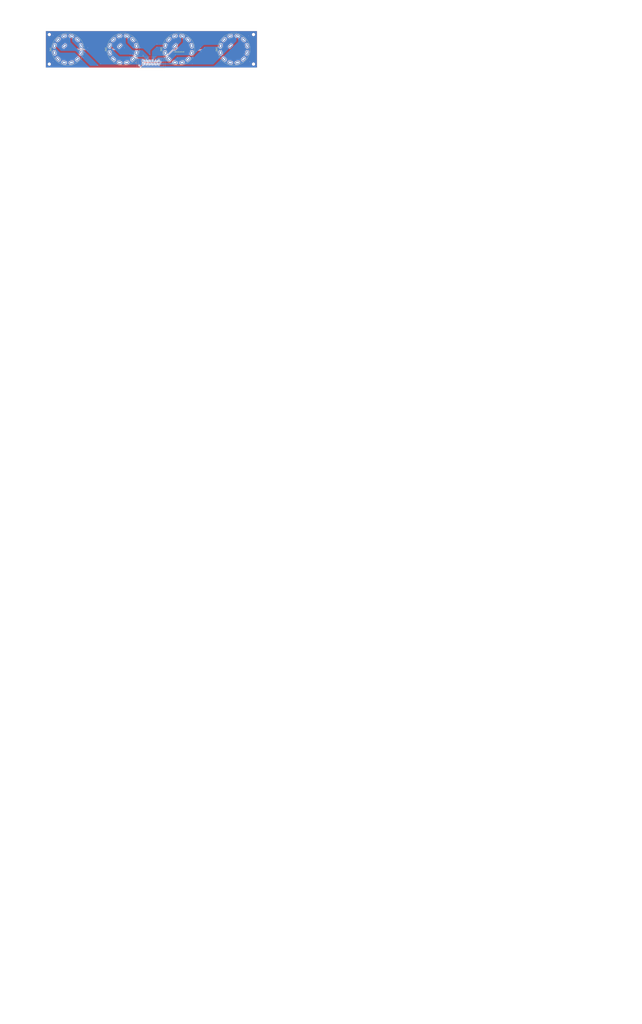
<source format=kicad_pcb>
(kicad_pcb
	(version 20240108)
	(generator "pcbnew")
	(generator_version "8.0")
	(general
		(thickness 1.6)
		(legacy_teardrops no)
	)
	(paper "A4")
	(layers
		(0 "F.Cu" signal)
		(31 "B.Cu" signal)
		(34 "B.Paste" user)
		(35 "F.Paste" user)
		(36 "B.SilkS" user "B.Silkscreen")
		(37 "F.SilkS" user "F.Silkscreen")
		(38 "B.Mask" user)
		(39 "F.Mask" user)
		(44 "Edge.Cuts" user)
		(45 "Margin" user)
		(46 "B.CrtYd" user "B.Courtyard")
		(47 "F.CrtYd" user "F.Courtyard")
		(48 "B.Fab" user)
		(49 "F.Fab" user)
	)
	(setup
		(stackup
			(layer "F.SilkS"
				(type "Top Silk Screen")
				(color "White")
			)
			(layer "F.Paste"
				(type "Top Solder Paste")
			)
			(layer "F.Mask"
				(type "Top Solder Mask")
				(color "Black")
				(thickness 0.01)
			)
			(layer "F.Cu"
				(type "copper")
				(thickness 0.035)
			)
			(layer "dielectric 1"
				(type "core")
				(thickness 1.51)
				(material "FR4")
				(epsilon_r 4.5)
				(loss_tangent 0.02)
			)
			(layer "B.Cu"
				(type "copper")
				(thickness 0.035)
			)
			(layer "B.Mask"
				(type "Bottom Solder Mask")
				(color "Black")
				(thickness 0.01)
			)
			(layer "B.Paste"
				(type "Bottom Solder Paste")
			)
			(layer "B.SilkS"
				(type "Bottom Silk Screen")
				(color "White")
			)
			(copper_finish "None")
			(dielectric_constraints yes)
		)
		(pad_to_mask_clearance 0)
		(allow_soldermask_bridges_in_footprints no)
		(aux_axis_origin 74 130)
		(grid_origin 74 130)
		(pcbplotparams
			(layerselection 0x00010fc_ffffffff)
			(plot_on_all_layers_selection 0x0000000_00000000)
			(disableapertmacros no)
			(usegerberextensions no)
			(usegerberattributes yes)
			(usegerberadvancedattributes yes)
			(creategerberjobfile yes)
			(dashed_line_dash_ratio 12.000000)
			(dashed_line_gap_ratio 3.000000)
			(svgprecision 4)
			(plotframeref no)
			(viasonmask no)
			(mode 1)
			(useauxorigin no)
			(hpglpennumber 1)
			(hpglpenspeed 20)
			(hpglpendiameter 15.000000)
			(pdf_front_fp_property_popups yes)
			(pdf_back_fp_property_popups yes)
			(dxfpolygonmode yes)
			(dxfimperialunits yes)
			(dxfusepcbnewfont yes)
			(psnegative no)
			(psa4output no)
			(plotreference yes)
			(plotvalue yes)
			(plotfptext yes)
			(plotinvisibletext no)
			(sketchpadsonfab no)
			(subtractmaskfromsilk no)
			(outputformat 1)
			(mirror no)
			(drillshape 0)
			(scaleselection 1)
			(outputdirectory "manufacturing/")
		)
	)
	(net 0 "")
	(net 1 "+3V3")
	(net 2 "/ATT Capt")
	(net 3 "/AIR Capt")
	(net 4 "/ATT FO")
	(net 5 "/AIR FO")
	(net 6 "/EIS Capt")
	(net 7 "/PWM_1")
	(net 8 "/EIS FO")
	(net 9 "GND")
	(net 10 "/ECAM Capt")
	(net 11 "VBUS")
	(net 12 "/ECAM FO")
	(net 13 "unconnected-(SW1-Pad2)")
	(net 14 "unconnected-(SW1-Pad3)")
	(net 15 "unconnected-(SW1-Pad5)")
	(net 16 "unconnected-(SW1-Pad6)")
	(net 17 "unconnected-(SW1-Pad7)")
	(net 18 "unconnected-(SW1-Pad8)")
	(net 19 "unconnected-(SW1-Pad9)")
	(net 20 "unconnected-(SW1-Pad10)")
	(net 21 "unconnected-(SW1-Pad11)")
	(net 22 "unconnected-(SW1-Pad12)")
	(net 23 "unconnected-(SW2-Pad2)")
	(net 24 "unconnected-(SW2-Pad3)")
	(net 25 "unconnected-(SW2-Pad5)")
	(net 26 "unconnected-(SW2-Pad6)")
	(net 27 "unconnected-(SW2-Pad7)")
	(net 28 "unconnected-(SW2-Pad8)")
	(net 29 "unconnected-(SW2-Pad9)")
	(net 30 "unconnected-(SW2-Pad10)")
	(net 31 "unconnected-(SW2-Pad11)")
	(net 32 "unconnected-(SW2-Pad12)")
	(net 33 "unconnected-(SW3-Pad2)")
	(net 34 "unconnected-(SW3-Pad3)")
	(net 35 "unconnected-(SW3-Pad5)")
	(net 36 "unconnected-(SW3-Pad6)")
	(net 37 "unconnected-(SW3-Pad7)")
	(net 38 "unconnected-(SW3-Pad8)")
	(net 39 "unconnected-(SW3-Pad9)")
	(net 40 "unconnected-(SW3-Pad10)")
	(net 41 "unconnected-(SW3-Pad11)")
	(net 42 "unconnected-(SW3-Pad12)")
	(net 43 "unconnected-(SW4-Pad2)")
	(net 44 "unconnected-(SW4-Pad3)")
	(net 45 "unconnected-(SW4-Pad5)")
	(net 46 "unconnected-(SW4-Pad6)")
	(net 47 "unconnected-(SW4-Pad7)")
	(net 48 "unconnected-(SW4-Pad8)")
	(net 49 "unconnected-(SW4-Pad9)")
	(net 50 "unconnected-(SW4-Pad10)")
	(net 51 "unconnected-(SW4-Pad11)")
	(net 52 "unconnected-(SW4-Pad12)")
	(footprint "MountingHole:MountingHole_2.2mm_M2" (layer "F.Cu") (at 243 127))
	(footprint "NiasStuff:C&K_Rotary_Switches" (layer "F.Cu") (at 227 115 90))
	(footprint "MountingHole:MountingHole_2.2mm_M2" (layer "F.Cu") (at 77 127))
	(footprint "NiasStuff:C&K_Rotary_Switches" (layer "F.Cu") (at 182 115 90))
	(footprint "NiasStuff:C&K_Rotary_Switches" (layer "F.Cu") (at 92 115 90))
	(footprint "NiasStuff:C&K_Rotary_Switches" (layer "F.Cu") (at 137 115 90))
	(footprint "MountingHole:MountingHole_2.2mm_M2" (layer "F.Cu") (at 243 103))
	(footprint "MountingHole:MountingHole_2.2mm_M2" (layer "F.Cu") (at 77 103))
	(footprint "Connector_IDC:IDC-Header_2x06_P2.54mm_Vertical" (layer "B.Cu") (at 153.3 124.46 -90))
	(gr_line
		(start 246 100)
		(end 74 100)
		(stroke
			(width 0.1)
			(type default)
		)
		(layer "Edge.Cuts")
		(uuid "4180de9c-72a9-4372-a0e6-21885a70859e")
	)
	(gr_line
		(start 246 130)
		(end 246 100)
		(stroke
			(width 0.1)
			(type default)
		)
		(layer "Edge.Cuts")
		(uuid "5c6d5c02-aabe-4484-bced-6faf57b1ac89")
	)
	(gr_line
		(start 74 100)
		(end 74 130)
		(stroke
			(width 0.1)
			(type default)
		)
		(layer "Edge.Cuts")
		(uuid "658482ab-e47e-41e2-b0a4-029602479ac5")
	)
	(gr_line
		(start 74 130)
		(end 246 130)
		(stroke
			(width 0.1)
			(type default)
		)
		(layer "Edge.Cuts")
		(uuid "6c260de4-b235-4139-8cd3-6a8379b8777c")
	)
	(gr_line
		(start 526.028976 391.206486)
		(end 525.706738 391.079431)
		(locked yes)
		(stroke
			(width 0.613409)
			(type solid)
		)
		(layer "F.Fab")
		(uuid "000605f7-d09d-42b3-95e3-428df9b2ad4d")
	)
	(gr_line
		(start 438.650647 95.161961)
		(end 438.511297 95.765806)
		(locked yes)
		(stroke
			(width 0.613699)
			(type solid)
		)
		(layer "F.Fab")
		(uuid "00088ac3-1bfc-4e33-9fbe-9190a1121e5c")
	)
	(gr_line
		(start 100.653418 334.425418)
		(end 100.867558 334.007315)
		(locked yes)
		(stroke
			(width 0.612998)
			(type solid)
		)
		(layer "F.Fab")
		(uuid "00233eff-4241-4a3d-9eac-6fecd5ac70bb")
	)
	(gr_line
		(start 506.805593 140.935512)
		(end 507.265738 140.804845)
		(locked yes)
		(stroke
			(width 0.612998)
			(type solid)
		)
		(layer "F.Fab")
		(uuid "002f8e6a-c999-4f52-b21b-819c1e2fd99f")
	)
	(gr_line
		(start 396.926741 761.091366)
		(end 396.934656 761.40442)
		(locked yes)
		(stroke
			(width 0.613409)
			(type solid)
		)
		(layer "F.Fab")
		(uuid "003472a7-e9c7-440a-94a8-7f1ea67acbd4")
	)
	(gr_line
		(start 422.657014 137.591086)
		(end 423.290796 137.542888)
		(locked yes)
		(stroke
			(width 0.613699)
			(type solid)
		)
		(layer "F.Fab")
		(uuid "00432e7e-9581-4d98-9c81-a83c06a5d2b0")
	)
	(gr_line
		(start 431.282095 81.146329)
		(end 431.834897 81.396275)
		(locked yes)
		(stroke
			(width 0.613699)
			(type solid)
		)
		(layer "F.Fab")
		(uuid "00442c20-4dde-4a70-9046-78cce46acc9e")
	)
	(gr_line
		(start 458.089899 99.118476)
		(end 457.789398 98.595805)
		(locked yes)
		(stroke
			(width 0.613699)
			(type solid)
		)
		(layer "F.Fab")
		(uuid "009093a4-af50-484f-ab2c-4fa4d150c025")
	)
	(gr_line
		(start 78.961944 354.031835)
		(end 78.883339 354.045798)
		(locked yes)
		(stroke
			(width 0.612998)
			(type solid)
		)
		(layer "F.Fab")
		(uuid "009e31d4-8050-4ed2-aacd-f3b39fc1c9b5")
	)
	(gr_line
		(start 351.716947 110.089467)
		(end 352.561506 109.982148)
		(locked yes)
		(stroke
			(width 0.834897)
			(type solid)
		)
		(layer "F.Fab")
		(uuid "00adaae8-4c74-4ea2-ac51-03182dad2382")
	)
	(gr_line
		(start 49.983855 324.98834)
		(end 49.997818 324.909734)
		(locked yes)
		(stroke
			(width 0.612998)
			(type solid)
		)
		(layer "F.Fab")
		(uuid "00bad4a4-4bc5-4447-932b-01c58737d9e4")
	)
	(gr_line
		(start 222.038847 380.732167)
		(end 222.42493 380.95416)
		(locked yes)
		(stroke
			(width 0.715585)
			(type solid)
		)
		(layer "F.Fab")
		(uuid "00dd887a-f2c0-49a3-aa2c-d3a926404083")
	)
	(gr_line
		(start 501.492966 337.386727)
		(end 502.333242 337.536785)
		(locked yes)
		(stroke
			(width 0.994409)
			(type solid)
		)
		(layer "F.Fab")
		(uuid "00e00f95-5669-4960-b898-211c88ad836b")
	)
	(gr_line
		(start 480.989215 90.131207)
		(end 481.098967 90.745834)
		(locked yes)
		(stroke
			(width 0.613699)
			(type solid)
		)
		(layer "F.Fab")
		(uuid "00e7208f-1dca-4a9c-a7bc-f8c45eade495")
	)
	(gr_line
		(start 176.379032 301.221363)
		(end 176.649379 300.84119)
		(locked yes)
		(stroke
			(width 0.612998)
			(type solid)
		)
		(layer "F.Fab")
		(uuid "0126fdec-4ed0-405f-96a8-bf8dcc22c5dd")
	)
	(gr_line
		(start 51.558684 323.638466)
		(end 78.640093 323.638466)
		(locked yes)
		(stroke
			(width 0.612998)
			(type solid)
		)
		(layer "F.Fab")
		(uuid "01272250-71b3-40c6-9372-33211803dab7")
	)
	(gr_line
		(start 340.686157 92.134164)
		(end 340.761151 92.72433)
		(locked yes)
		(stroke
			(width 0.745489)
			(type solid)
		)
		(layer "F.Fab")
		(uuid "0140af6f-2293-44e0-92cc-5cfdb612a714")
	)
	(gr_line
		(start 239.262218 373.502929)
		(end 239.930487 374.545326)
		(locked yes)
		(stroke
			(width 0.914526)
			(type solid)
		)
		(layer "F.Fab")
		(uuid "015195bd-713e-4438-8b57-1120f892e0d7")
	)
	(gr_line
		(start 131.631354 289.493767)
		(end 136.350136 289.493767)
		(locked yes)
		(stroke
			(width 0.923289)
			(type solid)
		)
		(layer "F.Fab")
		(uuid "01a210cb-45f4-4609-9580-bad11f4e6167")
	)
	(gr_line
		(start 220.385896 380.033917)
		(end 220.814268 380.178863)
		(locked yes)
		(stroke
			(width 0.715585)
			(type solid)
		)
		(layer "F.Fab")
		(uuid "01bbde9e-f889-43d6-a1a2-473147205433")
	)
	(gr_line
		(start 396.334766 758.766998)
		(end 396.456592 759.036471)
		(locked yes)
		(stroke
			(width 0.613409)
			(type solid)
		)
		(layer "F.Fab")
		(uuid "01bf2cc4-fa0e-488e-901f-f945cecfa919")
	)
	(gr_line
		(start 173.653527 433.405088)
		(end 174.05361 432.229977)
		(locked yes)
		(stroke
			(width 2.371089)
			(type solid)
		)
		(layer "F.Fab")
		(uuid "01d930e9-cc17-4b7f-988d-ae3777f28eaf")
	)
	(gr_line
		(start 385.502037 764.304147)
		(end 385.367692 764.041842)
		(locked yes)
		(stroke
			(width 0.613409)
			(type solid)
		)
		(layer "F.Fab")
		(uuid "01e3bf14-6a63-402b-afde-e5165db485e4")
	)
	(gr_line
		(start 78.883339 323.656757)
		(end 78.961944 323.670721)
		(locked yes)
		(stroke
			(width 0.612998)
			(type solid)
		)
		(layer "F.Fab")
		(uuid "01e618f4-1151-47ec-a8ac-6c0e9197a39b")
	)
	(gr_line
		(start 469.897676 159.457013)
		(end 469.437531 159.587679)
		(locked yes)
		(stroke
			(width 0.612998)
			(type solid)
		)
		(layer "F.Fab")
		(uuid "01e7e644-8d27-47ab-a8ba-c0019926ff08")
	)
	(gr_line
		(start 405.428136 469.796118)
		(end 405.539696 469.46641)
		(locked yes)
		(stroke
			(width 0.613409)
			(type solid)
		)
		(layer "F.Fab")
		(uuid "01eff2ad-4258-4867-9c2f-0a3e6118c425")
	)
	(gr_line
		(start 70.853738 184.555666)
		(end 71.360083 184.23102)
		(locked yes)
		(stroke
			(width 0.613699)
			(type solid)
		)
		(layer "F.Fab")
		(uuid "02030059-60ad-4a75-9f32-2eebedba0f35")
	)
	(gr_line
		(start 319.929823 101.43117)
		(end 319.579739 100.985686)
		(locked yes)
		(stroke
			(width 0.745489)
			(type solid)
		)
		(layer "F.Fab")
		(uuid "0211cbd5-247f-4c0e-83ea-9fe83e47ade6")
	)
	(gr_line
		(start 519.335724 151.187708)
		(end 519.274059 151.672986)
		(locked yes)
		(stroke
			(width 0.612998)
			(type solid)
		)
		(layer "F.Fab")
		(uuid "0218070a-d244-4c66-a1ed-314a4b228885")
	)
	(gr_line
		(start 180.645293 315.577555)
		(end 180.215766 315.38337)
		(locked yes)
		(stroke
			(width 0.612998)
			(type solid)
		)
		(layer "F.Fab")
		(uuid "021e880c-609f-4d33-982b-d74f4282ebd7")
	)
	(gr_line
		(start 80.003205 353.298271)
		(end 79.961851 353.362896)
		(locked yes)
		(stroke
			(width 0.612998)
			(type solid)
		)
		(layer "F.Fab")
		(uuid "02324b54-f36f-4648-b688-1f8dffba6878")
	)
	(gr_line
		(start 147.734556 102.79906)
		(end 148.346886 103.329475)
		(locked yes)
		(stroke
			(width 0.834897)
			(type solid)
		)
		(layer "F.Fab")
		(uuid "023c1398-635b-4413-be60-b82a0ea09d68")
	)
	(gr_line
		(start 368.971872 88.817509)
		(end 369.23228 88.30904)
		(locked yes)
		(stroke
			(width 0.745489)
			(type solid)
		)
		(layer "F.Fab")
		(uuid "024f2a1c-8005-4f30-a77f-cd3daa17253a")
	)
	(gr_line
		(start 160.434596 354.341282)
		(end 245.945501 354.341282)
		(locked yes)
		(stroke
			(width 0.834897)
			(type solid)
		)
		(layer "F.Fab")
		(uuid "025869bd-e316-4f1f-9cfb-4e0550108fc7")
	)
	(gr_line
		(start 387.951502 756.055227)
		(end 388.213807 755.920883)
		(locked yes)
		(stroke
			(width 0.613409)
			(type solid)
		)
		(layer "F.Fab")
		(uuid "0261f3ab-ba4f-4b59-b279-137ddfdd3683")
	)
	(gr_line
		(start 167.420177 851.397609)
		(end 161.951558 851.397609)
		(locked yes)
		(stroke
			(width 0.971549)
			(type solid)
		)
		(layer "F.Fab")
		(uuid "02760c2e-5f23-40bd-b58d-ae7b91105ba7")
	)
	(gr_line
		(start 70.36445 184.903644)
		(end 70.853738 184.555666)
		(locked yes)
		(stroke
			(width 0.613699)
			(type solid)
		)
		(layer "F.Fab")
		(uuid "02773476-912d-4710-9a72-d66b22c98600")
	)
	(gr_line
		(start 524.608414 197.335439)
		(end 521.514339 205.836354)
		(locked yes)
		(stroke
			(width 0.844549)
			(type solid)
		)
		(layer "F.Fab")
		(uuid "02e7ca73-03bb-4664-abbc-e3db0c34eff3")
	)
	(gr_line
		(start 512.112445 140.804845)
		(end 512.572591 140.935512)
		(locked yes)
		(stroke
			(width 0.612998)
			(type solid)
		)
		(layer "F.Fab")
		(uuid "0300f639-982c-4c00-93bc-b7b7fa78b6bb")
	)
	(gr_line
		(start 396.661159 759.595391)
		(end 396.743135 759.884073)
		(locked yes)
		(stroke
			(width 0.613409)
			(type solid)
		)
		(layer "F.Fab")
		(uuid "0312e0da-7972-4f68-9b94-be8597fcb7c5")
	)
	(gr_line
		(start 211.445384 382.014475)
		(end 211.779907 381.724704)
		(locked yes)
		(stroke
			(width 0.715585)
			(type solid)
		)
		(layer "F.Fab")
		(uuid "032f56d8-7179-4175-9fd8-f032d917e48b")
	)
	(gr_line
		(start 462.392159 158.722618)
		(end 461.98609 158.489134)
		(locked yes)
		(stroke
			(width 0.612998)
			(type solid)
		)
		(layer "F.Fab")
		(uuid "03360393-7d40-4aba-a2bd-879aae9175fd")
	)
	(gr_line
		(start 386.193981 103.70857)
		(end 385.715547 104.015304)
		(locked yes)
		(stroke
			(width 0.745489)
			(type solid)
		)
		(layer "F.Fab")
		(uuid "0344a92d-da80-4a51-9ad5-d46c42075c37")
	)
	(gr_line
		(start 388.759539 767.118707)
		(end 388.48328 767.009783)
		(locked yes)
		(stroke
			(width 0.613409)
			(type solid)
		)
		(layer "F.Fab")
		(uuid "035a975d-c58f-4e5d-87c2-ef76c4500222")
	)
	(gr_line
		(start 476.698255 149.697289)
		(end 476.710872 150.196281)
		(locked yes)
		(stroke
			(width 0.612998)
			(type solid)
		)
		(layer "F.Fab")
		(uuid "0395b2e5-2b13-423b-9c89-527c0f641d56")
	)
	(gr_line
		(start 172.744921 444.307382)
		(end 172.607627 443.0936)
		(locked yes)
		(stroke
			(width 2.371089)
			(type solid)
		)
		(layer "F.Fab")
		(uuid "039b708f-32ac-4945-a571-c10abf34fb60")
	)
	(gr_line
		(start 180.215766 297.902381)
		(end 180.645293 297.708196)
		(locked yes)
		(stroke
			(width 0.612998)
			(type solid)
		)
		(layer "F.Fab")
		(uuid "03ba8d66-2eea-4a9b-a472-e3ea974e7d1d")
	)
	(gr_line
		(start 370.501753 86.428921)
		(end 370.872377 86.001035)
		(locked yes)
		(stroke
			(width 0.745489)
			(type solid)
		)
		(layer "F.Fab")
		(uuid "03c6de7f-787a-4c6c-bc90-7bdb8d7e8dbe")
	)
	(gr_line
		(start 50.937419 323.763278)
		(end 51.009824 323.73483)
		(locked yes)
		(stroke
			(width 0.612998)
			(type solid)
		)
		(layer "F.Fab")
		(uuid "03c710eb-db43-4eeb-ae07-8699dcecec02")
	)
	(gr_line
		(start 149.854544 860.733783)
		(end 149.854544 879.623638)
		(locked yes)
		(stroke
			(width 0.971549)
			(type solid)
		)
		(layer "F.Fab")
		(uuid "03d2bb4e-27aa-4e6a-abe0-b29dd369c004")
	)
	(gr_line
		(start 182.942972 316.227843)
		(end 182.465462 316.142568)
		(locked yes)
		(stroke
			(width 0.612998)
			(type solid)
		)
		(layer "F.Fab")
		(uuid "03d32559-33ac-4b96-bb3b-e66db22cf745")
	)
	(gr_line
		(start 51.083926 323.709856)
		(end 51.159628 323.688453)
		(locked yes)
		(stroke
			(width 0.612998)
			(type solid)
		)
		(layer "F.Fab")
		(uuid "042a9e4e-0722-4c1f-a53d-576da9b51009")
	)
	(gr_line
		(start 406.136416 468.226726)
		(end 406.320987 467.93882)
		(locked yes)
		(stroke
			(width 0.613409)
			(type solid)
		)
		(layer "F.Fab")
		(uuid "042b75ed-a558-48d4-94b9-25bebd8e6e34")
	)
	(gr_line
		(start 111.620599 775.822067)
		(end 117.08918 775.822067)
		(locked yes)
		(stroke
			(width 0.971549)
			(type solid)
		)
		(layer "F.Fab")
		(uuid "044c73e5-0562-494d-975f-7d1a4eb8fe4d")
	)
	(gr_line
		(start 502.832495 157.052861)
		(end 502.511424 156.716102)
		(locked yes)
		(stroke
			(width 0.612998)
			(type solid)
		)
		(layer "F.Fab")
		(uuid "0461196f-4968-494c-8639-100754102832")
	)
	(gr_line
		(start 115.56191 331.146894)
		(end 115.91375 331.451666)
		(locked yes)
		(stroke
			(width 0.612998)
			(type solid)
		)
		(layer "F.Fab")
		(uuid "0470f885-0d38-420d-9d54-bb466c1305b8")
	)
	(gr_line
		(start 179.797664 298.11652)
		(end 180.215766 297.902381)
		(locked yes)
		(stroke
			(width 0.612998)
			(type solid)
		)
		(layer "F.Fab")
		(uuid "047498cc-7428-457e-957f-e228c2749e0f")
	)
	(gr_line
		(start 104.771895 347.155689)
		(end 104.365826 346.922205)
		(locked yes)
		(stroke
			(width 0.612998)
			(type solid)
		)
		(layer "F.Fab")
		(uuid "04afe5c2-00f2-469c-a60e-b9bb932aca8a")
	)
	(gr_line
		(start 76.555323 182.488539)
		(end 77.189099 182.440341)
		(locked yes)
		(stroke
			(width 0.613699)
			(type solid)
		)
		(layer "F.Fab")
		(uuid "04c12bbd-bee6-47ff-8984-e3931c0eb951")
	)
	(gr_line
		(start 88.804832 200.854441)
		(end 88.504331 201.377111)
		(locked yes)
		(stroke
			(width 0.613699)
			(type solid)
		)
		(layer "F.Fab")
		(uuid "04d988a9-a611-4a97-a93d-d0399c9d1d9d")
	)
	(gr_line
		(start 87.461284 186.966058)
		(end 87.831773 187.437554)
		(locked yes)
		(stroke
			(width 0.613699)
			(type solid)
		)
		(layer "F.Fab")
		(uuid "04e84a0c-3d5a-4d6b-891e-626e8572f4ae")
	)
	(gr_poly
		(pts
			(xy 73.179883 859.944839) (xy 73.179883 857.838146) (xy 76.99686 854.042176) (xy 79.115374 854.041478)
		)
		(locked yes)
		(stroke
			(width 0)
			(type solid)
		)
		(fill solid)
		(layer "F.Fab")
		(uuid "050bfc30-a9c6-441c-9438-b37ee68fae0a")
	)
	(gr_line
		(start 79.767621 353.598498)
		(end 79.712352 353.65118)
		(locked yes)
		(stroke
			(width 0.612998)
			(type solid)
		)
		(layer "F.Fab")
		(uuid "051afe90-04dc-4cb5-9263-8241581b0986")
	)
	(gr_line
		(start 533.494228 462.090991)
		(end 533.539389 462.04888)
		(locked yes)
		(stroke
			(width 0.904573)
			(type solid)
		)
		(layer "F.Fab")
		(uuid "05213936-3453-44c5-b8a4-bb4a6c27338a")
	)
	(gr_line
		(start 68.593544 168.717919)
		(end 68.201298 168.265045)
		(locked yes)
		(stroke
			(width 0.613699)
			(type solid)
		)
		(layer "F.Fab")
		(uuid "05342953-60f6-41c2-a9ac-2a4e04cb24f2")
	)
	(gr_line
		(start 407.959431 466.219994)
		(end 408.237637 466.022156)
		(locked yes)
		(stroke
			(width 0.613409)
			(type solid)
		)
		(layer "F.Fab")
		(uuid "053ea2d9-1140-40e3-8963-f826dfe6a954")
	)
	(gr_line
		(start 506.355045 159.304564)
		(end 505.914703 159.130942)
		(locked yes)
		(stroke
			(width 0.612998)
			(type solid)
		)
		(layer "F.Fab")
		(uuid "055fa924-e301-4c44-96c9-8c930c198e8b")
	)
	(gr_line
		(start 482.598237 349.179314)
		(end 482.866503 348.386483)
		(locked yes)
		(stroke
			(width 0.994409)
			(type solid)
		)
		(layer "F.Fab")
		(uuid "05747927-4bd6-41c7-a367-9d42636524e0")
	)
	(gr_line
		(start 72.420804 149.075621)
		(end 72.973612 148.825677)
		(locked yes)
		(stroke
			(width 0.613699)
			(type solid)
		)
		(layer "F.Fab")
		(uuid "05c9f95f-3b35-441b-bd6d-1e955e4c1190")
	)
	(gr_line
		(start 436.054375 84.707461)
		(end 436.424861 85.178958)
		(locked yes)
		(stroke
			(width 0.613699)
			(type solid)
		)
		(layer "F.Fab")
		(uuid "05cb67b4-e2e1-4d12-92df-ca55125977a2")
	)
	(gr_line
		(start 79.107285 182.48854)
		(end 79.731845 182.567913)
		(locked yes)
		(stroke
			(width 0.613699)
			(type solid)
		)
		(layer "F.Fab")
		(uuid "05d0bc81-942e-45ca-b730-a7ce3ea8c340")
	)
	(gr_line
		(start 240.549115 375.621222)
		(end 241.116487 376.729001)
		(locked yes)
		(stroke
			(width 0.914526)
			(type solid)
		)
		(layer "F.Fab")
		(uuid "05dbfa15-7cb4-4ec7-a4b0-2258bed485b7")
	)
	(gr_line
		(start 87.069033 186.513189)
		(end 87.461284 186.966058)
		(locked yes)
		(stroke
			(width 0.613699)
			(type solid)
		)
		(layer "F.Fab")
		(uuid "05f9077e-c1c0-4eff-b543-d3927c13fcaa")
	)
	(gr_line
		(start 557.442847 461.808328)
		(end 557.499571 461.821611)
		(locked yes)
		(stroke
			(width 0.904573)
			(type solid)
		)
		(layer "F.Fab")
		(uuid "0601bb4c-28d8-4b1f-b508-3dbbf30f1d84")
	)
	(gr_line
		(start 50.195571 324.404285)
		(end 50.236925 324.339659)
		(locked yes)
		(stroke
			(width 0.612998)
			(type solid)
		)
		(layer "F.Fab")
		(uuid "06100aa7-63b9-4c70-9630-eda8d3fd70e7")
	)
	(gr_line
		(start 516.86676 143.676428)
		(end 517.171532 144.028269)
		(locked yes)
		(stroke
			(width 0.612998)
			(type solid)
		)
		(layer "F.Fab")
		(uuid "062bd4f0-c798-42d7-97e6-d81ce6378f3e")
	)
	(gr_line
		(start 175.158932 303.759377)
		(end 175.311381 303.308828)
		(locked yes)
		(stroke
			(width 0.612998)
			(type solid)
		)
		(layer "F.Fab")
		(uuid "062cf003-8e5f-42b5-984f-730b1687b14b")
	)
	(gr_line
		(start 378.395322 82.198431)
		(end 378.994171 82.152892)
		(locked yes)
		(stroke
			(width 0.745489)
			(type solid)
		)
		(layer "F.Fab")
		(uuid "06505807-513c-453f-826a-8dd3e0b1bc36")
	)
	(gr_line
		(start 476.229808 82.645055)
		(end 476.701252 83.015578)
		(locked yes)
		(stroke
			(width 0.613699)
			(type solid)
		)
		(layer "F.Fab")
		(uuid "065e97bc-9756-4124-8a4d-b671a4e83fbd")
	)
	(gr_line
		(start 438.511297 95.765806)
		(end 438.343128 96.358083)
		(locked yes)
		(stroke
			(width 0.613699)
			(type solid)
		)
		(layer "F.Fab")
		(uuid "065f6507-55d8-4ffb-99d3-c7c29787afdc")
	)
	(gr_poly
		(pts
			(xy 355.166741 773.176724) (xy 355.862357 773.848776) (xy 355.862357 778.171923) (xy 353.447776 778.171923)
			(xy 353.447853 773.848776) (xy 354.14347 773.176724) (xy 354.14347 769.816542) (xy 355.166741 769.816542)
		)
		(locked yes)
		(stroke
			(width 0)
			(type solid)
		)
		(fill solid)
		(layer "F.Fab")
		(uuid "0669aa2b-1ca7-464f-8506-d9cbec2a41d7")
	)
	(gr_line
		(start 428.939525 80.419071)
		(end 429.543303 80.558439)
		(locked yes)
		(stroke
			(width 0.613699)
			(type solid)
		)
		(layer "F.Fab")
		(uuid "0676f874-8d33-420d-8b4b-5ad083058585")
	)
	(gr_line
		(start 482.368302 349.989033)
		(end 482.598237 349.179314)
		(locked yes)
		(stroke
			(width 0.994409)
			(type solid)
		)
		(layer "F.Fab")
		(uuid "0682be8b-ede1-4343-a150-44fdaa95339d")
	)
	(gr_line
		(start 417.186608 84.254586)
		(end 417.599829 83.821127)
		(locked yes)
		(stroke
			(width 0.613699)
			(type solid)
		)
		(layer "F.Fab")
		(uuid "068c72fd-a128-4bf3-b48a-6d98a9a41890")
	)
	(gr_line
		(start 465.644071 80.558435)
		(end 466.247855 80.419069)
		(locked yes)
		(stroke
			(width 0.613699)
			(type solid)
		)
		(layer "F.Fab")
		(uuid "06a60b20-42d7-49c9-908b-5c8ddc96c568")
	)
	(gr_line
		(start 533.294572 481.431972)
		(end 533.260377 481.374913)
		(locked yes)
		(stroke
			(width 0.904573)
			(type solid)
		)
		(layer "F.Fab")
		(uuid "06c30212-0f1e-4ba8-b3f5-7d3481658b9c")
	)
	(gr_line
		(start 412.205042 479.002122)
		(end 411.839886 478.992889)
		(locked yes)
		(stroke
			(width 0.613409)
			(type solid)
		)
		(layer "F.Fab")
		(uuid "06e1b00a-e6d6-4ef6-9f12-d2b2652e7c44")
	)
	(gr_line
		(start 514.616778 360.895227)
		(end 514.275069 361.651067)
		(locked yes)
		(stroke
			(width 0.994409)
			(type solid)
		)
		(layer "F.Fab")
		(uuid "070e113d-6ed8-40bd-80a2-734a650930be")
	)
	(gr_line
		(start 176.126812 311.670962)
		(end 175.893327 311.264894)
		(locked yes)
		(stroke
			(width 0.612998)
			(type solid)
		)
		(layer "F.Fab")
		(uuid "0736868e-e17a-4d88-8b9a-c70bd613369a")
	)
	(gr_line
		(start 85.298124 150.324395)
		(end 85.76957 150.694917)
		(locked yes)
		(stroke
			(width 0.613699)
			(type solid)
		)
		(layer "F.Fab")
		(uuid "073ae6d6-8384-48a7-9c47-c0e1e2c0766a")
	)
	(gr_line
		(start 209.537622 384.44434)
		(end 209.759615 384.058257)
		(locked yes)
		(stroke
			(width 0.715585)
			(type solid)
		)
		(layer "F.Fab")
		(uuid "07540ab9-d94e-4735-bf31-824434b07578")
	)
	(gr_line
		(start 154.708899 685.237984)
		(end 154.708899 693.292376)
		(locked yes)
		(stroke
			(width 0.717548)
			(type solid)
		)
		(layer "F.Fab")
		(uuid "0754a9b8-1a68-4bbf-814b-453a2b33b736")
	)
	(gr_line
		(start 336.530623 103.02971)
		(end 336.085137 103.379792)
		(locked yes)
		(stroke
			(width 0.745489)
			(type solid)
		)
		(layer "F.Fab")
		(uuid "0756f6dc-09b4-45a2-b42e-be024c2caec1")
	)
	(gr_line
		(start 50.122198 324.539714)
		(end 50.157296 324.471002)
		(locked yes)
		(stroke
			(width 0.612998)
			(type solid)
		)
		(layer "F.Fab")
		(uuid "07593c65-c9d4-4dc2-bd1b-79dbc9433a74")
	)
	(gr_line
		(start 389.379042 87.336747)
		(end 389.685759 87.815205)
		(locked yes)
		(stroke
			(width 0.745489)
			(type solid)
		)
		(layer "F.Fab")
		(uuid "0760bdec-5042-434e-97ad-e09e5535a185")
	)
	(gr_line
		(start 456.844207 96.358069)
		(end 456.676034 95.765794)
		(locked yes)
		(stroke
			(width 0.613699)
			(type solid)
		)
		(layer "F.Fab")
		(uuid "07990805-1dec-4e93-bb89-bb5beabfc4a5")
	)
	(gr_line
		(start 189.447769 314.935746)
		(end 189.041701 315.169231)
		(locked yes)
		(stroke
			(width 0.612998)
			(type solid)
		)
		(layer "F.Fab")
		(uuid "07a70382-fbb2-4278-8b58-a85916575dff")
	)
	(gr_line
		(start 438.904188 92.646577)
		(end 438.887949 93.288855)
		(locked yes)
		(stroke
			(width 0.613699)
			(type solid)
		)
		(layer "F.Fab")
		(uuid "07ba21fd-5633-461d-a5ef-073f8f3c6be7")
	)
	(gr_line
		(start 518.215447 154.818287)
		(end 517.981963 155.224354)
		(locked yes)
		(stroke
			(width 0.612998)
			(type solid)
		)
		(layer "F.Fab")
		(uuid "07da63e9-248f-4d21-8be5-277734e70bcb")
	)
	(gr_line
		(start 227.053708 96.402278)
		(end 227.053747 98.945456)
		(locked yes)
		(stroke
			(width 1.977389)
			(type solid)
		)
		(layer "F.Fab")
		(uuid "0801d8f0-8c2a-44f2-bf9f-249b75223ecd")
	)
	(gr_line
		(start 492.25261 369.975801)
		(end 491.496771 369.634093)
		(locked yes)
		(stroke
			(width 0.994409)
			(type solid)
		)
		(layer "F.Fab")
		(uuid "080acedd-a53e-4e50-9a9a-f53c56c5f81d")
	)
	(gr_line
		(start 474.173476 81.396275)
		(end 474.711574 81.671905)
		(locked yes)
		(stroke
			(width 0.613699)
			(type solid)
		)
		(layer "F.Fab")
		(uuid "081265e0-318a-4a48-9b7a-f8f37883d7bb")
	)
	(gr_line
		(start 220.584981 362.308293)
		(end 221.870753 362.471676)
		(locked yes)
		(stroke
			(width 0.914526)
			(type solid)
		)
		(layer "F.Fab")
		(uuid "0842b355-58ce-405c-981c-fd579aa22f7a")
	)
	(gr_line
		(start 65.605031 192.389816)
		(end 65.744384 191.785971)
		(locked yes)
		(stroke
			(width 0.613699)
			(type solid)
		)
		(layer "F.Fab")
		(uuid "086a820f-f74f-4460-b7d8-07842a62bd57")
	)
	(gr_line
		(start 85.740463 100.271635)
		(end 86.506817 99.969471)
		(locked yes)
		(stroke
			(width 0.834897)
			(type solid)
		)
		(layer "F.Fab")
		(uuid "087ce349-3630-46df-a771-697db330fee5")
	)
	(gr_line
		(start 390.2301 99.042582)
		(end 389.969692 99.551051)
		(locked yes)
		(stroke
			(width 0.745489)
			(type solid)
		)
		(layer "F.Fab")
		(uuid "08804084-534f-46a9-97e7-738a0760399f")
	)
	(gr_line
		(start 413.960788 93.288852)
		(end 413.944548 92.646577)
		(locked yes)
		(stroke
			(width 0.613699)
			(type solid)
		)
		(layer "F.Fab")
		(uuid "08a47f18-b755-4086-9c9d-fcd91754fa4b")
	)
	(gr_line
		(start 111.817267 329.237917)
		(end 112.277412 329.368584)
		(locked yes)
		(stroke
			(width 0.612998)
			(type solid)
		)
		(layer "F.Fab")
		(uuid "08c2ac5f-ef7a-4805-a5ab-aa4957d504d4")
	)
	(gr_line
		(start 437.097416 86.174693)
		(end 437.397917 86.697363)
		(locked yes)
		(stroke
			(width 0.613699)
			(type solid)
		)
		(layer "F.Fab")
		(uuid "08e07763-4b51-4de2-858d-3a1c004c2eeb")
	)
	(gr_line
		(start 338.80804 87.336747)
		(end 339.114777 87.815205)
		(locked yes)
		(stroke
			(width 0.745489)
			(type solid)
		)
		(layer "F.Fab")
		(uuid "08f8c87a-c53a-49aa-8242-601536bba3cd")
	)
	(gr_line
		(start 243.128015 382.689663)
		(end 243.353954 383.954849)
		(locked yes)
		(stroke
			(width 0.914526)
			(type solid)
		)
		(layer "F.Fab")
		(uuid "09335b0e-5aa7-47f2-94ae-2c868f282ad8")
	)
	(gr_line
		(start 391.777678 755.391087)
		(end 392.077255 755.444586)
		(locked yes)
		(stroke
			(width 0.613409)
			(type solid)
		)
		(layer "F.Fab")
		(uuid "093e9eb4-a08c-4d27-b648-cb36b269c31a")
	)
	(gr_line
		(start 142.358645 211.691811)
		(end 142.358645 218.86366)
		(locked yes)
		(stroke
			(width 0.794838)
			(type solid)
		)
		(layer "F.Fab")
		(uuid "0945f6c0-725a-476c-bbd4-2bedd8bbd298")
	)
	(gr_line
		(start 557.555299 481.934078)
		(end 557.499571 481.950944)
		(locked yes)
		(stroke
			(width 0.904573)
			(type solid)
		)
		(layer "F.Fab")
		(uuid "094d18cf-2b7f-4956-96bc-bfd9d9427e44")
	)
	(gr_line
		(start 389.924781 767.417752)
		(end 389.625203 767.364254)
		(locked yes)
		(stroke
			(width 0.613409)
			(type solid)
		)
		(layer "F.Fab")
		(uuid "0960804c-9948-418c-a48f-bbd2fa12e6e3")
	)
	(gr_line
		(start 412.433895 154.865912)
		(end 412.210437 154.299128)
		(locked yes)
		(stroke
			(width 0.613699)
			(type solid)
		)
		(layer "F.Fab")
		(uuid "09cddd9e-b7ce-4c5b-ab2d-14b48295987f")
	)
	(gr_line
		(start 225.95462 384.841864)
		(end 226.139248 385.25025)
		(locked yes)
		(stroke
			(width 0.715585)
			(type solid)
		)
		(layer "F.Fab")
		(uuid "09e0a9a0-bc4a-48c6-9a4f-45f1933e714a")
	)
	(gr_line
		(start 216.240294 379.725658)
		(end 216.701689 379.667028)
		(locked yes)
		(stroke
			(width 0.715585)
			(type solid)
		)
		(layer "F.Fab")
		(uuid "0a01e275-6290-432f-8bb3-85a5ceb625c7")
	)
	(gr_line
		(start 111.348134 348.129026)
		(end 110.870623 348.214301)
		(locked yes)
		(stroke
			(width 0.612998)
			(type solid)
		)
		(layer "F.Fab")
		(uuid "0a117b81-ecba-4139-92b0-b0f38c4cd763")
	)
	(gr_line
		(start 369.82293 87.336747)
		(end 370.15169 86.874405)
		(locked yes)
		(stroke
			(width 0.745489)
			(type solid)
		)
		(layer "F.Fab")
		(uuid "0a20cd79-d08e-41e1-998b-b86be4036eb8")
	)
	(gr_line
		(start 502.206652 156.364262)
		(end 501.918788 155.997951)
		(locked yes)
		(stroke
			(width 0.612998)
			(type solid)
		)
		(layer "F.Fab")
		(uuid "0a4bffb7-c8c5-4692-b79b-3b6687f53d24")
	)
	(gr_line
		(start 524.223188 390.227349)
		(end 523.955126 390.016693)
		(locked yes)
		(stroke
			(width 0.613409)
			(type solid)
		)
		(layer "F.Fab")
		(uuid "0a70c4b9-a986-4c85-95d4-befe16516019")
	)
	(gr_line
		(start 348.484525 110.919035)
		(end 349.268637 110.65372)
		(locked yes)
		(stroke
			(width 0.834897)
			(type solid)
		)
		(layer "F.Fab")
		(uuid "0a718200-2c9c-4217-aa85-e024a235a598")
	)
	(gr_line
		(start 230.454794 99.288311)
		(end 231.271253 99.476749)
		(locked yes)
		(stroke
			(width 0.834897)
			(type solid)
		)
		(layer "F.Fab")
		(uuid "0ada593b-9d19-40a8-a6f3-21c498cfc9f8")
	)
	(gr_line
		(start 396.934656 761.40442)
		(end 396.926741 761.717473)
		(locked yes)
		(stroke
			(width 0.613409)
			(type solid)
		)
		(layer "F.Fab")
		(uuid "0aded04a-9303-4a91-a556-0f118eb51a85")
	)
	(gr_line
		(start 411.1244 464.892037)
		(end 411.479523 464.846911)
		(locked yes)
		(stroke
			(width 0.613409)
			(type solid)
		)
		(layer "F.Fab")
		(uuid "0aecf4b4-ccc7-4c9d-a445-1fa96ec920b5")
	)
	(gr_line
		(start 396.743135 759.884073)
		(end 396.811063 760.178394)
		(locked yes)
		(stroke
			(width 0.613409)
			(type solid)
		)
		(layer "F.Fab")
		(uuid "0af165cc-3b03-4799-af41-378808fdf4af")
	)
	(gr_line
		(start 317.952537 89.875388)
		(end 318.163687 89.339872)
		(locked yes)
		(stroke
			(width 0.745489)
			(type solid)
		)
		(layer "F.Fab")
		(uuid "0b18e4d6-fe71-418b-84dd-0c2df6df642d")
	)
	(gr_line
		(start 529.898879 391.492902)
		(end 529.549441 391.555306)
		(locked yes)
		(stroke
			(width 0.613409)
			(type solid)
		)
		(layer "F.Fab")
		(uuid "0b2f227d-4727-48bf-8250-13984a2aef6f")
	)
	(gr_line
		(start 532.285852 556.312907)
		(end 519.052551 559.870985)
		(locked yes)
		(stroke
			(width 1.225549)
			(type solid)
		)
		(layer "F.Fab")
		(uuid "0b3ad07b-9f64-4cf3-aa90-4351a5e3da4d")
	)
	(gr_poly
		(pts
			(xy 87.199066 652.914143) (xy 85.857675 647.906464) (xy 88.540457 647.906464)
		)
		(locked yes)
		(stroke
			(width 0)
			(type solid)
		)
		(fill solid)
		(layer "F.Fab")
		(uuid "0b44d94e-c37b-4bbe-9cf7-bfdb1f85402b")
	)
	(gr_line
		(start 437.923443 87.788385)
		(end 438.1469 88.35517)
		(locked yes)
		(stroke
			(width 0.613699)
			(type solid)
		)
		(layer "F.Fab")
		(uuid "0b459a44-9210-42e7-8942-3180f9100976")
	)
	(gr_line
		(start 382.547987 82.508807)
		(end 383.107561 82.667715)
		(locked yes)
		(stroke
			(width 0.745489)
			(type solid)
		)
		(layer "F.Fab")
		(uuid "0b586882-a7a6-4ce5-bfa8-0d0e81156a33")
	)
	(gr_line
		(start 173.197234 446.712389)
		(end 172.941486 445.514384)
		(locked yes)
		(stroke
			(width 2.371089)
			(type solid)
		)
		(layer "F.Fab")
		(uuid "0b5ee9b5-c20a-4b15-b815-3f3a1ac299f6")
	)
	(gr_line
		(start 111.620599 832.507832)
		(end 117.08918 832.507832)
		(locked yes)
		(stroke
			(width 0.971549)
			(type solid)
		)
		(layer "F.Fab")
		(uuid "0b828298-9fb1-47ae-948d-fe323fbe9619")
	)
	(gr_line
		(start 416.172447 466.022156)
		(end 416.450653 466.219994)
		(locked yes)
		(stroke
			(width 0.613409)
			(type solid)
		)
		(layer "F.Fab")
		(uuid "0b8bd515-54f5-4387-b09c-323b19aba7e0")
	)
	(gr_line
		(start 532.982471 390.016693)
		(end 532.714409 390.227349)
		(locked yes)
		(stroke
			(width 0.613409)
			(type solid)
		)
		(layer "F.Fab")
		(uuid "0be245a5-15ea-41b2-9956-6e50ebefd5cc")
	)
	(gr_line
		(start 484.301422 345.405476)
		(end 484.745255 344.713164)
		(locked yes)
		(stroke
			(width 0.994409)
			(type solid)
		)
		(layer "F.Fab")
		(uuid "0bec996e-ac3a-4265-8258-ad8810cdbd3d")
	)
	(gr_line
		(start 558.280272 481.191156)
		(end 558.222576 481.315693)
		(locked yes)
		(stroke
			(width 0.904573)
			(type solid)
		)
		(layer "F.Fab")
		(uuid "0c18a6c2-7cc3-4070-967e-a38b9d28861b")
	)
	(gr_line
		(start 456.283127 92.646577)
		(end 456.299366 92.0043)
		(locked yes)
		(stroke
			(width 0.613699)
			(type solid)
		)
		(layer "F.Fab")
		(uuid "0c1b8771-1af5-4bae-917f-dd7267916dcb")
	)
	(gr_line
		(start 416.718715 466.43065)
		(end 416.976187 466.65368)
		(locked yes)
		(stroke
			(width 0.613409)
			(type solid)
		)
		(layer "F.Fab")
		(uuid "0c3e98e7-e17a-468c-90aa-af3ea90d8641")
	)
	(gr_line
		(start 517.729742 144.774755)
		(end 517.981963 145.168181)
		(locked yes)
		(stroke
			(width 0.612998)
			(type solid)
		)
		(layer "F.Fab")
		(uuid "0c632c1f-064b-4e83-9680-8fcf9f006bb6")
	)
	(gr_line
		(start 51.083926 353.9927)
		(end 51.009824 353.967725)
		(locked yes)
		(stroke
			(width 0.612998)
			(type solid)
		)
		(layer "F.Fab")
		(uuid "0c6c15ce-3d95-4a10-878c-9901d5e8e8b2")
	)
	(gr_line
		(start 456.347561 93.922695)
		(end 456.299366 93.288852)
		(locked yes)
		(stroke
			(width 0.613699)
			(type solid)
		)
		(layer "F.Fab")
		(uuid "0c6f83bf-e157-452d-a60d-8104e49d61cb")
	)
	(gr_line
		(start 527.038718 377.589308)
		(end 527.388156 377.526905)
		(locked yes)
		(stroke
			(width 0.613409)
			(type solid)
		)
		(layer "F.Fab")
		(uuid "0c7fb520-29a9-448c-bc39-07a9aabc46cd")
	)
	(gr_line
		(start 436.772835 99.624885)
		(end 436.424889 100.114223)
		(locked yes)
		(stroke
			(width 0.613699)
			(type solid)
		)
		(layer "F.Fab")
		(uuid "0c869621-ce3a-49c2-b282-fcb39e59638a")
	)
	(gr_line
		(start 478.763439 85.178958)
		(end 479.111381 85.668297)
		(locked yes)
		(stroke
			(width 0.613699)
			(type solid)
		)
		(layer "F.Fab")
		(uuid "0c90964f-f8be-4f34-b851-a6d9e1aa0f74")
	)
	(gr_line
		(start 413.944548 92.646577)
		(end 413.960788 92.0043)
		(locked yes)
		(stroke
			(width 0.613699)
			(type solid)
		)
		(layer "F.Fab")
		(uuid "0cb5b9c1-63bb-4bfa-8e1f-30c85c879304")
	)
	(gr_line
		(start 238.545922 372.495645)
		(end 239.262218 373.502929)
		(locked yes)
		(stroke
			(width 0.914526)
			(type solid)
		)
		(layer "F.Fab")
		(uuid "0ccff035-624e-42d2-bf5e-34ed54e077be")
	)
	(gr_line
		(start 521.013749 471.886278)
		(end 517.007792 471.886278)
		(locked yes)
		(stroke
			(width 0.904573)
			(type solid)
		)
		(layer "F.Fab")
		(uuid "0cd2b16c-cb77-4572-b2d8-270b0262deb2")
	)
	(gr_line
		(start 161.951558 851.397609)
		(end 161.951558 870.44133)
		(locked yes)
		(stroke
			(width 0.971549)
			(type solid)
		)
		(layer "F.Fab")
		(uuid "0cd73707-d26f-4f83-a332-a76bfbc7b321")
	)
	(gr_line
		(start 79.820303 353.543229)
		(end 79.767621 353.598498)
		(locked yes)
		(stroke
			(width 0.612998)
			(type solid)
		)
		(layer "F.Fab")
		(uuid "0cfe7b8e-1706-4711-8668-f75cf47abe07")
	)
	(gr_line
		(start 74.179783 758.233916)
		(end 79.36594 758.233916)
		(locked yes)
		(stroke
			(width 2.495549)
			(type solid)
		)
		(layer "F.Fab")
		(uuid "0d033163-a4ed-430c-904a-ad7e9b597466")
	)
	(gr_line
		(start 189.841195 298.602225)
		(end 190.221368 298.872572)
		(locked yes)
		(stroke
			(width 0.612998)
			(type solid)
		)
		(layer "F.Fab")
		(uuid "0d0a39c6-517c-4811-8727-378e7e4fbc23")
	)
	(gr_poly
		(pts
			(xy 48.486119 890.130283) (xy 48.486119 892.237597) (xy 41.291868 885.043307) (xy 41.291868 882.935994)
		)
		(locked yes)
		(stroke
			(width 0)
			(type solid)
		)
		(fill solid)
		(layer "F.Fab")
		(uuid "0d265b2d-e092-4565-a641-3ca9dc72bcdd")
	)
	(gr_line
		(start 87.069033 203.29721)
		(end 86.655805 203.730669)
		(locked yes)
		(stroke
			(width 0.613699)
			(type solid)
		)
		(layer "F.Fab")
		(uuid "0d26de28-3a09-403a-a992-0ed800ad9c21")
	)
	(gr_line
		(start 104.365826 330.336463)
		(end 104.771895 330.102979)
		(locked yes)
		(stroke
			(width 0.612998)
			(type solid)
		)
		(layer "F.Fab")
		(uuid "0d2cb25b-7549-4f09-b211-99eccc63f5b1")
	)
	(gr_line
		(start 80.136848 353.01983)
		(end 80.1084 353.092234)
		(locked yes)
		(stroke
			(width 0.612998)
			(type solid)
		)
		(layer "F.Fab")
		(uuid "0d3ddf58-f482-4f8f-bd51-a9dc2b12a9d3")
	)
	(gr_line
		(start 533.944363 380.027417)
		(end 534.155018 380.29548)
		(locked yes)
		(stroke
			(width 0.613409)
			(type solid)
		)
		(layer "F.Fab")
		(uuid "0d53979e-f407-4e82-a630-d70e7a88cdd7")
	)
	(gr_line
		(start 90.246654 159.049791)
		(end 90.294847 159.683637)
		(locked yes)
		(stroke
			(width 0.613699)
			(type solid)
		)
		(layer "F.Fab")
		(uuid "0d5f0a9c-c348-42e9-a5a5-ab5d18d1f105")
	)
	(gr_line
		(start 420.814094 137.919585)
		(end 421.417879 137.780218)
		(locked yes)
		(stroke
			(width 0.613699)
			(type solid)
		)
		(layer "F.Fab")
		(uuid "0d6862d3-d1bf-412d-9e2e-d5d45841fac3")
	)
	(gr_line
		(start 392.660259 767.214349)
		(end 392.371576 767.296325)
		(locked yes)
		(stroke
			(width 0.613409)
			(type solid)
		)
		(layer "F.Fab")
		(uuid "0d6ad7bf-48cf-474c-b0e0-7b3ef37fb1d8")
	)
	(gr_line
		(start 249.037482 781.328785)
		(end 253.231257 778.907537)
		(locked yes)
		(stroke
			(width 0.613409)
			(type solid)
		)
		(layer "F.Fab")
		(uuid "0d8cb191-cacd-478d-8b45-f3a016e7a488")
	)
	(gr_line
		(start 431.399831 140.006205)
		(end 431.871275 140.376728)
		(locked yes)
		(stroke
			(width 0.613699)
			(type solid)
		)
		(layer "F.Fab")
		(uuid "0da9bb7e-1d34-4f06-a0d0-d9f886926a15")
	)
	(gr_line
		(start 493.820311 337.957251)
		(end 494.630029 337.727317)
		(locked yes)
		(stroke
			(width 0.994409)
			(type solid)
		)
		(layer "F.Fab")
		(uuid "0dedcdab-c48c-4ef2-a194-efa15e4c9986")
	)
	(gr_line
		(start 79.594453 353.748394)
		(end 79.532019 353.792728)
		(locked yes)
		(stroke
			(width 0.612998)
			(type solid)
		)
		(layer "F.Fab")
		(uuid "0df41912-b298-4a54-80e9-0174e2ba7bc9")
	)
	(gr_line
		(start 406.729478 476.419894)
		(end 406.518823 476.151834)
		(locked yes)
		(stroke
			(width 0.613409)
			(type solid)
		)
		(layer "F.Fab")
		(uuid "0e0474b9-9a91-4d9e-9f0e-9963b9eb825d")
	)
	(gr_line
		(start 167.420177 794.663165)
		(end 161.951558 794.663165)
		(locked yes)
		(stroke
			(width 0.971549)
			(type solid)
		)
		(layer "F.Fab")
		(uuid "0e1a6c3c-6658-4d67-b04b-d6b3dcda8c1a")
	)
	(gr_line
		(start 437.397951 98.595818)
		(end 437.09745 99.118489)
		(locked yes)
		(stroke
			(width 0.613699)
			(type solid)
		)
		(layer "F.Fab")
		(uuid "0e216d4e-ef08-4c14-85e5-cbd1d30ccd62")
	)
	(gr_line
		(start 438.1469 88.35517)
		(end 438.343108 88.935091)
		(locked yes)
		(stroke
			(width 0.613699)
			(type solid)
		)
		(layer "F.Fab")
		(uuid "0e3d847a-21ef-4159-9b2b-105b52859408")
	)
	(gr_line
		(start 66.10876 190.61377)
		(end 66.332215 190.046984)
		(locked yes)
		(stroke
			(width 0.613699)
			(type solid)
		)
		(layer "F.Fab")
		(uuid "0e4658ce-e579-4aa7-9cd4-155ef0b86135")
	)
	(gr_line
		(start 479.468999 526.723706)
		(end 488.153817 545.412797)
		(locked yes)
		(stroke
			(width 1.225549)
			(type solid)
		)
		(layer "F.Fab")
		(uuid "0e528415-3ec3-4464-8bdb-405fb1d9d905")
	)
	(gr_line
		(start 558.36751 480.920347)
		(end 558.328777 481.059121)
		(locked yes)
		(stroke
			(width 0.904573)
			(type solid)
		)
		(layer "F.Fab")
		(uuid "0e76060c-5779-41eb-8b8e-1d8cf7cbbd68")
	)
	(gr_line
		(start 494.630029 370.779521)
		(end 493.820311 370.549587)
		(locked yes)
		(stroke
			(width 0.994409)
			(type solid)
		)
		(layer "F.Fab")
		(uuid "0e76abdf-5629-4ef7-8c72-0eef558c3829")
	)
	(gr_line
		(start 414.505628 88.935078)
		(end 414.701836 88.355156)
		(locked yes)
		(stroke
			(width 0.613699)
			(type solid)
		)
		(layer "F.Fab")
		(uuid "0e80bc4a-05ba-4e8c-bb3a-6ced1a48f3f1")
	)
	(gr_line
		(start 472.474092 80.726627)
		(end 473.053951 80.922852)
		(locked yes)
		(stroke
			(width 0.613699)
			(type solid)
		)
		(layer "F.Fab")
		(uuid "0eac8551-120e-4b01-a565-a5fc22666175")
	)
	(gr_line
		(start 74.712416 182.817034)
		(end 75.316197 182.677669)
		(locked yes)
		(stroke
			(width 0.613699)
			(type solid)
		)
		(layer "F.Fab")
		(uuid "0ebccf70-92dc-4eab-96e5-20eeffc6d867")
	)
	(gr_line
		(start 394.941593 765.907487)
		(end 394.720858 766.098691)
		(locked yes)
		(stroke
			(width 0.613409)
			(type solid)
		)
		(layer "F.Fab")
		(uuid "0ec3180c-ed21-4a3b-bde5-989bdc0d294c")
	)
	(gr_line
		(start 412.01423 153.719208)
		(end 411.846057 153.126935)
		(locked yes)
		(stroke
			(width 0.613699)
			(type solid)
		)
		(layer "F.Fab")
		(uuid "0ef2c14b-8173-4ac8-b384-8e19ef7e3fe7")
	)
	(gr_line
		(start 464.590824 159.587679)
		(end 464.130679 159.457013)
		(locked yes)
		(stroke
			(width 0.612998)
			(type solid)
		)
		(layer "F.Fab")
		(uuid "0f0f11fc-7710-4162-927c-a314250eec45")
	)
	(gr_line
		(start 509.190102 140.512184)
		(end 509.689092 140.499567)
		(locked yes)
		(stroke
			(width 0.612998)
			(type solid)
		)
		(layer "F.Fab")
		(uuid "0f28d4b9-67c6-4f7a-b9c4-4626c61ec92b")
	)
	(gr_line
		(start 227.958563 364.194641)
		(end 229.096615 364.709143)
		(locked yes)
		(stroke
			(width 0.914526)
			(type solid)
		)
		(layer "F.Fab")
		(uuid "0f40347b-3367-48cb-a985-5f7d9b323539")
	)
	(gr_line
		(start 115.652795 870.41203)
		(end 129.185961 870.41203)
		(locked yes)
		(stroke
			(width 0.971549)
			(type solid)
		)
		(layer "F.Fab")
		(uuid "0f479184-0fca-4901-a76d-d386d506296a")
	)
	(gr_line
		(start 415.587387 478.145695)
		(end 415.281425 478.302397)
		(locked yes)
		(stroke
			(width 0.613409)
			(type solid)
		)
		(layer "F.Fab")
		(uuid "0f4eb99b-edf9-4585-a622-033fd9712e5f")
	)
	(gr_line
		(start 521.691892 386.651225)
		(end 521.596272 386.314495)
		(locked yes)
		(stroke
			(width 0.613409)
			(type solid)
		)
		(layer "F.Fab")
		(uuid "0f5b43ac-c92d-4d8c-9203-3496eca51241")
	)
	(gr_line
		(start 231.271253 99.476749)
		(end 232.072071 99.704155)
		(locked yes)
		(stroke
			(width 0.834897)
			(type solid)
		)
		(layer "F.Fab")
		(uuid "0fa7ca7a-8049-4e30-8259-b61daef80ff6")
	)
	(gr_line
		(start 102.216245 332.109497)
		(end 102.537316 331.772737)
		(locked yes)
		(stroke
			(width 0.612998)
			(type solid)
		)
		(layer "F.Fab")
		(uuid "0fa9aa84-ca01-46fa-8b96-df04f802f0d4")
	)
	(gr_line
		(start 233.431585 443.556953)
		(end 233.271212 444.771408)
		(locked yes)
		(stroke
			(width 2.371089)
			(type solid)
		)
		(layer "F.Fab")
		(uuid "0fc10dc6-a8ef-4722-9966-7e8af0983c1b")
	)
	(gr_line
		(start 219.048348 379.725658)
		(end 219.502356 379.806736)
		(locked yes)
		(stroke
			(width 0.715585)
			(type solid)
		)
		(layer "F.Fab")
		(uuid "0fc1afb0-6241-48e9-8aad-945736948439")
	)
	(gr_line
		(start 181.085635 297.534574)
		(end 181.536184 297.382125)
		(locked yes)
		(stroke
			(width 0.612998)
			(type solid)
		)
		(layer "F.Fab")
		(uuid "0fcde5b6-b98a-4188-a0d1-fe33c9a19a87")
	)
	(gr_line
		(start 247.416884 754.933419)
		(end 246.163549 759.610963)
		(locked yes)
		(stroke
			(width 0.613409)
			(type solid)
		)
		(layer "F.Fab")
		(uuid "0fd86ef3-a046-4a95-a8f3-ba1b7cc7ccea")
	)
	(gr_line
		(start 409.442982 478.444498)
		(end 409.128659 478.302397)
		(locked yes)
		(stroke
			(width 0.613409)
			(type solid)
		)
		(layer "F.Fab")
		(uuid "0fe530b7-1ed5-40a6-8ea8-4cfd61ed4edd")
	)
	(gr_line
		(start 457.367545 151.187708)
		(end 457.3301 150.69527)
		(locked yes)
		(stroke
			(width 0.612998)
			(type solid)
		)
		(layer "F.Fab")
		(uuid "0fec73f6-4d04-494a-9328-f5e83b926f9d")
	)
	(gr_line
		(start 491.496771 369.634093)
		(end 490.761035 369.257271)
		(locked yes)
		(stroke
			(width 0.994409)
			(type solid)
		)
		(layer "F.Fab")
		(uuid "0ff255cf-5fbb-4910-847b-18bd3469ec80")
	)
	(gr_line
		(start 389.0422 755.59449)
		(end 389.330882 755.512514)
		(locked yes)
		(stroke
			(width 0.613409)
			(type solid)
		)
		(layer "F.Fab")
		(uuid "1058589e-dc31-4970-9a13-381aa9d7508c")
	)
	(gr_line
		(start 318.163687 98.520219)
		(end 317.952537 97.984703)
		(locked yes)
		(stroke
			(width 0.745489)
			(type solid)
		)
		(layer "F.Fab")
		(uuid "1062101b-a547-45f9-955b-0dc85f543c22")
	)
	(gr_line
		(start 530.242185 391.413667)
		(end 529.898879 391.492902)
		(locked yes)
		(stroke
			(width 0.613409)
			(type solid)
		)
		(layer "F.Fab")
		(uuid "109405f6-8bb1-43e6-aa52-c349d603e84b")
	)
	(gr_line
		(start 69.006766 169.151384)
		(end 68.593544 168.717919)
		(locked yes)
		(stroke
			(width 0.613699)
			(type solid)
		)
		(layer "F.Fab")
		(uuid "10e22bcd-1462-4c44-aeb9-426352eccaef")
	)
	(gr_line
		(start 475.948857 153.97066)
		(end 475.754672 154.400185)
		(locked yes)
		(stroke
			(width 0.612998)
			(type solid)
		)
		(layer "F.Fab")
		(uuid "1127c8c0-3a74-46d2-8c5a-0906561c1400")
	)
	(gr_line
		(start 50.122198 353.162841)
		(end 50.090376 353.092234)
		(locked yes)
		(stroke
			(width 0.612998)
			(type solid)
		)
		(layer "F.Fab")
		(uuid "112cf930-c853-4612-be31-39a2aed7dbb4")
	)
	(gr_line
		(start 115.91375 345.807002)
		(end 115.56191 346.111774)
		(locked yes)
		(stroke
			(width 0.612998)
			(type solid)
		)
		(layer "F.Fab")
		(uuid "113b640f-8c1d-4705-9244-82a19ca5c519")
	)
	(gr_line
		(start 458.089899 86.174681)
		(end 458.414512 85.668286)
		(locked yes)
		(stroke
			(width 0.613699)
			(type solid)
		)
		(layer "F.Fab")
		(uuid "1176434f-faab-4dbc-b197-c71c63da2eb6")
	)
	(gr_line
		(start 176.649379 312.444561)
		(end 176.379032 312.064388)
		(locked yes)
		(stroke
			(width 0.612998)
			(type solid)
		)
		(layer "F.Fab")
		(uuid "11ad6811-c546-4197-86f4-62f69899acc4")
	)
	(gr_line
		(start 533.944363 389.054794)
		(end 533.721335 389.312268)
		(locked yes)
		(stroke
			(width 0.613409)
			(type solid)
		)
		(layer "F.Fab")
		(uuid "120b0cfa-49d0-4332-a8ca-034b5bc3eb65")
	)
	(gr_line
		(start 372.10021 103.02971)
		(end 371.672347 102.659067)
		(locked yes)
		(stroke
			(width 0.745489)
			(type solid)
		)
		(layer "F.Fab")
		(uuid "1210d751-d8df-46fd-9590-2634f790cbcc")
	)
	(gr_line
		(start 533.294572 462.340576)
		(end 533.368916 462.233315)
		(locked yes)
		(stroke
			(width 0.904573)
			(type solid)
		)
		(layer "F.Fab")
		(uuid "124ec455-44da-4cd4-bbda-a82c88e535e6")
	)
	(gr_line
		(start 391.153334 96.306646)
		(end 391.021664 96.877175)
		(locked yes)
		(stroke
			(width 0.745489)
			(type solid)
		)
		(layer "F.Fab")
		(uuid "12553469-ac20-4554-b011-62145c64561b")
	)
	(gr_line
		(start 174.318702 450.230266)
		(end 173.88593 449.072546)
		(locked yes)
		(stroke
			(width 2.371089)
			(type solid)
		)
		(layer "F.Fab")
		(uuid "125aea80-8bc2-406b-bc5e-44afe9c1b453")
	)
	(gr_line
		(start 193.919375 308.597096)
		(end 193.811099 309.066229)
		(locked yes)
		(stroke
			(width 0.612998)
			(type solid)
		)
		(layer "F.Fab")
		(uuid "12657d37-1514-4d8b-a639-974555cb17f2")
	)
	(gr_line
		(start 89.750016 198.616705)
		(end 89.553811 199.196629)
		(locked yes)
		(stroke
			(width 0.613699)
			(type solid)
		)
		(layer "F.Fab")
		(uuid "1273989a-6bfb-4f6a-a31e-93265dd3a0e0")
	)
	(gr_line
		(start 459.525186 84.254586)
		(end 459.938408 83.821127)
		(locked yes)
		(stroke
			(width 0.613699)
			(type solid)
		)
		(layer "F.Fab")
		(uuid "12bfc298-f874-42b6-a8e1-3c0db29ef0c7")
	)
	(gr_line
		(start 435.655502 145.71632)
		(end 435.851709 146.296241)
		(locked yes)
		(stroke
			(width 0.613699)
			(type solid)
		)
		(layer "F.Fab")
		(uuid "12c22c5e-d0e5-493a-b138-45466fe80d24")
	)
	(gr_line
		(start 232.072071 99.704155)
		(end 232.856188 99.969471)
		(locked yes)
		(stroke
			(width 0.834897)
			(type solid)
		)
		(layer "F.Fab")
		(uuid "12e86558-6f17-4544-a5c6-f68d5bb9af46")
	)
	(gr_line
		(start 114.815425 330.588683)
		(end 115.195598 330.85903)
		(locked yes)
		(stroke
			(width 0.612998)
			(type solid)
		)
		(layer "F.Fab")
		(uuid "12f26990-5cf9-497a-8247-239f11462d29")
	)
	(gr_poly
		(pts
			(xy 64.668969 902.28241) (xy 58.334161 905.940016) (xy 58.334161 898.624959)
		)
		(locked yes)
		(stroke
			(width 0)
			(type solid)
		)
		(fill solid)
		(layer "F.Fab")
		(uuid "12f3211e-c7f7-4af4-8884-dc409baa8079")
	)
	(gr_line
		(start 340.761151 92.72433)
		(end 340.80669 93.323205)
		(locked yes)
		(stroke
			(width 0.745489)
			(type solid)
		)
		(layer "F.Fab")
		(uuid "13046305-aaef-4b30-8ca5-b5c87e78dbef")
	)
	(gr_line
		(start 388.213807 766.887957)
		(end 387.951502 766.753612)
		(locked yes)
		(stroke
			(width 0.613409)
			(type solid)
		)
		(layer "F.Fab")
		(uuid "134ec747-2fc8-4f71-bfa3-f3e1171777fd")
	)
	(gr_line
		(start 558.406024 463.071317)
		(end 558.413349 463.146906)
		(locked yes)
		(stroke
			(width 0.904573)
			(type solid)
		)
		(layer "F.Fab")
		(uuid "13676325-7692-4133-ba13-b5410b9aa90a")
	)
	(gr_line
		(start 525.392415 378.144883)
		(end 525.706738 378.00278)
		(locked yes)
		(stroke
			(width 0.613409)
			(type solid)
		)
		(layer "F.Fab")
		(uuid "138d89de-74a9-414b-bbf2-74997f406f99")
	)
	(gr_line
		(start 534.124135 481.979665)
		(end 534.065638 481.973832)
		(locked yes)
		(stroke
			(width 0.904573)
			(type solid)
		)
		(layer "F.Fab")
		(uuid "13954f1f-c244-4709-b34c-302f73b11cf8")
	)
	(gr_line
		(start 533.951268 481.950944)
		(end 533.89554 481.934078)
		(locked yes)
		(stroke
			(width 0.904573)
			(type solid)
		)
		(layer "F.Fab")
		(uuid "13ef39a4-2500-4d3a-a08f-a4c759a70ed5")
	)
	(gr_line
		(start 519.001547 229.133808)
		(end 519.001547 220.087345)
		(locked yes)
		(stroke
			(width 0.844549)
			(type solid)
		)
		(layer "F.Fab")
		(uuid "1417f697-82c0-4fbd-965c-10f24460a8a8")
	)
	(gr_line
		(start 431.834897 81.396275)
		(end 432.372996 81.671905)
		(locked yes)
		(stroke
			(width 0.613699)
			(type solid)
		)
		(layer "F.Fab")
		(uuid "1420e898-88c5-42a3-87fa-1b1dfabd1d5a")
	)
	(gr_line
		(start 89.330356 190.046984)
		(end 89.553811 190.61377)
		(locked yes)
		(stroke
			(width 0.613699)
			(type solid)
		)
		(layer "F.Fab")
		(uuid "14362bc6-9829-4769-8c3a-4ca432d4d237")
	)
	(gr_line
		(start 208.424884 409.805958)
		(end 208.424884 388.838866)
		(locked yes)
		(stroke
			(width 0.715585)
			(type solid)
		)
		(layer "F.Fab")
		(uuid "144d479b-8821-488b-b680-a131e33b25d6")
	)
	(gr_line
		(start 88.504331 166.797827)
		(end 88.179717 167.304223)
		(locked yes)
		(stroke
			(width 0.613699)
			(type solid)
		)
		(layer "F.Fab")
		(uuid "14a050b8-2acc-42ff-a3a7-8d77f1f9c496")
	)
	(gr_line
		(start 107.439692 348.129026)
		(end 106.970559 348.020751)
		(locked yes)
		(stroke
			(width 0.612998)
			(type solid)
		)
		(layer "F.Fab")
		(uuid "14bff5b2-69bd-4fba-b203-a6aa1078835f")
	)
	(gr_line
		(start 384.190954 104.79583)
		(end 383.655463 105.006977)
		(locked yes)
		(stroke
			(width 0.745489)
			(type solid)
		)
		(layer "F.Fab")
		(uuid "14de2aee-ffaf-4f8b-a4da-cdf5985289b5")
	)
	(gr_line
		(start 116.876353 344.79733)
		(end 116.571581 345.149171)
		(locked yes)
		(stroke
			(width 0.612998)
			(type solid)
		)
		(layer "F.Fab")
		(uuid "14e8fa01-f5b0-423b-a7f6-1ac4c666dce9")
	)
	(gr_line
		(start 90.733657 218.86366)
		(end 90.733657 211.691811)
		(locked yes)
		(stroke
			(width 0.794838)
			(type solid)
		)
		(layer "F.Fab")
		(uuid "14f24716-468f-4132-9973-b0ca3ed33538")
	)
	(gr_line
		(start 331.976618 105.351284)
		(end 331.40609 105.482961)
		(locked yes)
		(stroke
			(width 0.745489)
			(type solid)
		)
		(layer "F.Fab")
		(uuid "14fadd39-3c7f-4add-858d-88d2a64e4ceb")
	)
	(gr_line
		(start 396.811063 762.630446)
		(end 396.743135 762.924767)
		(locked yes)
		(stroke
			(width 0.613409)
			(type solid)
		)
		(layer "F.Fab")
		(uuid "15163a53-336a-426a-ba44-5c87eb780979")
	)
	(gr_line
		(start 407.187461 466.888637)
		(end 407.433897 466.65368)
		(locked yes)
		(stroke
			(width 0.613409)
			(type solid)
		)
		(layer "F.Fab")
		(uuid "15376a46-46fa-4fcc-95ad-ca91484a7233")
	)
	(gr_line
		(start 193.811099 304.219522)
		(end 193.919375 304.688655)
		(locked yes)
		(stroke
			(width 0.612998)
			(type solid)
		)
		(layer "F.Fab")
		(uuid "156ee1a0-3181-4666-9ba7-9e1c80db156e")
	)
	(gr_line
		(start 220.814268 380.178863)
		(end 221.232937 380.34394)
		(locked yes)
		(stroke
			(width 0.715585)
			(type solid)
		)
		(layer "F.Fab")
		(uuid "15700944-686f-40e1-b4c1-17a2fc5759dc")
	)
	(gr_line
		(start 436.772803 85.668297)
		(end 437.097416 86.174693)
		(locked yes)
		(stroke
			(width 0.613699)
			(type solid)
		)
		(layer "F.Fab")
		(uuid "15790ac6-8a50-499a-b782-5bf8146094e3")
	)
	(gr_line
		(start 507.409541 224.33228)
		(end 513.80636 217.935461)
		(locked yes)
		(stroke
			(width 0.844549)
			(type solid)
		)
		(layer "F.Fab")
		(uuid "158f1101-b484-40fa-95a6-876170d42fe2")
	)
	(gr_line
		(start 485.727542 343.399574)
		(end 486.26385 342.78044)
		(locked yes)
		(stroke
			(width 0.994409)
			(type solid)
		)
		(layer "F.Fab")
		(uuid "15a59f92-7623-4a7a-8200-49db8d7727a9")
	)
	(gr_line
		(start 210.530159 382.974453)
		(end 210.81993 382.639929)
		(locked yes)
		(stroke
			(width 0.715585)
			(type solid)
		)
		(layer "F.Fab")
		(uuid "15de5027-4d81-4742-bb8d-b28a11a849a9")
	)
	(gr_line
		(start 173.98292 100.982267)
		(end 174.710572 100.609587)
		(locked yes)
		(stroke
			(width 0.834897)
			(type solid)
		)
		(layer "F.Fab")
		(uuid "15deaa73-43a4-4668-8c5c-edc25f72e443")
	)
	(gr_line
		(start 470.788567 159.130942)
		(end 470.348224 159.304564)
		(locked yes)
		(stroke
			(width 0.612998)
			(type solid)
		)
		(layer "F.Fab")
		(uuid "15e7893c-d96f-4a4a-ab15-2215475eb11a")
	)
	(gr_line
		(start 222.83624 99.476749)
		(end 223.652699 99.288311)
		(locked yes)
		(stroke
			(width 0.834897)
			(type solid)
		)
		(layer "F.Fab")
		(uuid "160bc694-7df4-4e02-b4d5-2a1dc879f5e4")
	)
	(gr_line
		(start 99.709835 339.128324)
		(end 99.697218 338.629334)
		(locked yes)
		(stroke
			(width 0.612998)
			(type solid)
		)
		(layer "F.Fab")
		(uuid "161afeb4-6aeb-4172-9a1e-0df1d35469a0")
	)
	(gr_line
		(start 378.994171 105.707198)
		(end 378.395322 105.661659)
		(locked yes)
		(stroke
			(width 0.745489)
			(type solid)
		)
		(layer "F.Fab")
		(uuid "162da8e6-949f-4e51-842c-94f5bfa083a5")
	)
	(gr_line
		(start 137.868441 98.967415)
		(end 138.725464 99.032584)
		(locked yes)
		(stroke
			(width 0.834897)
			(type solid)
		)
		(layer "F.Fab")
		(uuid "163ae894-2b37-44a4-ac8b-94827a169c02")
	)
	(gr_line
		(start 80.231147 325.149364)
		(end 80.233212 325.231586)
		(locked yes)
		(stroke
			(width 0.612998)
			(type solid)
		)
		(layer "F.Fab")
		(uuid "1653d802-1a05-4d62-ac00-4edc38d98e35")
	)
	(gr_line
		(start 71.882699 149.351249)
		(end 72.420804 149.075621)
		(locked yes)
		(stroke
			(width 0.613699)
			(type solid)
		)
		(layer "F.Fab")
		(uuid "1673fbac-5bfa-4891-adb3-f00928ec395f")
	)
	(gr_line
		(start 65.495281 193.004446)
		(end 65.605031 192.389816)
		(locked yes)
		(stroke
			(width 0.613699)
			(type solid)
		)
		(layer "F.Fab")
		(uuid "1681d436-342b-4914-84c8-4806fb8459b2")
	)
	(gr_line
		(start 193.919375 304.688655)
		(end 194.00465 305.166166)
		(locked yes)
		(stroke
			(width 0.612998)
			(type solid)
		)
		(layer "F.Fab")
		(uuid "1684f61f-2f0b-4cab-ae22-ecfceb62046e")
	)
	(gr_line
		(start 525.086453 378.301589)
		(end 525.392415 378.144883)
		(locked yes)
		(stroke
			(width 0.613409)
			(type solid)
		)
		(layer "F.Fab")
		(uuid "168d801b-1a37-435c-a473-3bc0bdf977b5")
	)
	(gr_line
		(start 89.080435 200.316281)
		(end 88.804832 200.854441)
		(locked yes)
		(stroke
			(width 0.613699)
			(type solid)
		)
		(layer "F.Fab")
		(uuid "16981036-843d-4017-8651-c1562f92e78d")
	)
	(gr_line
		(start 467.513168 140.512184)
		(end 468.005607 140.54963)
		(locked yes)
		(stroke
			(width 0.612998)
			(type solid)
		)
		(layer "F.Fab")
		(uuid "16a41673-77b6-4037-baf6-692641613f36")
	)
	(gr_line
		(start 119.090608 338.629334)
		(end 119.077991 339.128324)
		(locked yes)
		(stroke
			(width 0.612998)
			(type solid)
		)
		(layer "F.Fab")
		(uuid "16aba39d-95de-4073-9a04-1266fe69da03")
	)
	(gr_line
		(start 384.775718 761.091366)
		(end 384.79921 760.782423)
		(locked yes)
		(stroke
			(width 0.613409)
			(type solid)
		)
		(layer "F.Fab")
		(uuid "16b552ac-fa90-4602-89ba-3cbe36a69ff3")
	)
	(gr_line
		(start 414.337455 89.527353)
		(end 414.505628 88.935078)
		(locked yes)
		(stroke
			(width 0.613699)
			(type solid)
		)
		(layer "F.Fab")
		(uuid "16b56ff2-983d-4b93-9a03-abe4ccff3be7")
	)
	(gr_line
		(start 173.276211 101.388615)
		(end 173.98292 100.982267)
		(locked yes)
		(stroke
			(width 0.834897)
			(type solid)
		)
		(layer "F.Fab")
		(uuid "16d712ae-cf5a-4e3d-8f28-276f867d12b1")
	)
	(gr_line
		(start 149.854544 766.18374)
		(end 149.854544 785.230872)
		(locked yes)
		(stroke
			(width 0.971549)
			(type solid)
		)
		(layer "F.Fab")
		(uuid "16e9aa49-779d-4679-9732-b02cc3069299")
	)
	(gr_line
		(start 408.09041 547.498639)
		(end 389.465888 556.213378)
		(locked yes)
		(stroke
			(width 1.225549)
			(type solid)
		)
		(layer "F.Fab")
		(uuid "16f4a6b8-a92d-4103-bca3-3c62d127ad9b")
	)
	(gr_line
		(start 524.501393 390.425187)
		(end 524.223188 390.227349)
		(locked yes)
		(stroke
			(width 0.613409)
			(type solid)
		)
		(layer "F.Fab")
		(uuid "16fc5503-84be-40e3-8651-39b10052d163")
	)
	(gr_line
		(start 406.518823 476.151834)
		(end 406.320987 475.87363)
		(locked yes)
		(stroke
			(width 0.613409)
			(type solid)
		)
		(layer "F.Fab")
		(uuid "1712de0c-c47b-42ef-9651-41dbdcd92c6f")
	)
	(gr_line
		(start 414.008982 91.370454)
		(end 414.088348 90.745825)
		(locked yes)
		(stroke
			(width 0.613699)
			(type solid)
		)
		(layer "F.Fab")
		(uuid "171af52a-a57f-42cb-b4de-30d2884e11ca")
	)
	(gr_line
		(start 49.965564 328.636494)
		(end 49.965564 325.231586)
		(locked yes)
		(stroke
			(width 0.612998)
			(type solid)
		)
		(layer "F.Fab")
		(uuid "172f2002-905c-4519-b74e-6c2bc4933d5a")
	)
	(gr_line
		(start 406.136416 475.585728)
		(end 405.965555 475.288574)
		(locked yes)
		(stroke
			(width 0.613409)
			(type solid)
		)
		(layer "F.Fab")
		(uuid "17310669-438d-4dbe-bd9c-60fb46c2e269")
	)
	(gr_line
		(start 389.625203 767.364254)
		(end 389.330882 767.296325)
		(locked yes)
		(stroke
			(width 0.613409)
			(type solid)
		)
		(layer "F.Fab")
		(uuid "1732b81f-70cf-42a2-851c-dab32f6f3453")
	)
	(gr_line
		(start 222.798991 381.193967)
		(end 223.160453 381.451008)
		(locked yes)
		(stroke
			(width 0.715585)
			(type solid)
		)
		(layer "F.Fab")
		(uuid "17614f06-5e28-4acb-a6fd-ac6f7dfd939e")
	)
	(gr_line
		(start 525.086453 390.780622)
		(end 524.789297 390.60976)
		(locked yes)
		(stroke
			(width 0.613409)
			(type solid)
		)
		(layer "F.Fab")
		(uuid "17664818-8618-4ad8-9ed2-8ab210679d58")
	)
	(gr_line
		(start 413.960788 92.0043)
		(end 414.008982 91.370454)
		(locked yes)
		(stroke
			(width 0.613699)
			(type solid)
		)
		(layer "F.Fab")
		(uuid "177473ea-e70b-4ee6-9d1a-918fdd88318c")
	)
	(gr_line
		(start 117.08918 870.44133)
		(end 111.620599 870.44133)
		(locked yes)
		(stroke
			(width 0.971549)
			(type solid)
		)
		(layer "F.Fab")
		(uuid "178523de-0bf8-43a2-8204-6a5bb2a46deb")
	)
	(gr_line
		(start 396.200422 758.504692)
		(end 396.334766 758.766998)
		(locked yes)
		(stroke
			(width 0.613409)
			(type solid)
		)
		(layer "F.Fab")
		(uuid "178dd204-256a-47ad-b30c-b111b6990cf9")
	)
	(gr_line
		(start 79.917517 324.277226)
		(end 79.961851 324.339659)
		(locked yes)
		(stroke
			(width 0.612998)
			(type solid)
		)
		(layer "F.Fab")
		(uuid "179538e8-e47d-4d7a-95f3-e93cff52cb08")
	)
	(gr_line
		(start 193.160177 302.438959)
		(end 193.354362 302.868486)
		(locked yes)
		(stroke
			(width 0.612998)
			(type solid)
		)
		(layer "F.Fab")
		(uuid "17aad883-0cc9-4aa5-a82f-0ecbda706fdf")
	)
	(gr_line
		(start 515.611034 350.814568)
		(end 515.761093 351.654846)
		(locked yes)
		(stroke
			(width 0.994409)
			(type solid)
		)
		(layer "F.Fab")
		(uuid "17ae131d-fbcf-4660-991b-387ccb08f72f")
	)
	(gr_line
		(start 83.241783 183.654878)
		(end 83.779884 183.930508)
		(locked yes)
		(stroke
			(width 0.613699)
			(type solid)
		)
		(layer "F.Fab")
		(uuid "17b92912-cb77-4c0b-819f-ccb816c5d4a3")
	)
	(gr_line
		(start 226.573505 386.534789)
		(end 226.676452 386.980831)
		(locked yes)
		(stroke
			(width 0.715585)
			(type solid)
		)
		(layer "F.Fab")
		(uuid "17c5f5fa-5a53-410d-9623-e794d142862d")
	)
	(gr_line
		(start 49.973759 325.068249)
		(end 49.983855 324.98834)
		(locked yes)
		(stroke
			(width 0.612998)
			(type solid)
		)
		(layer "F.Fab")
		(uuid "17d155dc-0318-49ae-b76f-f8c64100930a")
	)
	(gr_line
		(start 436.019898 153.126943)
		(end 435.85173 153.719218)
		(locked yes)
		(stroke
			(width 0.613699)
			(type solid)
		)
		(layer "F.Fab")
		(uuid "17ef423a-af8f-4408-af8b-c69a8ed8aaff")
	)
	(gr_line
		(start 172.802523 652.307746)
		(end 172.802523 660.362138)
		(locked yes)
		(stroke
			(width 0.717548)
			(type solid)
		)
		(layer "F.Fab")
		(uuid "17f0dd0c-f6ba-4835-9580-e38863cbf9ed")
	)
	(gr_line
		(start 223.843258 382.014475)
		(end 224.163444 382.319744)
		(locked yes)
		(stroke
			(width 0.715585)
			(type solid)
		)
		(layer "F.Fab")
		(uuid "17faf13f-88d8-46bf-949c-c9dfc04c542e")
	)
	(gr_line
		(start 394.720858 756.710148)
		(end 394.941593 756.901353)
		(locked yes)
		(stroke
			(width 0.613409)
			(type solid)
		)
		(layer "F.Fab")
		(uuid "180ccff3-e1c0-4807-90b1-76f98587fd9a")
	)
	(gr_line
		(start 507.027769 369.257271)
		(end 506.292033 369.634093)
		(locked yes)
		(stroke
			(width 0.994409)
			(type solid)
		)
		(layer "F.Fab")
		(uuid "183c850a-953d-4c16-8aaf-12ceb8921038")
	)
	(gr_line
		(start 319.250958 87.336747)
		(end 319.579739 86.874405)
		(locked yes)
		(stroke
			(width 0.745489)
			(type solid)
		)
		(layer "F.Fab")
		(uuid "1858f9ef-f047-4722-8f45-43885e6cf270")
	)
	(gr_line
		(start 557.91145 462.04888)
		(end 557.95661 462.090991)
		(locked yes)
		(stroke
			(width 0.904573)
			(type solid)
		)
		(layer "F.Fab")
		(uuid "186a09a7-a861-481c-b655-17682ae72598")
	)
	(gr_line
		(start 148.346886 103.329475)
		(end 148.932973 103.888255)
		(locked yes)
		(stroke
			(width 0.834897)
			(type solid)
		)
		(layer "F.Fab")
		(uuid "186a7e72-b76b-4e48-9f18-970e5e94223b")
	)
	(gr_line
		(start 164.450785 660.362138)
		(end 164.450785 652.307746)
		(locked yes)
		(stroke
			(width 0.717548)
			(type solid)
		)
		(layer "F.Fab")
		(uuid "186ab869-e2f7-4a2d-adae-1d1918d85080")
	)
	(gr_line
		(start 129.185961 879.623638)
		(end 129.185961 898.667359)
		(locked yes)
		(stroke
			(width 0.971549)
			(type solid)
		)
		(layer "F.Fab")
		(uuid "189a4b74-9ea5-4385-9a96-66d35778ae7b")
	)
	(gr_line
		(start 433.401946 82.297079)
		(end 433.89123 82.645055)
		(locked yes)
		(stroke
			(width 0.613699)
			(type solid)
		)
		(layer "F.Fab")
		(uuid "18a4c150-5e5b-4fd1-baca-9f1f936c2595")
	)
	(gr_line
		(start 457.789398 98.595805)
		(end 457.513794 98.057644)
		(locked yes)
		(stroke
			(width 0.613699)
			(type solid)
		)
		(layer "F.Fab")
		(uuid "18a7f484-f348-49e6-9de9-a5b4e4313caa")
	)
	(gr_line
		(start 526.028976 377.875725)
		(end 526.358682 377.764164)
		(locked yes)
		(stroke
			(width 0.613409)
			(type solid)
		)
		(layer "F.Fab")
		(uuid "18bc08f5-c6ed-458b-b3fd-6e7ef89c9495")
	)
	(gr_line
		(start 214.055705 380.34394)
		(end 214.474374 380.178863)
		(locked yes)
		(stroke
			(width 0.715585)
			(type solid)
		)
		(layer "F.Fab")
		(uuid "18f0ddef-8782-424d-aae9-ed692e6b3ecf")
	)
	(gr_line
		(start 346.970646 111.559151)
		(end 347.718174 111.221199)
		(locked yes)
		(stroke
			(width 0.834897)
			(type solid)
		)
		(layer "F.Fab")
		(uuid "191f5a81-994d-4a1f-9e03-4c99614396f7")
	)
	(gr_line
		(start 517.981963 145.168181)
		(end 518.215447 145.57425)
		(locked yes)
		(stroke
			(width 0.612998)
			(type solid)
		)
		(layer "F.Fab")
		(uuid "192a1210-1867-48ae-9e63-27dd405913f7")
	)
	(gr_line
		(start 519.274059 151.672986)
		(end 519.188784 152.150496)
		(locked yes)
		(stroke
			(width 0.612998)
			(type solid)
		)
		(layer "F.Fab")
		(uuid "1950deb8-7c4b-4e89-87be-31caf0150287")
	)
	(gr_line
		(start 396.053941 764.558903)
		(end 395.895706 764.805726)
		(locked yes)
		(stroke
			(width 0.613409)
			(type solid)
		)
		(layer "F.Fab")
		(uuid "19a1663a-7626-4b18-b397-85b391e2b17e")
	)
	(gr_line
		(start 500.948597 145.992353)
		(end 501.162737 145.57425)
		(locked yes)
		(stroke
			(width 0.612998)
			(type solid)
		)
		(layer "F.Fab")
		(uuid "19d22f27-17cf-4e56-afd1-6f9d190ef40e")
	)
	(gr_line
		(start 176.649379 300.84119)
		(end 176.937243 300.474879)
		(locked yes)
		(stroke
			(width 0.612998)
			(type solid)
		)
		(layer "F.Fab")
		(uuid "19e192b9-951d-46e8-8f3d-9308207e8a9e")
	)
	(gr_line
		(start 500.428342 153.079771)
		(end 500.297675 152.619627)
		(locked yes)
		(stroke
			(width 0.612998)
			(type solid)
		)
		(layer "F.Fab")
		(uuid "19e624b4-bd02-48e4-b6f5-d1d58ffd8230")
	)
	(gr_line
		(start 100.867558 334.007315)
		(end 101.101042 333.601247)
		(locked yes)
		(stroke
			(width 0.612998)
			(type solid)
		)
		(layer "F.Fab")
		(uuid "1a1b5b79-dea2-42e4-88e2-07ccaf98890b")
	)
	(gr_line
		(start 516.208929 157.373932)
		(end 515.857088 157.678703)
		(locked yes)
		(stroke
			(width 0.612998)
			(type solid)
		)
		(layer "F.Fab")
		(uuid "1a240304-d9ff-427c-ad11-5a2601b73c9b")
	)
	(gr_line
		(start 394.491045 756.529551)
		(end 394.720858 756.710148)
		(locked yes)
		(stroke
			(width 0.613409)
			(type solid)
		)
		(layer "F.Fab")
		(uuid "1a4dd4cb-2a53-47f9-ab10-cbcea666e527")
	)
	(gr_line
		(start 396.565517 763.49611)
		(end 396.456592 763.772369)
		(locked yes)
		(stroke
			(width 0.613409)
			(type solid)
		)
		(layer "F.Fab")
		(uuid "1a52ce1f-8e38-437e-a2a7-31e53a6bcc08")
	)
	(gr_line
		(start 368.048638 91.553445)
		(end 368.180307 90.982915)
		(locked yes)
		(stroke
			(width 0.745489)
			(type solid)
		)
		(layer "F.Fab")
		(uuid "1a53d0bc-dd91-41d8-b356-69b42c126db7")
	)
	(gr_line
		(start 391.377558 93.323205)
		(end 391.392902 93.930045)
		(locked yes)
		(stroke
			(width 0.745489)
			(type solid)
		)
		(layer "F.Fab")
		(uuid "1a815074-fdef-4d97-8643-46b0b8945a5e")
	)
	(gr_line
		(start 515.190566 349.179314)
		(end 515.420502 349.989033)
		(locked yes)
		(stroke
			(width 0.994409)
			(type solid)
		)
		(layer "F.Fab")
		(uuid "1a8cd58b-3c07-498d-911a-05a4a55f4244")
	)
	(gr_line
		(start 373.486425 83.844787)
		(end 373.980235 83.560838)
		(locked yes)
		(stroke
			(width 0.745489)
			(type solid)
		)
		(layer "F.Fab")
		(uuid "1a8f10ad-9de2-4b47-9c45-23edb712a528")
	)
	(gr_line
		(start 384.891395 760.178394)
		(end 384.959324 759.884073)
		(locked yes)
		(stroke
			(width 0.613409)
			(type solid)
		)
		(layer "F.Fab")
		(uuid "1a91837e-e9d9-44b9-af43-2c88d76deb0a")
	)
	(gr_line
		(start 480.989225 95.161961)
		(end 480.849875 95.765806)
		(locked yes)
		(stroke
			(width 0.613699)
			(type solid)
		)
		(layer "F.Fab")
		(uuid "1a96612d-1c0c-49a0-be6c-01ce13fd974c")
	)
	(gr_line
		(start 508.43464 368.402576)
		(end 507.742328 368.846408)
		(locked yes)
		(stroke
			(width 0.994409)
			(type solid)
		)
		(layer "F.Fab")
		(uuid "1aa264e9-bf1d-40da-85f4-860b970d4cd9")
	)
	(gr_line
		(start 412.570199 464.819509)
		(end 412.930562 464.846911)
		(locked yes)
		(stroke
			(width 0.613409)
			(type solid)
		)
		(layer "F.Fab")
		(uuid "1aaacdd0-a64d-4f21-9a2e-77f11d38b3ab")
	)
	(gr_line
		(start 412.959421 144.058499)
		(end 413.259922 143.53583)
		(locked yes)
		(stroke
			(width 0.613699)
			(type solid)
		)
		(layer "F.Fab")
		(uuid "1af4d67a-5d36-4b42-b5a3-ac5baa980de1")
	)
	(gr_line
		(start 118.328593 334.854945)
		(end 118.502215 335.295287)
		(locked yes)
		(stroke
			(width 0.612998)
			(type solid)
		)
		(layer "F.Fab")
		(uuid "1b54b56d-e160-4abd-8f51-a6d3d3f1ff10")
	)
	(gr_line
		(start 191.276279 299.786279)
		(end 191.59735 300.123039)
		(locked yes)
		(stroke
			(width 0.612998)
			(type solid)
		)
		(layer "F.Fab")
		(uuid "1b56f64e-091e-4007-a6e7-5e7e39d170d3")
	)
	(gr_line
		(start 235.097722 100.982267)
		(end 235.804428 101.388615)
		(locked yes)
		(stroke
			(width 0.834897)
			(type solid)
		)
		(layer "F.Fab")
		(uuid "1b6ef856-3428-4412-8e38-428c911b884e")
	)
	(gr_line
		(start 80.1084 353.092234)
		(end 80.076578 353.162841)
		(locked yes)
		(stroke
			(width 0.612998)
			(type solid)
		)
		(layer "F.Fab")
		(uuid "1b9ef894-8fb5-4522-b987-ad0a52911521")
	)
	(gr_line
		(start 523.451217 389.558706)
		(end 523.216262 389.312268)
		(locked yes)
		(stroke
			(width 0.613409)
			(type solid)
		)
		(layer "F.Fab")
		(uuid "1bbd1acf-a8a6-4384-b0fb-1cd1963f2fcf")
	)
	(gr_line
		(start 521.691892 382.430985)
		(end 521.803452 382.101278)
		(locked yes)
		(stroke
			(width 0.613409)
			(type solid)
		)
		(layer "F.Fab")
		(uuid "1beb4560-d4dc-49a9-99f5-65f2bddf9e45")
	)
	(gr_line
		(start 513.463481 141.261582)
		(end 513.893008 141.455768)
		(locked yes)
		(stroke
			(width 0.612998)
			(type solid)
		)
		(layer "F.Fab")
		(uuid "1bf232ff-b5c1-4dbe-9bb7-5dca0e37abb4")
	)
	(gr_line
		(start 414.088348 90.745825)
		(end 414.1981 90.131197)
		(locked yes)
		(stroke
			(width 0.613699)
			(type solid)
		)
		(layer "F.Fab")
		(uuid "1bfea10d-7b98-4c83-9cb5-7851d9817bf3")
	)
	(gr_line
		(start 182.02103 627.431977)
		(end 182.02103 619.377585)
		(locked yes)
		(stroke
			(width 0.717548)
			(type solid)
		)
		(layer "F.Fab")
		(uuid "1c04440b-d780-46ec-81e9-51fd362a18de")
	)
	(gr_line
		(start 411.45315 150.007727)
		(end 411.469389 149.365449)
		(locked yes)
		(stroke
			(width 0.613699)
			(type solid)
		)
		(layer "F.Fab")
		(uuid "1c20fb7b-4a8e-49d1-89ca-ff16594d7f68")
	)
	(gr_line
		(start 188.623599 297.902381)
		(end 189.041701 298.11652)
		(locked yes)
		(stroke
			(width 0.612998)
			(type solid)
		)
		(layer "F.Fab")
		(uuid "1c256b57-da10-46c6-a9d3-fcb3820fba88")
	)
	(gr_line
		(start 518.623772 153.97066)
		(end 518.429587 154.400185)
		(locked yes)
		(stroke
			(width 0.612998)
			(type solid)
		)
		(layer "F.Fab")
		(uuid "1c2bc370-3862-43b2-90e2-6f171b30d968")
	)
	(gr_line
		(start 339.659153 99.042582)
		(end 339.398728 99.551051)
		(locked yes)
		(stroke
			(width 0.745489)
			(type solid)
		)
		(layer "F.Fab")
		(uuid "1c458274-1242-4c67-905d-0df193404265")
	)
	(gr_line
		(start 80.1084 324.610322)
		(end 80.136848 324.682726)
		(locked yes)
		(stroke
			(width 0.612998)
			(type solid)
		)
		(layer "F.Fab")
		(uuid "1c4978a1-15f6-4242-94ba-1781132ff128")
	)
	(gr_line
		(start 405.539696 474.346055)
		(end 405.428136 474.01635)
		(locked yes)
		(stroke
			(width 0.613409)
			(type solid)
		)
		(layer "F.Fab")
		(uuid "1c79950e-b499-4c79-b9f4-08c07188209c")
	)
	(gr_line
		(start 221.251306 99.969471)
		(end 222.035422 99.704155)
		(locked yes)
		(stroke
			(width 0.834897)
			(type solid)
		)
		(layer "F.Fab")
		(uuid "1c87a521-1c4f-4f8f-b265-e5c5a7df0c74")
	)
	(gr_line
		(start 390.2301 88.817509)
		(end 390.466242 89.339872)
		(locked yes)
		(stroke
			(width 0.745489)
			(type solid)
		)
		(layer "F.Fab")
		(uuid "1c9fd845-3be1-4f35-9d30-88766e53f9b4")
	)
	(gr_line
		(start 161.951558 832.507754)
		(end 161.951558 851.397609)
		(locked yes)
		(stroke
			(width 0.971549)
			(type solid)
		)
		(layer "F.Fab")
		(uuid "1cb52207-89f5-4757-9189-51352fc18af0")
	)
	(gr_line
		(start 558.328777 481.059121)
		(end 558.280272 481.191156)
		(locked yes)
		(stroke
			(width 0.904573)
			(type solid)
		)
		(layer "F.Fab")
		(uuid "1cc8b140-858f-4658-bf1b-b4d6e223ccd8")
	)
	(gr_line
		(start 410.094926 478.683109)
		(end 409.76522 478.57155)
		(locked yes)
		(stroke
			(width 0.613409)
			(type solid)
		)
		(layer "F.Fab")
		(uuid "1cd63152-e03e-411c-9a17-d2783aa062e6")
	)
	(gr_line
		(start 523.216262 379.769943)
		(end 523.451217 379.523504)
		(locked yes)
		(stroke
			(width 0.613409)
			(type solid)
		)
		(layer "F.Fab")
		(uuid "1cdec6b4-c23d-44aa-a8af-ac60d67dcdfd")
	)
	(gr_line
		(start 79.11485 323.709856)
		(end 79.188952 323.73483)
		(locked yes)
		(stroke
			(width 0.612998)
			(type solid)
		)
		(layer "F.Fab")
		(uuid "1cfc8fe7-531a-4502-a596-9510ee3f239b")
	)
	(gr_line
		(start 106.970559 329.237917)
		(end 107.439692 329.129642)
		(locked yes)
		(stroke
			(width 0.612998)
			(type solid)
		)
		(layer "F.Fab")
		(uuid "1cfe0158-5aa0-416c-a415-340290d11e10")
	)
	(gr_line
		(start 437.397917 86.697363)
		(end 437.673521 87.235522)
		(locked yes)
		(stroke
			(width 0.613699)
			(type solid)
		)
		(layer "F.Fab")
		(uuid "1d02ce53-ef41-4edf-bc58-ebc7e8e64d04")
	)
	(gr_line
		(start 417.186608 101.038584)
		(end 416.794362 100.585712)
		(locked yes)
		(stroke
			(width 0.613699)
			(type solid)
		)
		(layer "F.Fab")
		(uuid "1d05109f-6db5-4065-9a3e-976d6c4df81d")
	)
	(gr_line
		(start 189.041701 315.169231)
		(end 188.623599 315.38337)
		(locked yes)
		(stroke
			(width 0.612998)
			(type solid)
		)
		(layer "F.Fab")
		(uuid "1d07d097-fc32-4ffe-815c-4351ba016867")
	)
	(gr_line
		(start 479.111414 99.624885)
		(end 478.763468 100.114223)
		(locked yes)
		(stroke
			(width 0.613699)
			(type solid)
		)
		(layer "F.Fab")
		(uuid "1d0951a0-5661-497a-8e44-52d4dd4592ac")
	)
	(gr_line
		(start 433.562976 142.06861)
		(end 433.933462 142.540108)
		(locked yes)
		(stroke
			(width 0.613699)
			(type solid)
		)
		(layer "F.Fab")
		(uuid "1d190bb2-0bb4-4c66-92b2-04f58a6bef51")
	)
	(gr_line
		(start 422.713275 80.726622)
		(end 423.305492 80.558435)
		(locked yes)
		(stroke
			(width 0.613699)
			(type solid)
		)
		(layer "F.Fab")
		(uuid "1d7c9309-aa70-4a36-bf53-60f68e129c2c")
	)
	(gr_line
		(start 393.488651 755.920883)
		(end 393.750957 756.055227)
		(locked yes)
		(stroke
			(width 0.613409)
			(type solid)
		)
		(layer "F.Fab")
		(uuid "1d82d495-553b-4a74-9734-894c83077442")
	)
	(gr_line
		(start 208.839372 386.097292)
		(end 208.984318 385.668919)
		(locked yes)
		(stroke
			(width 0.715585)
			(type solid)
		)
		(layer "F.Fab")
		(uuid "1d95aac1-0aff-47f4-8def-b52764c726c5")
	)
	(gr_line
		(start 530.262952 199.319426)
		(end 524.048525 206.725525)
		(locked yes)
		(stroke
			(width 0.844549)
			(type solid)
		)
		(layer "F.Fab")
		(uuid "1d99c033-6f3c-4e9f-89ff-1a261bfb4dc4")
	)
	(gr_line
		(start 389.969692 88.30904)
		(end 390.2301 88.817509)
		(locked yes)
		(stroke
			(width 0.745489)
			(type solid)
		)
		(layer "F.Fab")
		(uuid "1da5f211-766e-4d3a-94c6-5028a39b00ac")
	)
	(gr_line
		(start 525.706738 378.00278)
		(end 526.028976 377.875725)
		(locked yes)
		(stroke
			(width 0.613409)
			(type solid)
		)
		(layer "F.Fab")
		(uuid "1da66996-929f-4507-9833-e8b566cfde87")
	)
	(gr_line
		(start 496.295838 371.120111)
		(end 495.455562 370.970053)
		(locked yes)
		(stroke
			(width 0.994409)
			(type solid)
		)
		(layer "F.Fab")
		(uuid "1da79683-2abf-48f5-82b7-e52faee6a819")
	)
	(gr_line
		(start 170.384996 710.53737)
		(end 166.352103 710.53737)
		(locked yes)
		(stroke
			(width 0.648047)
			(type solid)
		)
		(layer "F.Fab")
		(uuid "1e02818b-77f9-47c5-a342-32e0a0bb0587")
	)
	(gr_line
		(start 438.146925 96.938007)
		(end 437.923472 97.504793)
		(locked yes)
		(stroke
			(width 0.613699)
			(type solid)
		)
		(layer "F.Fab")
		(uuid "1e1422e0-6593-47b0-ad35-65064ca3bb1c")
	)
	(gr_line
		(start 521.848195 196.595833)
		(end 520.277283 205.504902)
		(locked yes)
		(stroke
			(width 0.844549)
			(type solid)
		)
		(layer "F.Fab")
		(uuid "1e1a691e-065b-469f-8d7e-aaaed60f03f9")
	)
	(gr_line
		(start 418.601233 468.829847)
		(end 418.743335 469.144171)
		(locked yes)
		(stroke
			(width 0.613409)
			(type solid)
		)
		(layer "F.Fab")
		(uuid "1e2b0681-6c12-4a3c-91f2-08f54ace2e4d")
	)
	(gr_line
		(start 531.545181 378.144883)
		(end 531.851144 378.301589)
		(locked yes)
		(stroke
			(width 0.613409)
			(type solid)
		)
		(layer "F.Fab")
		(uuid "1eb14f1d-bf19-401d-b091-f5613bcdb671")
	)
	(gr_line
		(start 324.439336 83.064261)
		(end 324.974852 82.853113)
		(locked yes)
		(stroke
			(width 0.745489)
			(type solid)
		)
		(layer "F.Fab")
		(uuid "1eb18ed7-88a1-4ccb-a479-0bece832cce7")
	)
	(gr_line
		(start 415.75132 86.174681)
		(end 416.075934 85.668286)
		(locked yes)
		(stroke
			(width 0.613699)
			(type solid)
		)
		(layer "F.Fab")
		(uuid "1eb432fd-6f27-4132-9fc9-2c4b3f17b5e4")
	)
	(gr_line
		(start 172.607627 443.0936)
		(end 172.529691 441.875251)
		(locked yes)
		(stroke
			(width 2.371089)
			(type solid)
		)
		(layer "F.Fab")
		(uuid "1ed1a693-d549-474c-a626-0a9ba81156ed")
	)
	(gr_line
		(start 423.909277 80.419069)
		(end 424.523845 80.309308)
		(locked yes)
		(stroke
			(width 0.613699)
			(type solid)
		)
		(layer "F.Fab")
		(uuid "1f31b663-a8ce-47ae-829a-83d0c46c7eec")
	)
	(gr_line
		(start 472.815863 157.966567)
		(end 472.43569 158.236914)
		(locked yes)
		(stroke
			(width 0.612998)
			(type solid)
		)
		(layer "F.Fab")
		(uuid "1f378193-93ed-4c34-ba87-b409ef791c8d")
	)
	(gr_line
		(start 485.220986 344.044173)
		(end 485.727542 343.399574)
		(locked yes)
		(stroke
			(width 0.994409)
			(type solid)
		)
		(layer "F.Fab")
		(uuid "1f38c103-137d-4308-aab1-05304e7bdb97")
	)
	(gr_line
		(start 519.188784 152.150496)
		(end 519.080509 152.619627)
		(locked yes)
		(stroke
			(width 0.612998)
			(type solid)
		)
		(layer "F.Fab")
		(uuid "1f4b0062-2106-41b0-bbbc-e25e140b7704")
	)
	(gr_line
		(start 104.771895 330.102979)
		(end 105.189997 329.888839)
		(locked yes)
		(stroke
			(width 0.612998)
			(type solid)
		)
		(layer "F.Fab")
		(uuid "1fc46e0a-cf6a-4f7b-8ef4-f332647d55b3")
	)
	(gr_line
		(start 193.527984 303.308828)
		(end 193.680433 303.759377)
		(locked yes)
		(stroke
			(width 0.612998)
			(type solid)
		)
		(layer "F.Fab")
		(uuid "2005ff43-2860-4e36-a090-b101f7e9d48b")
	)
	(gr_line
		(start 249.550242 783.644458)
		(end 254.392814 783.644458)
		(locked yes)
		(stroke
			(width 0.613409)
			(type solid)
		)
		(layer "F.Fab")
		(uuid "202599e1-f671-4de5-a397-6ad7c78c8c0f")
	)
	(gr_line
		(start 385.976361 757.764604)
		(end 386.156958 757.534791)
		(locked yes)
		(stroke
			(width 0.613409)
			(type solid)
		)
		(layer "F.Fab")
		(uuid "2027799a-a01e-4fc4-8c6b-d24d946f807b")
	)
	(gr_line
		(start 501.918788 155.997951)
		(end 501.648441 155.617779)
		(locked yes)
		(stroke
			(width 0.612998)
			(type solid)
		)
		(layer "F.Fab")
		(uuid "204196fe-25d5-43fb-8802-2282c4ea5eb9")
	)
	(gr_line
		(start 558.30571 462.646512)
		(end 558.328777 462.713418)
		(locked yes)
		(stroke
			(width 0.904573)
			(type solid)
		)
		(layer "F.Fab")
		(uuid "206c4e2b-a57e-408a-b29a-3b235ea100f3")
	)
	(gr_line
		(start 176.379032 312.064388)
		(end 176.126812 311.670962)
		(locked yes)
		(stroke
			(width 0.612998)
			(type solid)
		)
		(layer "F.Fab")
		(uuid "20af3cb3-a39c-4b04-8bd4-e9f715fbbe67")
	)
	(gr_line
		(start 414.1981 95.16195)
		(end 414.088348 94.547322)
		(locked yes)
		(stroke
			(width 0.613699)
			(type solid)
		)
		(layer "F.Fab")
		(uuid "20cb679a-58fa-4e3b-9ec3-caa6f558d1ab")
	)
	(gr_line
		(start 504.804351 220.93706)
		(end 512.638834 216.413848)
		(locked yes)
		(stroke
			(width 0.844549)
			(type solid)
		)
		(layer "F.Fab")
		(uuid "20ce7507-0ffc-4c58-92f9-deb033763971")
	)
	(gr_line
		(start 178.251686 314.125315)
		(end 177.899846 313.820543)
		(locked yes)
		(stroke
			(width 0.612998)
			(type solid)
		)
		(layer "F.Fab")
		(uuid "20dcfaa8-536b-4d2a-985c-aeecd5296021")
	)
	(gr_line
		(start 69.006766 151.500465)
		(end 69.44018 151.087202)
		(locked yes)
		(stroke
			(width 0.613699)
			(type solid)
		)
		(layer "F.Fab")
		(uuid "20e8665f-3d14-4edb-b266-6ef87145813f")
	)
	(gr_line
		(start 371.262822 85.591489)
		(end 371.672347 85.201024)
		(locked yes)
		(stroke
			(width 0.745489)
			(type solid)
		)
		(layer "F.Fab")
		(uuid "210d112f-88f0-4eba-ab63-d557f4f5f4fa")
	)
	(gr_line
		(start 435.248907 83.821127)
		(end 435.662129 84.254589)
		(locked yes)
		(stroke
			(width 0.613699)
			(type solid)
		)
		(layer "F.Fab")
		(uuid "210e7875-952b-4f6a-9cc3-fc63b99564e3")
	)
	(gr_line
		(start 512.112445 159.587679)
		(end 511.643313 159.695954)
		(locked yes)
		(stroke
			(width 0.612998)
			(type solid)
		)
		(layer "F.Fab")
		(uuid "212010a6-8e53-4b36-afe8-5b29a848c48c")
	)
	(gr_line
		(start 89.330356 199.763416)
		(end 89.080435 200.316281)
		(locked yes)
		(stroke
			(width 0.613699)
			(type solid)
		)
		(layer "F.Fab")
		(uuid "212456e0-b323-4d26-a7e2-40cc0a6a014d")
	)
	(gr_line
		(start 106.970559 348.020751)
		(end 106.510414 347.890084)
		(locked yes)
		(stroke
			(width 0.612998)
			(type solid)
		)
		(layer "F.Fab")
		(uuid "2147f2b7-3181-4c5a-8739-9d9452c42f76")
	)
	(gr_line
		(start 86.655805 186.079731)
		(end 87.069033 186.513189)
		(locked yes)
		(stroke
			(width 0.613699)
			(type solid)
		)
		(layer "F.Fab")
		(uuid "216ebf01-e921-48ba-a640-65081e7f2392")
	)
	(gr_line
		(start 510.959964 366.318996)
		(end 510.367366 366.883984)
		(locked yes)
		(stroke
			(width 0.994409)
			(type solid)
		)
		(layer "F.Fab")
		(uuid "2177f3ef-e18d-4504-8525-6982f654349a")
	)
	(gr_line
		(start 505.067073 158.722618)
		(end 504.661005 158.489134)
		(locked yes)
		(stroke
			(width 0.612998)
			(type solid)
		)
		(layer "F.Fab")
		(uuid "2188f3a2-47d1-4a62-9008-3c8e7ebc8979")
	)
	(gr_line
		(start 88.504331 201.377111)
		(end 88.179717 201.883507)
		(locked yes)
		(stroke
			(width 0.613699)
			(type solid)
		)
		(layer "F.Fab")
		(uuid "219a87ee-547a-4d9f-a099-bad8b1f64543")
	)
	(gr_line
		(start 77.831305 182.424101)
		(end 78.47351 182.440342)
		(locked yes)
		(stroke
			(width 0.613699)
			(type solid)
		)
		(layer "F.Fab")
		(uuid "21a4f1c4-caf5-4677-a57b-32186ca9af40")
	)
	(gr_line
		(start 533.239943 389.793663)
		(end 532.982471 390.016693)
		(locked yes)
		(stroke
			(width 0.613409)
			(type solid)
		)
		(layer "F.Fab")
		(uuid "21d2dd46-b175-42c4-abd6-e5d92a1bb73f")
	)
	(gr_line
		(start 317.608227 96.877175)
		(end 317.476548 96.306646)
		(locked yes)
		(stroke
			(width 0.745489)
			(type solid)
		)
		(layer "F.Fab")
		(uuid "21d53eb0-ba03-4624-a60d-69e91d6a5b8f")
	)
	(gr_line
		(start 458.762454 100.114214)
		(end 458.414512 99.624874)
		(locked yes)
		(stroke
			(width 0.613699)
			(type solid)
		)
		(layer "F.Fab")
		(uuid "21e2151a-a605-4e91-a45d-95379d3eff24")
	)
	(gr_poly
		(pts
			(xy 54.212901 867.164708) (xy 52.105549 867.164708) (xy 41.291868 856.35095) (xy 41.291868 854.244257)
		)
		(locked yes)
		(stroke
			(width 0)
			(type solid)
		)
		(fill solid)
		(layer "F.Fab")
		(uuid "22053f0c-eaf0-494f-b5dd-5c2654ea51c4")
	)
	(gr_line
		(start 50.544179 324.001377)
		(end 50.604323 323.954161)
		(locked yes)
		(stroke
			(width 0.612998)
			(type solid)
		)
		(layer "F.Fab")
		(uuid "220df364-4cdd-4b86-8556-f5c56e737c47")
	)
	(gr_line
		(start 481.098967 90.745834)
		(end 481.178333 91.37046)
		(locked yes)
		(stroke
			(width 0.613699)
			(type solid)
		)
		(layer "F.Fab")
		(uuid "220f884e-d0aa-4fd5-afdd-6e5b084eb186")
	)
	(gr_line
		(start 233.051043 445.97935)
		(end 232.770991 447.178564)
		(locked yes)
		(stroke
			(width 2.371089)
			(type solid)
		)
		(layer "F.Fab")
		(uuid "22174a8f-0518-4d25-95a2-9e5ce5b4eaa3")
	)
	(gr_line
		(start 509.689092 159.892957)
		(end 509.190102 159.88034)
		(locked yes)
		(stroke
			(width 0.612998)
			(type solid)
		)
		(layer "F.Fab")
		(uuid "22548167-ed0a-4629-8a30-6c32451cd489")
	)
	(gr_line
		(start 479.435995 86.174693)
		(end 479.736495 86.697363)
		(locked yes)
		(stroke
			(width 0.613699)
			(type solid)
		)
		(layer "F.Fab")
		(uuid "227e6f1e-0fbf-4147-939e-85fb9b9f8de0")
	)
	(gr_line
		(start 81.542395 148.405978)
		(end 82.122254 148.602201)
		(locked yes)
		(stroke
			(width 0.613699)
			(type solid)
		)
		(layer "F.Fab")
		(uuid "229f61a7-b19f-4182-b3ac-e6938f88abb9")
	)
	(gr_line
		(start 509.103631 340.579991)
		(end 509.748231 341.086546)
		(locked yes)
		(stroke
			(width 0.994409)
			(type solid)
		)
		(layer "F.Fab")
		(uuid "22a7bb04-ee6c-4e1a-8057-005f71530db0")
	)
	(gr_line
		(start 387.529625 85.201024)
		(end 387.939149 85.591489)
		(locked yes)
		(stroke
			(width 0.745489)
			(type solid)
		)
		(layer "F.Fab")
		(uuid "22ad538a-07ad-448e-a42c-b8ea4c473cb0")
	)
	(gr_line
		(start 557.3852 461.798723)
		(end 557.442847 461.808328)
		(locked yes)
		(stroke
			(width 0.904573)
			(type solid)
		)
		(layer "F.Fab")
		(uuid "22baf955-b43d-4aed-80a1-2ae034a0c91d")
	)
	(gr_line
		(start 512.061262 343.399574)
		(end 512.567818 344.044173)
		(locked yes)
		(stroke
			(width 0.994409)
			(type solid)
		)
		(layer "F.Fab")
		(uuid "22cd22d2-d957-473f-a316-3222468e86d2")
	)
	(gr_line
		(start 63.00221 758.233916)
		(end 57.816054 758.233916)
		(locked yes)
		(stroke
			(width 2.495549)
			(type solid)
		)
		(layer "F.Fab")
		(uuid "22f98b9e-e516-48f6-bd41-fa66ca6b1a91")
	)
	(gr_line
		(start 194.00465 308.119585)
		(end 193.919375 308.597096)
		(locked yes)
		(stroke
			(width 0.612998)
			(type solid)
		)
		(layer "F.Fab")
		(uuid "23246e93-557c-4f40-b25a-0006f07b354c")
	)
	(gr_line
		(start 214.902747 380.033917)
		(end 215.340244 379.909682)
		(locked yes)
		(stroke
			(width 0.715585)
			(type solid)
		)
		(layer "F.Fab")
		(uuid "2327fe6b-5167-4c7f-a891-b8b8dee80a10")
	)
	(gr_line
		(start 416.423876 100.114214)
		(end 416.075934 99.624874)
		(locked yes)
		(stroke
			(width 0.613699)
			(type solid)
		)
		(layer "F.Fab")
		(uuid "2344cd66-aa43-4963-b557-a5c3525af1f5")
	)
	(gr_line
		(start 421.01387 81.396267)
		(end 421.56668 81.146322)
		(locked yes)
		(stroke
			(width 0.613699)
			(type solid)
		)
		(layer "F.Fab")
		(uuid "23cdf887-7e4f-487c-8b0c-f6eaf71fc69a")
	)
	(gr_line
		(start 115.91375 331.451666)
		(end 116.25051 331.772737)
		(locked yes)
		(stroke
			(width 0.612998)
			(type solid)
		)
		(layer "F.Fab")
		(uuid "23cf49ec-5b7b-4737-ace7-169345ede198")
	)
	(gr_line
		(start 478.00072 101.038588)
		(end 477.587485 101.472046)
		(locked yes)
		(stroke
			(width 0.613699)
			(type solid)
		)
		(layer "F.Fab")
		(uuid "23dcad58-caf9-4d45-adab-83a1ef793cfa")
	)
	(gr_line
		(start 189.841195 314.683526)
		(end 189.447769 314.935746)
		(locked yes)
		(stroke
			(width 0.612998)
			(type solid)
		)
		(layer "F.Fab")
		(uuid "23dfc51b-59cf-4a31-9d10-0c2389e2628a")
	)
	(gr_line
		(start 378.395322 105.661659)
		(end 377.805181 105.586667)
		(locked yes)
		(stroke
			(width 0.745489)
			(type solid)
		)
		(layer "F.Fab")
		(uuid "23e338a9-9e7f-486c-a176-3e68bc6b8b51")
	)
	(gr_line
		(start 100.867558 343.251352)
		(end 100.653418 342.83325)
		(locked yes)
		(stroke
			(width 0.612998)
			(type solid)
		)
		(layer "F.Fab")
		(uuid "23f616e8-1b25-433c-bbd3-73c89ba7a967")
	)
	(gr_line
		(start 332.536217 82.667715)
		(end 333.084146 82.853113)
		(locked yes)
		(stroke
			(width 0.745489)
			(type solid)
		)
		(layer "F.Fab")
		(uuid "23f755e2-6483-4bd9-b5d0-4304c55bb2f4")
	)
	(gr_line
		(start 242.841134 381.446677)
		(end 243.128015 382.689663)
		(locked yes)
		(stroke
			(width 0.914526)
			(type solid)
		)
		(layer "F.Fab")
		(uuid "2419aaf7-bcd1-4f1f-8ec8-549251c9c09b")
	)
	(gr_line
		(start 223.135941 362.697616)
		(end 224.37893 362.984496)
		(locked yes)
		(stroke
			(width 0.914526)
			(type solid)
		)
		(layer "F.Fab")
		(uuid "2421d47a-cf7d-4c7f-9a90-a0c8b84c6585")
	)
	(gr_line
		(start 272.813163 226.20577)
		(end 272.813163 241.965699)
		(locked yes)
		(stroke
			(width 0.663808)
			(type solid)
		)
		(layer "F.Fab")
		(uuid "242396c9-952c-4199-b593-c013c76113c5")
	)
	(gr_line
		(start 405.666749 469.144171)
		(end 405.808851 468.829847)
		(locked yes)
		(stroke
			(width 0.613409)
			(type solid)
		)
		(layer "F.Fab")
		(uuid "245e60a0-1238-4acd-b9f0-779f6e4c1222")
	)
	(gr_line
		(start 416.976187 466.65368)
		(end 417.222624 466.888637)
		(locked yes)
		(stroke
			(width 0.613409)
			(type solid)
		)
		(layer "F.Fab")
		(uuid "24735b25-85a8-4787-ac27-0add9dba0501")
	)
	(gr_line
		(start 435.662141 101.038588)
		(end 435.248907 101.472046)
		(locked yes)
		(stroke
			(width 0.613699)
			(type solid)
		)
		(layer "F.Fab")
		(uuid "247ff0b0-641a-48b3-98ed-af04e873e89e")
	)
	(gr_line
		(start 184.419682 296.946181)
		(end 184.918673 296.958798)
		(locked yes)
		(stroke
			(width 0.612998)
			(type solid)
		)
		(layer "F.Fab")
		(uuid "248a590a-8ab6-4248-b4a8-314d1f0e77f6")
	)
	(gr_line
		(start 65.912565 164.03741)
		(end 65.744392 163.445136)
		(locked yes)
		(stroke
			(width 0.613699)
			(type solid)
		)
		(layer "F.Fab")
		(uuid "24934e8b-15bb-4be7-bc28-35c75a6921cf")
	)
	(gr_line
		(start 505.067073 141.669907)
		(end 505.485176 141.455768)
		(locked yes)
		(stroke
			(width 0.612998)
			(type solid)
		)
		(layer "F.Fab")
		(uuid "249c71f0-70a1-4977-8a3b-12a42da1a55c")
	)
	(gr_line
		(start 118.97888 340.106044)
		(end 118.893605 340.583555)
		(locked yes)
		(stroke
			(width 0.612998)
			(type solid)
		)
		(layer "F.Fab")
		(uuid "249f6900-406a-4997-b4dd-140804c4eb6d")
	)
	(gr_line
		(start 415.030606 217.95418)
		(end 421.844376 224.871936)
		(locked yes)
		(stroke
			(width 0.844549)
			(type solid)
		)
		(layer "F.Fab")
		(uuid "24a735ac-7a82-411b-b50a-6b25a9a06532")
	)
	(gr_line
		(start 435.655527 154.29914)
		(end 435.432074 154.865926)
		(locked yes)
		(stroke
			(width 0.613699)
			(type solid)
		)
		(layer "F.Fab")
		(uuid "24a9c102-63e9-4d41-86da-66f648344c30")
	)
	(gr_line
		(start 133.582398 230.672396)
		(end 133.582398 221.353469)
		(locked yes)
		(stroke
			(width 0.923289)
			(type solid)
		)
		(layer "F.Fab")
		(uuid "24ab7d1e-36e5-4b94-bf71-e3411156ecca")
	)
	(gr_line
		(start 410.431655 478.778727)
		(end 410.094926 478.683109)
		(locked yes)
		(stroke
			(width 0.613409)
			(type solid)
		)
		(layer "F.Fab")
		(uuid "24b07dba-5f59-439e-bf08-d8feed8693bc")
	)
	(gr_line
		(start 327.233625 105.586667)
		(end 326.652908 105.482961)
		(locked yes)
		(stroke
			(width 0.745489)
			(type solid)
		)
		(layer "F.Fab")
		(uuid "24cb581a-e8d6-44a0-814d-51bb6ccbd8f9")
	)
	(gr_line
		(start 389.330882 767.296325)
		(end 389.0422 767.214349)
		(locked yes)
		(stroke
			(width 0.613409)
			(type solid)
		)
		(layer "F.Fab")
		(uuid "24cfc281-894e-41c1-a675-eadbaed2fe1e")
	)
	(gr_line
		(start 80.962391 103.329475)
		(end 81.574721 102.79906)
		(locked yes)
		(stroke
			(width 0.834897)
			(type solid)
		)
		(layer "F.Fab")
		(uuid "24e3b2ac-6bc0-4450-8222-1029e2ec7552")
	)
	(gr_line
		(start 521.40951 385.266625)
		(end 521.382108 384.906262)
		(locked yes)
		(stroke
			(width 0.613409)
			(type solid)
		)
		(layer "F.Fab")
		(uuid "24ea8f56-0910-4e22-b75e-591d1b9d3c23")
	)
	(gr_line
		(start 79.532019 353.792728)
		(end 79.467394 353.834082)
		(locked yes)
		(stroke
			(width 0.612998)
			(type solid)
		)
		(layer "F.Fab")
		(uuid "24f584f7-8042-4ed8-86d1-e4b1aa72e429")
	)
	(gr_line
		(start 504.26758 158.236914)
		(end 503.887407 157.966567)
		(locked yes)
		(stroke
			(width 0.612998)
			(type solid)
		)
		(layer "F.Fab")
		(uuid "24f76944-f473-41cb-b168-c866a27c6d3d")
	)
	(gr_line
		(start 68.593538 151.93392)
		(end 69.006766 151.500465)
		(locked yes)
		(stroke
			(width 0.613699)
			(type solid)
		)
		(layer "F.Fab")
		(uuid "2500c93c-9be8-4b44-b13b-56cbf5c2d14d")
	)
	(gr_line
		(start 395.152866 757.102783)
		(end 395.354296 757.314056)
		(locked yes)
		(stroke
			(width 0.613409)
			(type solid)
		)
		(layer "F.Fab")
		(uuid "250ed113-c544-4f28-8215-1c9d1e5a5969")
	)
	(gr_line
		(start 412.959421 155.956933)
		(end 412.683817 155.418775)
		(locked yes)
		(stroke
			(width 0.613699)
			(type solid)
		)
		(layer "F.Fab")
		(uuid "251449a2-078c-4670-bafb-993ca043f07c")
	)
	(gr_line
		(start 223.652699 99.288311)
		(end 224.48374 99.139902)
		(locked yes)
		(stroke
			(width 0.834897)
			(type solid)
		)
		(layer "F.Fab")
		(uuid "2514fcfb-bdb1-486a-af75-f31bb2094a6d")
	)
	(gr_line
		(start 415.281425 465.510015)
		(end 415.587387 465.666721)
		(locked yes)
		(stroke
			(width 0.613409)
			(type solid)
		)
		(layer "F.Fab")
		(uuid "252f3a87-1084-4d90-8e9a-3326a5623c9b")
	)
	(gr_poly
		(pts
			(xy 95.890125 904.003002) (xy 93.598366 906.294801) (xy 91.494308 906.291002) (xy 95.890125 901.896309)
		)
		(locked yes)
		(stroke
			(width 0)
			(type solid)
		)
		(fill solid)
		(layer "F.Fab")
		(uuid "254176af-55e7-4206-b9ac-4f4821fade59")
	)
	(gr_line
		(start 515.490777 157.966567)
		(end 515.110604 158.236914)
		(locked yes)
		(stroke
			(width 0.612998)
			(type solid)
		)
		(layer "F.Fab")
		(uuid "25507527-d46a-453b-b333-dc49f47097b1")
	)
	(gr_line
		(start 379.600986 82.137548)
		(end 380.207801 82.152892)
		(locked yes)
		(stroke
			(width 0.745489)
			(type solid)
		)
		(layer "F.Fab")
		(uuid "255811f1-9e39-4746-a7fa-ff29434435e2")
	)
	(gr_line
		(start 80.346406 148.098426)
		(end 80.950184 148.237791)
		(locked yes)
		(stroke
			(width 0.613699)
			(type solid)
		)
		(layer "F.Fab")
		(uuid "255ea73d-8b2f-4407-9ee6-0d91bb011272")
	)
	(gr_line
		(start 482.598237 359.327524)
		(end 482.368302 358.517805)
		(locked yes)
		(stroke
			(width 0.994409)
			(type solid)
		)
		(layer "F.Fab")
		(uuid "2592517a-38df-4e5e-808c-ad96abd76e13")
	)
	(gr_line
		(start 438.760395 94.547331)
		(end 438.650647 95.161961)
		(locked yes)
		(stroke
			(width 0.613699)
			(type solid)
		)
		(layer "F.Fab")
		(uuid "259a2404-5099-403f-afad-da6b630f2151")
	)
	(gr_line
		(start 460.846181 142.713824)
		(end 461.212492 142.42596)
		(locked yes)
		(stroke
			(width 0.612998)
			(type solid)
		)
		(layer "F.Fab")
		(uuid "259ab6e0-7b31-41bf-b1b9-c62bbcecd2b6")
	)
	(gr_line
		(start 411.469389 150.650001)
		(end 411.45315 150.007727)
		(locked yes)
		(stroke
			(width 0.613699)
			(type solid)
		)
		(layer "F.Fab")
		(uuid "25bd82df-ee4b-4b97-b062-4255f5d118c6")
	)
	(gr_poly
		(pts
			(xy 73.179844 869.315352) (xy 73.179844 867.208659) (xy 86.396208 854.063803) (xy 88.537047 854.041478)
		)
		(locked yes)
		(stroke
			(width 0)
			(type solid)
		)
		(fill solid)
		(layer "F.Fab")
		(uuid "25c9b7f0-7f40-48b3-a566-0de1f3b7b35b")
	)
	(gr_line
		(start 384.837897 760.477971)
		(end 384.891395 760.178394)
		(locked yes)
		(stroke
			(width 0.613409)
			(type solid)
		)
		(layer "F.Fab")
		(uuid "25d2483a-5c02-4f36-b8ba-c737c889d73f")
	)
	(gr_line
		(start 498.894402 371.316719)
		(end 498.01633 371.294516)
		(locked yes)
		(stroke
			(width 0.994409)
			(type solid)
		)
		(layer "F.Fab")
		(uuid "25e24dfc-1609-403a-93e9-d393667f2db2")
	)
	(gr_line
		(start 420.221877 138.087772)
		(end 420.814094 137.919585)
		(locked yes)
		(stroke
			(width 0.613699)
			(type solid)
		)
		(layer "F.Fab")
		(uuid "25f1ac3e-cdb9-4716-af36-463db8c1210b")
	)
	(gr_line
		(start 170.680015 103.329475)
		(end 171.292347 102.79906)
		(locked yes)
		(stroke
			(width 0.834897)
			(type solid)
		)
		(layer "F.Fab")
		(uuid "25fd93fe-922a-4d1a-897b-f517fb6ef189")
	)
	(gr_line
		(start 557.60996 481.913725)
		(end 557.555299 481.934078)
		(locked yes)
		(stroke
			(width 0.904573)
			(type solid)
		)
		(layer "F.Fab")
		(uuid "261fd665-21ee-4cac-b97b-172711744c60")
	)
	(gr_line
		(start 501.162737 145.57425)
		(end 501.396221 145.168181)
		(locked yes)
		(stroke
			(width 0.612998)
			(type solid)
		)
		(layer "F.Fab")
		(uuid "26464bbc-6c96-418f-8eae-3fff2eb59c13")
	)
	(gr_line
		(start 112.72796 347.737635)
		(end 112.277412 347.890084)
		(locked yes)
		(stroke
			(width 0.612998)
			(type solid)
		)
		(layer "F.Fab")
		(uuid "26467a5b-4d5a-444e-ae04-0f6b28597cdf")
	)
	(gr_line
		(start 423.909277 80.419069)
		(end 424.523845 80.309308)
		(locked yes)
		(stroke
			(width 0.613699)
			(type solid)
		)
		(layer "F.Fab")
		(uuid "26a49325-7285-496a-8cc4-8ed13af9992f")
	)
	(gr_line
		(start 407.433897 466.65368)
		(end 407.69137 466.43065)
		(locked yes)
		(stroke
			(width 0.613409)
			(type solid)
		)
		(layer "F.Fab")
		(uuid "26aadca2-e688-4b13-9710-01eb5a5d3a74")
	)
	(gr_line
		(start 173.313504 434.593358)
		(end 173.653527 433.405088)
		(locked yes)
		(stroke
			(width 2.371089)
			(type solid)
		)
		(layer "F.Fab")
		(uuid "26b99001-75fe-42ea-b35d-afe182922724")
	)
	(gr_line
		(start 66.582136 154.914837)
		(end 66.857739 154.376678)
		(locked yes)
		(stroke
			(width 0.613699)
			(type solid)
		)
		(layer "F.Fab")
		(uuid "26e54491-aa1a-43c8-ade9-6e9fd0e7288e")
	)
	(gr_line
		(start 462.810261 158.936757)
		(end 462.392159 158.722618)
		(locked yes)
		(stroke
			(width 0.612998)
			(type solid)
		)
		(layer "F.Fab")
		(uuid "26ea1bd7-9a1f-4a28-9176-8b35e1a3ac17")
	)
	(gr_line
		(start 412.01423 146.296228)
		(end 412.210437 145.716306)
		(locked yes)
		(stroke
			(width 0.613699)
			(type solid)
		)
		(layer "F.Fab")
		(uuid "2710b6e3-2022-415c-b09a-f98d96768a38")
	)
	(gr_line
		(start 83.779884 149.351249)
		(end 84.302497 149.651777)
		(locked yes)
		(stroke
			(width 0.613699)
			(type solid)
		)
		(layer "F.Fab")
		(uuid "27368209-ccf7-441a-98fb-071edeb1fcae")
	)
	(gr_line
		(start 117.164217 344.431019)
		(end 116.876353 344.79733)
		(locked yes)
		(stroke
			(width 0.612998)
			(type solid)
		)
		(layer "F.Fab")
		(uuid "2768e33d-001a-42f7-bebd-239a9f8eec86")
	)
	(gr_line
		(start 438.511297 95.765806)
		(end 438.343128 96.358083)
		(locked yes)
		(stroke
			(width 0.613699)
			(type solid)
		)
		(layer "F.Fab")
		(uuid "27860687-cae2-4f6d-b023-94c6ddebcf6b")
	)
	(gr_line
		(start 349.268637 110.65372)
		(end 350.069452 110.426313)
		(locked yes)
		(stroke
			(width 0.834897)
			(type solid)
		)
		(layer "F.Fab")
		(uuid "2786a7ea-9a9e-48a7-98f0-611597c6c7be")
	)
	(gr_poly
		(pts
			(xy 67.201217 635.849835) (xy 62.193538 634.508522) (xy 67.201217 633.167053)
		)
		(locked yes)
		(stroke
			(width 0)
			(type solid)
		)
		(fill solid)
		(layer "F.Fab")
		(uuid "2806b900-1e48-4a98-88b6-9ba217423b85")
	)
	(gr_line
		(start 115.56191 346.111774)
		(end 115.195598 346.399638)
		(locked yes)
		(stroke
			(width 0.612998)
			(type solid)
		)
		(layer "F.Fab")
		(uuid "28138385-a87c-4df8-b2b2-9b2b16228941")
	)
	(gr_line
		(start 51.009824 353.967725)
		(end 50.937419 353.939278)
		(locked yes)
		(stroke
			(width 0.612998)
			(type solid)
		)
		(layer "F.Fab")
		(uuid "284bbfa4-d90d-40da-916e-a3764a5ceff8")
	)
	(gr_line
		(start 486.82884 342.187843)
		(end 487.421438 341.622854)
		(locked yes)
		(stroke
			(width 0.994409)
			(type solid)
		)
		(layer "F.Fab")
		(uuid "28595868-8e96-4e5c-9733-4312d016d89e")
	)
	(gr_line
		(start 368.059985 113.056843)
		(end 365.92903 115.119353)
		(locked yes)
		(stroke
			(width 1.977389)
			(type solid)
		)
		(layer "F.Fab")
		(uuid "285ba22d-3093-4dac-aa01-2ce8c81b3574")
	)
	(gr_line
		(start 475.754672 154.400185)
		(end 475.540533 154.818287)
		(locked yes)
		(stroke
			(width 0.612998)
			(type solid)
		)
		(layer "F.Fab")
		(uuid "286cc94e-be5e-4ae6-9b9a-1e282aca5bbf")
	)
	(gr_line
		(start 50.328474 324.217082)
		(end 50.378473 324.159326)
		(locked yes)
		(stroke
			(width 0.612998)
			(type solid)
		)
		(layer "F.Fab")
		(uuid "2881f7e2-b315-4b86-b666-ef43554c4a52")
	)
	(gr_line
		(start 209.149394 385.25025)
		(end 209.334022 384.841864)
		(locked yes)
		(stroke
			(width 0.715585)
			(type solid)
		)
		(layer "F.Fab")
		(uuid "288a625e-240a-406d-bd85-ec6c3c0087c8")
	)
	(gr_line
		(start 51.476462 354.062024)
		(end 51.395347 354.055894)
		(locked yes)
		(stroke
			(width 0.612998)
			(type solid)
		)
		(layer "F.Fab")
		(uuid "28d3f79f-c80e-426c-b503-2d9fbdf0467e")
	)
	(gr_line
		(start 336.085137 84.480299)
		(end 336.530623 84.83038)
		(locked yes)
		(stroke
			(width 0.745489)
			(type solid)
		)
		(layer "F.Fab")
		(uuid "28e90107-42b8-4829-aeef-89e5e13bac49")
	)
	(gr_line
		(start 511.643313 159.695954)
		(end 511.165802 159.781229)
		(locked yes)
		(stroke
			(width 0.612998)
			(type solid)
		)
		(layer "F.Fab")
		(uuid "290ceb63-ce79-4680-9822-ea2242b7e786")
	)
	(gr_line
		(start 411.706702 147.492346)
		(end 411.846057 146.888503)
		(locked yes)
		(stroke
			(width 0.613699)
			(type solid)
		)
		(layer "F.Fab")
		(uuid "293008e9-9ddf-47b0-a996-5f40790e44a6")
	)
	(gr_line
		(start 340.291861 97.436774)
		(end 340.106461 97.984703)
		(locked yes)
		(stroke
			(width 0.745489)
			(type solid)
		)
		(layer "F.Fab")
		(uuid "29365288-1e47-410e-a410-2bc3a6d39016")
	)
	(gr_line
		(start 318.66027 88.30904)
		(end 318.944221 87.815205)
		(locked yes)
		(stroke
			(width 0.745489)
			(type solid)
		)
		(layer "F.Fab")
		(uuid "29423232-757f-41cf-b632-0aeecad2a6c3")
	)
	(gr_line
		(start 407.69137 466.43065)
		(end 407.959431 466.219994)
		(locked yes)
		(stroke
			(width 0.613409)
			(type solid)
		)
		(layer "F.Fab")
		(uuid "295d40e4-85a7-4f3b-831c-608164b56110")
	)
	(gr_line
		(start 416.955404 139.658221)
		(end 417.461749 139.333576)
		(locked yes)
		(stroke
			(width 0.613699)
			(type solid)
		)
		(layer "F.Fab")
		(uuid "299b6f91-ff10-4032-80f4-7a3f46e775e0")
	)
	(gr_line
		(start 533.03749 463.146906)
		(end 533.054945 462.996937)
		(locked yes)
		(stroke
			(width 0.904573)
			(type solid)
		)
		(layer "F.Fab")
		(uuid "29aa8588-aa6f-4db2-99ed-14240b199cae")
	)
	(gr_line
		(start 385.715547 83.844787)
		(end 386.193981 84.151521)
		(locked yes)
		(stroke
			(width 0.745489)
			(type solid)
		)
		(layer "F.Fab")
		(uuid "2a1d7317-b278-451d-aaae-baae216e2087")
	)
	(gr_line
		(start 102.216245 345.149171)
		(end 101.911473 344.79733)
		(locked yes)
		(stroke
			(width 0.612998)
			(type solid)
		)
		(layer "F.Fab")
		(uuid "2a213975-904a-40db-9d4b-0f6a2e8eb675")
	)
	(gr_line
		(start 429.343499 138.757425)
		(end 429.881598 139.033055)
		(locked yes)
		(stroke
			(width 0.613699)
			(type solid)
		)
		(layer "F.Fab")
		(uuid "2a4a5e27-9eb2-41af-b27c-abea9c38feb1")
	)
	(gr_line
		(start 438.839754 91.37046)
		(end 438.887949 92.004303)
		(locked yes)
		(stroke
			(width 0.613699)
			(type solid)
		)
		(layer "F.Fab")
		(uuid "2a5a0381-b445-46a2-a2d4-119d7a967ffe")
	)
	(gr_line
		(start 436.424861 85.178958)
		(end 436.772803 85.668297)
		(locked yes)
		(stroke
			(width 0.613699)
			(type solid)
		)
		(layer "F.Fab")
		(uuid "2a6c22e4-6e77-4883-aace-6c774ef192a6")
	)
	(gr_line
		(start 522.072607 381.464715)
		(end 522.229311 381.158751)
		(locked yes)
		(stroke
			(width 0.613409)
			(type solid)
		)
		(layer "F.Fab")
		(uuid "2a6d0353-7ba8-4fc6-ad43-68631bbed7db")
	)
	(gr_line
		(start 557.3852 481.973832)
		(end 557.326703 481.979665)
		(locked yes)
		(stroke
			(width 0.904573)
			(type solid)
		)
		(layer "F.Fab")
		(uuid "2a7d8e33-b981-4bee-b0e7-168a26028c49")
	)
	(gr_line
		(start 242.091007 379.033756)
		(end 242.494927 380.227503)
		(locked yes)
		(stroke
			(width 0.914526)
			(type solid)
		)
		(layer "F.Fab")
		(uuid "2aa59ca3-06e4-41c3-a9e4-9a8b86d14ae7")
	)
	(gr_line
		(start 190.939519 299.465208)
		(end 191.276279 299.786279)
		(locked yes)
		(stroke
			(width 0.612998)
			(type solid)
		)
		(layer "F.Fab")
		(uuid "2ad35aad-7ae9-4317-8452-50cc9dea1e0d")
	)
	(gr_line
		(start 225.75102 384.44434)
		(end 225.95462 384.841864)
		(locked yes)
		(stroke
			(width 0.715585)
			(type solid)
		)
		(layer "F.Fab")
		(uuid "2adf3e6e-2f49-44e2-bf0b-11cbee082aea")
	)
	(gr_line
		(start 387.951502 766.753612)
		(end 387.696746 766.607131)
		(locked yes)
		(stroke
			(width 0.613409)
			(type solid)
		)
		(layer "F.Fab")
		(uuid "2b347f3a-a6e3-404b-b960-587f8ef8a942")
	)
	(gr_line
		(start 333.084146 105.006977)
		(end 332.536217 105.192376)
		(locked yes)
		(stroke
			(width 0.745489)
			(type solid)
		)
		(layer "F.Fab")
		(uuid "2b3e92f7-c605-48d6-a896-f76fdff4b487")
	)
	(gr_line
		(start 452.177796 225.889588)
		(end 459.014045 232.725876)
		(locked yes)
		(stroke
			(width 0.844549)
			(type solid)
		)
		(layer "F.Fab")
		(uuid "2b42e9af-f7c0-4280-9eba-230363fdc603")
	)
	(gr_line
		(start 142.018343 99.704155)
		(end 142.80246 99.969471)
		(locked yes)
		(stroke
			(width 0.834897)
			(type solid)
		)
		(layer "F.Fab")
		(uuid "2b6b06fe-fb11-4712-bc75-60bef4312135")
	)
	(gr_line
		(start 457.040414 96.937992)
		(end 456.844207 96.358069)
		(locked yes)
		(stroke
			(width 0.613699)
			(type solid)
		)
		(layer "F.Fab")
		(uuid "2b6cf469-be89-4585-842c-350014b6aef2")
	)
	(gr_line
		(start 175.893327 311.264894)
		(end 175.679188 310.846792)
		(locked yes)
		(stroke
			(width 0.612998)
			(type solid)
		)
		(layer "F.Fab")
		(uuid "2b93a1b2-c3f1-4c26-b559-b5027a0ec465")
	)
	(gr_line
		(start 502.206652 144.028269)
		(end 502.511424 143.676428)
		(locked yes)
		(stroke
			(width 0.612998)
			(type solid)
		)
		(layer "F.Fab")
		(uuid "2b962d39-9ec9-4339-8245-a8356ae67557")
	)
	(gr_line
		(start 344.851599 112.777134)
		(end 345.536298 112.338179)
		(locked yes)
		(stroke
			(width 0.834897)
			(type solid)
		)
		(layer "F.Fab")
		(uuid "2babef69-9a78-4c00-ad5e-62d6ac8a50f8")
	)
	(gr_line
		(start 334.650497 104.299252)
		(end 334.142026 104.559675)
		(locked yes)
		(stroke
			(width 0.745489)
			(type solid)
		)
		(layer "F.Fab")
		(uuid "2be69b86-855f-43cf-a7d0-61d0d12a7424")
	)
	(gr_line
		(start 535.528086 383.815585)
		(end 535.555489 384.175948)
		(locked yes)
		(stroke
			(width 0.613409)
			(type solid)
		)
		(layer "F.Fab")
		(uuid "2bf4685d-60c3-41d8-8a30-cf35d5114824")
	)
	(gr_line
		(start 391.777678 767.417752)
		(end 391.473226 767.456439)
		(locked yes)
		(stroke
			(width 0.613409)
			(type solid)
		)
		(layer "F.Fab")
		(uuid "2c072fdd-34a8-45ce-af75-b3c513d0ecca")
	)
	(gr_line
		(start 182.02103 619.377585)
		(end 190.372769 619.377585)
		(locked yes)
		(stroke
			(width 0.717548)
			(type solid)
		)
		(layer "F.Fab")
		(uuid "2c119f70-83cc-49ed-849c-b0ef8940ef16")
	)
	(gr_line
		(start 513.043549 363.793674)
		(end 512.567818 364.462665)
		(locked yes)
		(stroke
			(width 0.994409)
			(type solid)
		)
		(layer "F.Fab")
		(uuid "2c2341de-57e4-4791-9e59-5680f812e559")
	)
	(gr_line
		(start 65.744392 163.445136)
		(end 65.605037 162.841293)
		(locked yes)
		(stroke
			(width 0.613699)
			(type solid)
		)
		(layer "F.Fab")
		(uuid "2c2389a2-da30-4037-a4f9-a96fb5e81686")
	)
	(gr_line
		(start 146.357161 693.292376)
		(end 146.357161 685.237984)
		(locked yes)
		(stroke
			(width 0.717548)
			(type solid)
		)
		(layer "F.Fab")
		(uuid "2c300ad5-99bd-4c9f-8a5f-9224c8de865d")
	)
	(gr_line
		(start 105.189997 347.369829)
		(end 104.771895 347.155689)
		(locked yes)
		(stroke
			(width 0.612998)
			(type solid)
		)
		(layer "F.Fab")
		(uuid "2c50039a-e2ad-46ec-9fb8-60cb5a068768")
	)
	(gr_line
		(start 88.804832 188.955958)
		(end 89.080435 189.494118)
		(locked yes)
		(stroke
			(width 0.613699)
			(type solid)
		)
		(layer "F.Fab")
		(uuid "2c526cf0-cb6c-49ca-8c5f-0f6162662333")
	)
	(gr_line
		(start 425.782194 80.181738)
		(end 426.424407 80.165498)
		(locked yes)
		(stroke
			(width 0.613699)
			(type solid)
		)
		(layer "F.Fab")
		(uuid "2ca8fd9c-d838-43bd-b8a3-f05f3d84ffb7")
	)
	(gr_line
		(start 385.648518 758.249937)
		(end 385.806753 758.003113)
		(locked yes)
		(stroke
			(width 0.613409)
			(type solid)
		)
		(layer "F.Fab")
		(uuid "2cabec54-8f94-4384-b0e2-170e78476cf1")
	)
	(gr_line
		(start 213.280673 102.107279)
		(end 215.427945 104.185524)
		(locked yes)
		(stroke
			(width 1.977389)
			(type solid)
		)
		(layer "F.Fab")
		(uuid "2cac92d5-a103-4246-b7ab-952c753c0dd7")
	)
	(gr_line
		(start 414.505628 96.358069)
		(end 414.337455 95.765794)
		(locked yes)
		(stroke
			(width 0.613699)
			(type solid)
		)
		(layer "F.Fab")
		(uuid "2cae25f1-9821-4522-8681-717fcacb7c1e")
	)
	(gr_line
		(start 476.274928 147.312774)
		(end 476.405594 147.77292)
		(locked yes)
		(stroke
			(width 0.612998)
			(type solid)
		)
		(layer "F.Fab")
		(uuid "2cbbcaa7-4c42-46e9-94e8-e8fe36b19eca")
	)
	(gr_line
		(start 557.326703 481.979665)
		(end 557.267428 481.98163)
		(locked yes)
		(stroke
			(width 0.904573)
			(type solid)
		)
		(layer "F.Fab")
		(uuid "2cc9170c-68e5-4918-a7d9-bea49afb60ad")
	)
	(gr_line
		(start 506.355045 141.087961)
		(end 506.805593 140.935512)
		(locked yes)
		(stroke
			(width 0.612998)
			(type solid)
		)
		(layer "F.Fab")
		(uuid "2ccdf456-f259-4686-9a97-c307885d9836")
	)
	(gr_line
		(start 81.574721 102.79906)
		(end 82.212236 102.298071)
		(locked yes)
		(stroke
			(width 0.834897)
			(type solid)
		)
		(layer "F.Fab")
		(uuid "2cde579c-ab2c-4b24-92ca-0a6a631e64b8")
	)
	(gr_line
		(start 66.332215 155.467701)
		(end 66.582136 154.914837)
		(locked yes)
		(stroke
			(width 0.613699)
			(type solid)
		)
		(layer "F.Fab")
		(uuid "2d15b3d7-135a-43c4-bbe8-6c5f1d3d9070")
	)
	(gr_line
		(start 466.515187 159.88034)
		(end 466.022747 159.842894)
		(locked yes)
		(stroke
			(width 0.612998)
			(type solid)
		)
		(layer "F.Fab")
		(uuid "2d1bb12e-9649-4a09-b4c9-2762f0cc1c4e")
	)
	(gr_line
		(start 50 140)
		(end 270 140)
		(stroke
			(width 0.1)
			(type default)
		)
		(layer "F.Fab")
		(uuid "2d273626-740d-4712-bf68-121332dea5bb")
	)
	(gr_line
		(start 247.416961 734.934795)
		(end 246.163627 739.612339)
		(locked yes)
		(stroke
			(width 0.613409)
			(type solid)
		)
		(layer "F.Fab")
		(uuid "2d2b36f7-5202-4b72-903c-d5b3f67281c9")
	)
	(gr_line
		(start 480.485479 88.35517)
		(end 480.681686 88.935091)
		(locked yes)
		(stroke
			(width 0.613699)
			(type solid)
		)
		(layer "F.Fab")
		(uuid "2d43233a-f1f5-4a4c-b975-eebf6a0ffb30")
	)
	(gr_line
		(start 209.999422 383.684196)
		(end 210.256463 383.322735)
		(locked yes)
		(stroke
			(width 0.715585)
			(type solid)
		)
		(layer "F.Fab")
		(uuid "2d637cdd-ed2c-4074-8907-b48239fea97a")
	)
	(gr_line
		(start 189.447769 298.350005)
		(end 189.841195 298.602225)
		(locked yes)
		(stroke
			(width 0.612998)
			(type solid)
		)
		(layer "F.Fab")
		(uuid "2d712f22-ff5c-4254-be2b-728bea70389c")
	)
	(gr_line
		(start 512.061262 365.107264)
		(end 511.524954 365.726398)
		(locked yes)
		(stroke
			(width 0.994409)
			(type solid)
		)
		(layer "F.Fab")
		(uuid "2d9b3266-5453-4945-845f-fd3eeb1eb7a5")
	)
	(gr_line
		(start 387.939149 85.591489)
		(end 388.329594 86.001035)
		(locked yes)
		(stroke
			(width 0.745489)
			(type solid)
		)
		(layer "F.Fab")
		(uuid "2dafaf69-813d-45b4-8463-58fbbc40c98e")
	)
	(gr_line
		(start 461.98609 158.489134)
		(end 461.592665 158.236914)
		(locked yes)
		(stroke
			(width 0.612998)
			(type solid)
		)
		(layer "F.Fab")
		(uuid "2dc950c2-e825-42e4-8862-00a3336a82c8")
	)
	(gr_line
		(start 514.616778 347.611611)
		(end 514.922301 348.386483)
		(locked yes)
		(stroke
			(width 0.994409)
			(type solid)
		)
		(layer "F.Fab")
		(uuid "2dd465bc-b5c8-4dbe-abc3-bb78d16a3325")
	)
	(gr_line
		(start 90.294847 159.683637)
		(end 90.311086 160.325915)
		(locked yes)
		(stroke
			(width 0.613699)
			(type solid)
		)
		(layer "F.Fab")
		(uuid "2dfc864a-8736-4d37-997d-aa5eeeaefdc7")
	)
	(gr_line
		(start 328.422662 105.707198)
		(end 327.82379 105.661659)
		(locked yes)
		(stroke
			(width 0.745489)
			(type solid)
		)
		(layer "F.Fab")
		(uuid "2dfd81a7-5dce-401b-aabb-b98895478d45")
	)
	(gr_line
		(start 404.210491 217.95418)
		(end 397.396721 224.871936)
		(locked yes)
		(stroke
			(width 0.844549)
			(type solid)
		)
		(layer "F.Fab")
		(uuid "2e0bcb62-8759-4211-9988-a2478f701669")
	)
	(gr_line
		(start 118.893605 340.583555)
		(end 118.78533 341.052688)
		(locked yes)
		(stroke
			(width 0.612998)
			(type solid)
		)
		(layer "F.Fab")
		(uuid "2e3bbb92-dd07-4fca-b46d-ddc7081f462f")
	)
	(gr_line
		(start 140.401066 99.288311)
		(end 141.217525 99.476749)
		(locked yes)
		(stroke
			(width 0.834897)
			(type solid)
		)
		(layer "F.Fab")
		(uuid "2e5ea249-dad5-4a7f-a823-17096e0d5019")
	)
	(gr_line
		(start 474.496617 156.364262)
		(end 474.191845 156.716102)
		(locked yes)
		(stroke
			(width 0.612998)
			(type solid)
		)
		(layer "F.Fab")
		(uuid "2e68392f-bb4d-4c69-8b7e-181cc2ca49c4")
	)
	(gr_line
		(start 386.156958 757.534791)
		(end 386.348163 757.314056)
		(locked yes)
		(stroke
			(width 0.613409)
			(type solid)
		)
		(layer "F.Fab")
		(uuid "2e80f25e-a43f-4194-bb6a-5bff3a639dfd")
	)
	(gr_line
		(start 237.783213 371.525087)
		(end 238.545922 372.495645)
		(locked yes)
		(stroke
			(width 0.914526)
			(type solid)
		)
		(layer "F.Fab")
		(uuid "2e86dffb-c01a-4974-9279-c7ceba5ba73b")
	)
	(gr_line
		(start 419.077568 470.132848)
		(end 419.156802 470.476156)
		(locked yes)
		(stroke
			(width 0.613409)
			(type solid)
		)
		(layer "F.Fab")
		(uuid "2eaa8cd7-a9ee-4837-8292-34de1e5fbe2a")
	)
	(gr_line
		(start 184.596924 99.139902)
		(end 185.427963 99.288311)
		(locked yes)
		(stroke
			(width 0.834897)
			(type solid)
		)
		(layer "F.Fab")
		(uuid "2eaa9dce-243b-414c-984d-4f8936fa104f")
	)
	(gr_line
		(start 189.343225 100.609587)
		(end 190.07087 100.982267)
		(locked yes)
		(stroke
			(width 0.834897)
			(type solid)
		)
		(layer "F.Fab")
		(uuid "2eceaaf0-17c6-40eb-b058-aff5bf2f7c8d")
	)
	(gr_line
		(start 193.680433 303.759377)
		(end 193.811099 304.219522)
		(locked yes)
		(stroke
			(width 0.612998)
			(type solid)
		)
		(layer "F.Fab")
		(uuid "2edb3874-c39e-402e-84fa-b81730a93958")
	)
	(gr_line
		(start 89.918187 163.445144)
		(end 89.750016 164.037421)
		(locked yes)
		(stroke
			(width 0.613699)
			(type solid)
		)
		(layer "F.Fab")
		(uuid "2f336bc2-daf3-4a18-bc19-7b6eb1f9eff3")
	)
	(gr_line
		(start 468.968398 140.69657)
		(end 469.437531 140.804845)
		(locked yes)
		(stroke
			(width 0.612998)
			(type solid)
		)
		(layer "F.Fab")
		(uuid "2f5a1666-2fe5-4bb7-b15b-d0d508e1d11d")
	)
	(gr_line
		(start 513.023139 159.304564)
		(end 512.572591 159.457013)
		(locked yes)
		(stroke
			(width 0.612998)
			(type solid)
		)
		(layer "F.Fab")
		(uuid "2f5b1620-0357-4fac-a9dd-f89e29da24be")
	)
	(gr_line
		(start 178.617997 298.872572)
		(end 178.99817 298.602225)
		(locked yes)
		(stroke
			(width 0.612998)
			(type solid)
		)
		(layer "F.Fab")
		(uuid "2f68a7bb-27bd-4c96-9d22-58f7a95cb413")
	)
	(gr_line
		(start 111.620599 851.397609)
		(end 117.08918 851.397609)
		(locked yes)
		(stroke
			(width 0.971549)
			(type solid)
		)
		(layer "F.Fab")
		(uuid "2f7b7bf8-259a-4ac3-bf7b-abfc28f4af45")
	)
	(gr_line
		(start 457.905876 146.862224)
		(end 458.079497 146.421881)
		(locked yes)
		(stroke
			(width 0.612998)
			(type solid)
		)
		(layer "F.Fab")
		(uuid "2f88ca7f-ad25-4dc3-8f64-b5b7c9cdbf5b")
	)
	(gr_line
		(start 465.537467 159.781229)
		(end 465.059956 159.695954)
		(locked yes)
		(stroke
			(width 0.612998)
			(type solid)
		)
		(layer "F.Fab")
		(uuid "2f97f20b-25fa-497c-b8ad-755d498e7d88")
	)
	(gr_line
		(start 540.19785 561.906984)
		(end 519.725921 563.704162)
		(locked yes)
		(stroke
			(width 1.225549)
			(type solid)
		)
		(layer "F.Fab")
		(uuid "2f9a31bb-6b7c-42eb-82c5-1f80172561a0")
	)
	(gr_line
		(start 459.531738 156.364262)
		(end 459.243874 155.997951)
		(locked yes)
		(stroke
			(width 0.612998)
			(type solid)
		)
		(layer "F.Fab")
		(uuid "2fae9c2e-f046-4fb3-aaa8-0cc6bec5c610")
	)
	(gr_line
		(start 190.587679 314.125315)
		(end 190.221368 314.413179)
		(locked yes)
		(stroke
			(width 0.612998)
			(type solid)
		)
		(layer "F.Fab")
		(uuid "2fe9c42c-f96c-423b-9abb-b37a0a142455")
	)
	(gr_line
		(start 65.495284 196.805954)
		(end 65.415919 196.181324)
		(locked yes)
		(stroke
			(width 0.613699)
			(type solid)
		)
		(layer "F.Fab")
		(uuid "2ff735fd-8fd1-4b29-bd86-ac7bc74f9839")
	)
	(gr_line
		(start 415.281425 478.302397)
		(end 414.967102 478.444498)
		(locked yes)
		(stroke
			(width 0.613409)
			(type solid)
		)
		(layer "F.Fab")
		(uuid "2ff7952d-370e-421a-a4c9-1572a60a9f8e")
	)
	(gr_line
		(start 436.019883 146.888515)
		(end 436.159238 147.492357)
		(locked yes)
		(stroke
			(width 0.613699)
			(type solid)
		)
		(layer "F.Fab")
		(uuid "2ffe623c-e1dc-45b7-8ac5-a189ee16c8b9")
	)
	(gr_line
		(start 191.59735 300.123039)
		(end 191.902122 300.474879)
		(locked yes)
		(stroke
			(width 0.612998)
			(type solid)
		)
		(layer "F.Fab")
		(uuid "301fd965-6ccb-4032-b865-597bde252a08")
	)
	(gr_line
		(start 414.925293 87.788371)
		(end 415.175215 87.235507)
		(locked yes)
		(stroke
			(width 0.613699)
			(type solid)
		)
		(layer "F.Fab")
		(uuid "3022f6b8-01a0-40bb-a51a-f96f4bc2bd9c")
	)
	(gr_line
		(start 497.558049 522.699533)
		(end 497.558049 543.320677)
		(locked yes)
		(stroke
			(width 1.225549)
			(type solid)
		)
		(layer "F.Fab")
		(uuid "3031483b-78e0-4e47-b3a3-9d33ba39639d")
	)
	(gr_line
		(start 367.86995 92.72433)
		(end 367.944938 92.134164)
		(locked yes)
		(stroke
			(width 0.745489)
			(type solid)
		)
		(layer "F.Fab")
		(uuid "30323af0-a41a-4a03-b7e2-47c13f84a253")
	)
	(gr_line
		(start 517.981963 155.224354)
		(end 517.729742 155.617779)
		(locked yes)
		(stroke
			(width 0.612998)
			(type solid)
		)
		(layer "F.Fab")
		(uuid "303d5080-24bc-4a24-acfb-8018cdc3fbe6")
	)
	(gr_line
		(start 240.826821 102.107279)
		(end 238.695788 104.169789)
		(locked yes)
		(stroke
			(width 1.977389)
			(type solid)
		)
		(layer "F.Fab")
		(uuid "304a15d4-05fd-4765-951d-aecca4d7ee9e")
	)
	(gr_line
		(start 125.733497 879.62356)
		(end 129.185961 879.62356)
		(locked yes)
		(stroke
			(width 0.971549)
			(type solid)
		)
		(layer "F.Fab")
		(uuid "304e5eb8-d995-4ac6-9aa0-7ff0d0f2155c")
	)
	(gr_line
		(start 533.145129 481.126029)
		(end 533.122062 481.059121)
		(locked yes)
		(stroke
			(width 0.904573)
			(type solid)
		)
		(layer "F.Fab")
		(uuid "305d9fbc-bf65-46a3-824b-7a8f9b34e0a0")
	)
	(gr_line
		(start 339.398728 99.551051)
		(end 339.114777 100.044885)
		(locked yes)
		(stroke
			(width 0.745489)
			(type solid)
		)
		(layer "F.Fab")
		(uuid "3065f18d-e26f-4b40-b087-1425ce3712c5")
	)
	(gr_line
		(start 500.58079 146.862224)
		(end 500.754412 146.421881)
		(locked yes)
		(stroke
			(width 0.612998)
			(type solid)
		)
		(layer "F.Fab")
		(uuid "30908acc-9eba-414d-88a0-62c867f7c2d7")
	)
	(gr_line
		(start 172.591505 101.82757)
		(end 173.276211 101.388615)
		(locked yes)
		(stroke
			(width 0.834897)
			(type solid)
		)
		(layer "F.Fab")
		(uuid "30ae9596-8ee0-43fa-8d81-9d117863a8a6")
	)
	(gr_line
		(start 480.849875 95.765806)
		(end 480.681707 96.358083)
		(locked yes)
		(stroke
			(width 0.613699)
			(type solid)
		)
		(layer "F.Fab")
		(uuid "30c37cfc-e2cb-438b-8610-6a4251250742")
	)
	(gr_line
		(start 183.752365 99.032584)
		(end 184.596924 99.139902)
		(locked yes)
		(stroke
			(width 0.834897)
			(type solid)
		)
		(layer "F.Fab")
		(uuid "3117ca30-a420-428a-a414-8890cf022fbe")
	)
	(gr_line
		(start 340.58245 91.553445)
		(end 340.686157 92.134164)
		(locked yes)
		(stroke
			(width 0.745489)
			(type solid)
		)
		(layer "F.Fab")
		(uuid "31297594-7faf-4567-a547-383d08b7307e")
	)
	(gr_line
		(start 457.514485 152.150496)
		(end 457.42921 151.672986)
		(locked yes)
		(stroke
			(width 0.612998)
			(type solid)
		)
		(layer "F.Fab")
		(uuid "312d1894-7674-483b-8940-105d9da3600b")
	)
	(gr_line
		(start 518.179659 536.097785)
		(end 510.321689 547.358958)
		(locked yes)
		(stroke
			(width 1.225549)
			(type solid)
		)
		(layer "F.Fab")
		(uuid "3131b6f0-9fee-4db2-8ddd-6b5779063393")
	)
	(gr_line
		(start 390.677377 89.875388)
		(end 390.862765 90.423316)
		(locked yes)
		(stroke
			(width 0.745489)
			(type solid)
		)
		(layer "F.Fab")
		(uuid "3140062a-c04f-4f56-b9cc-4e8a9a597e5f")
	)
	(gr_line
		(start 515.190566 359.327524)
		(end 514.922301 360.120355)
		(locked yes)
		(stroke
			(width 0.994409)
			(type solid)
		)
		(layer "F.Fab")
		(uuid "31531ede-950c-41f5-b663-f8ecdab96c0e")
	)
	(gr_line
		(start 437.097416 86.174693)
		(end 437.397917 86.697363)
		(locked yes)
		(stroke
			(width 0.613699)
			(type solid)
		)
		(layer "F.Fab")
		(uuid "3182d9f1-95e0-420a-a714-83f9d5fbfd94")
	)
	(gr_line
		(start 426.424407 80.165498)
		(end 427.066619 80.181738)
		(locked yes)
		(stroke
			(width 0.613699)
			(type solid)
		)
		(layer "F.Fab")
		(uuid "31b0d631-a8fe-4c84-b3e3-44fa40cf5cff")
	)
	(gr_line
		(start 145.7507 101.388615)
		(end 146.435402 101.82757)
		(locked yes)
		(stroke
			(width 0.834897)
			(type solid)
		)
		(layer "F.Fab")
		(uuid "31b733bf-784f-44d7-9871-d94b7f3a99e0")
	)
	(gr_line
		(start 115.652795 775.805324)
		(end 129.185961 775.805324)
		(locked yes)
		(stroke
			(width 0.971549)
			(type solid)
		)
		(layer "F.Fab")
		(uuid "31c15bc1-66e2-423d-99d2-40ec06f5b82a")
	)
	(gr_line
		(start 530.262952 226.161199)
		(end 524.048525 218.755101)
		(locked yes)
		(stroke
			(width 0.844549)
			(type solid)
		)
		(layer "F.Fab")
		(uuid "31c50432-2725-4b1f-966e-464f0b1ddbf1")
	)
	(gr_poly
		(pts
			(xy 60.185134 854.042176) (xy 64.00211 857.838146) (xy 64.00211 859.944839) (xy 58.06662 854.041478)
		)
		(locked yes)
		(stroke
			(width 0)
			(type solid)
		)
		(fill solid)
		(layer "F.Fab")
		(uuid "31c57be7-89c3-412e-93d3-85cea35789ea")
	)
	(gr_line
		(start 418.486066 83.015573)
		(end 418.957514 82.645048)
		(locked yes)
		(stroke
			(width 0.613699)
			(type solid)
		)
		(layer "F.Fab")
		(uuid "31cb091b-e8c1-45fe-999f-aeae91365e8a")
	)
	(gr_line
		(start 386.549593 765.706056)
		(end 386.348163 765.494783)
		(locked yes)
		(stroke
			(width 0.613409)
			(type solid)
		)
		(layer "F.Fab")
		(uuid "31e70ed6-2d38-4511-a2be-9ccd4e490902")
	)
	(gr_line
		(start 323.408501 83.560838)
		(end 323.916972 83.300416)
		(locked yes)
		(stroke
			(width 0.745489)
			(type solid)
		)
		(layer "F.Fab")
		(uuid "31fcee9b-02e2-4e18-9153-6c5403b7cebf")
	)
	(gr_line
		(start 523.697654 389.793663)
		(end 523.451217 389.558706)
		(locked yes)
		(stroke
			(width 0.613409)
			(type solid)
		)
		(layer "F.Fab")
		(uuid "320a4204-8b89-422e-be9c-e93ebd1e1dc1")
	)
	(gr_line
		(start 389.379042 100.523344)
		(end 389.050281 100.985686)
		(locked yes)
		(stroke
			(width 0.745489)
			(type solid)
		)
		(layer "F.Fab")
		(uuid "32773f14-04e0-4b31-a482-b01ba9ced99c")
	)
	(gr_line
		(start 433.170743 158.399718)
		(end 432.757509 158.833177)
		(locked yes)
		(stroke
			(width 0.613699)
			(type solid)
		)
		(layer "F.Fab")
		(uuid "328a1c58-f0d3-4415-b8be-28dd0335e1c8")
	)
	(gr_line
		(start 177.242015 300.123039)
		(end 177.563085 299.786279)
		(locked yes)
		(stroke
			(width 0.612998)
			(type solid)
		)
		(layer "F.Fab")
		(uuid "32907cec-e30f-4ff1-a079-65c52699bba9")
	)
	(gr_poly
		(pts
			(xy 64.002149 886.604607) (xy 64.002149 888.7113) (xy 57.097958 881.807148) (xy 57.097958 879.700455)
		)
		(locked yes)
		(stroke
			(width 0)
			(type solid)
		)
		(fill solid)
		(layer "F.Fab")
		(uuid "3290c97f-3855-440a-9ed2-2c39a9b79aa2")
	)
	(gr_line
		(start 494.630029 337.727317)
		(end 495.455562 337.536785)
		(locked yes)
		(stroke
			(width 0.994409)
			(type solid)
		)
		(layer "F.Fab")
		(uuid "32ad5e61-c945-4177-9bea-0a2016748e0a")
	)
	(gr_line
		(start 362.330898 111.931831)
		(end 363.037601 112.338179)
		(locked yes)
		(stroke
			(width 0.834897)
			(type solid)
		)
		(layer "F.Fab")
		(uuid "32b9f70a-3436-4c4c-aa9c-f8f7af25ca6a")
	)
	(gr_line
		(start 557.864715 462.009593)
		(end 557.91145 462.04888)
		(locked yes)
		(stroke
			(width 0.904573)
			(type solid)
		)
		(layer "F.Fab")
		(uuid "32d0bdd7-f6c2-45ed-81de-285a7f67da23")
	)
	(gr_line
		(start 387.696746 756.201708)
		(end 387.951502 756.055227)
		(locked yes)
		(stroke
			(width 0.613409)
			(type solid)
		)
		(layer "F.Fab")
		(uuid "32e525a5-dfb2-45a3-bbf3-f955ca0dd362")
	)
	(gr_line
		(start 420.475765 81.671896)
		(end 421.01387 81.396267)
		(locked yes)
		(stroke
			(width 0.613699)
			(type solid)
		)
		(layer "F.Fab")
		(uuid "334de85c-c72f-4c54-bc12-a1fc43ba0013")
	)
	(gr_line
		(start 356.856953 110.089467)
		(end 357.687991 110.237875)
		(locked yes)
		(stroke
			(width 0.834897)
			(type solid)
		)
		(layer "F.Fab")
		(uuid "33809437-4f6c-46f4-9e80-c8366f0537d2")
	)
	(gr_line
		(start 80.183225 352.870025)
		(end 80.161822 352.945727)
		(locked yes)
		(stroke
			(width 0.612998)
			(type solid)
		)
		(layer "F.Fab")
		(uuid "33ad9c86-243d-440c-aeb4-40f00e6b91e2")
	)
	(gr_line
		(start 188.595697 100.271635)
		(end 189.343225 100.609587)
		(locked yes)
		(stroke
			(width 0.834897)
			(type solid)
		)
		(layer "F.Fab")
		(uuid "33b67046-b3ba-4872-afb1-904da4402983")
	)
	(gr_line
		(start 529.194318 377.481779)
		(end 529.549441 377.526905)
		(locked yes)
		(stroke
			(width 0.613409)
			(type solid)
		)
		(layer "F.Fab")
		(uuid "33c7d2a4-993e-4923-8c88-2f18c169d642")
	)
	(gr_line
		(start 227.053747 98.945456)
		(end 227.922169 98.967415)
		(locked yes)
		(stroke
			(width 0.834897)
			(type solid)
		)
		(layer "F.Fab")
		(uuid "33d8b8e5-bc5e-4a8f-99c8-4ecb62364ef1")
	)
	(gr_line
		(start 318.399845 88.817509)
		(end 318.66027 88.30904)
		(locked yes)
		(stroke
			(width 0.745489)
			(type solid)
		)
		(layer "F.Fab")
		(uuid "33de1ed8-a16e-4d26-8dcf-7a18dbb203da")
	)
	(gr_line
		(start 226.816159 387.896234)
		(end 226.851762 388.364436)
		(locked yes)
		(stroke
			(width 0.715585)
			(type solid)
		)
		(layer "F.Fab")
		(uuid "33ece8cb-5c0d-48ca-a7b4-4040e1f3c283")
	)
	(gr_line
		(start 405.666749 474.668292)
		(end 405.539696 474.346055)
		(locked yes)
		(stroke
			(width 0.613409)
			(type solid)
		)
		(layer "F.Fab")
		(uuid "3401acfb-1461-4cf7-b737-1306ea6bec2f")
	)
	(gr_line
		(start 367.824413 94.536886)
		(end 367.80907 93.930045)
		(locked yes)
		(stroke
			(width 0.745489)
			(type solid)
		)
		(layer "F.Fab")
		(uuid "3412527f-dd48-4ca6-a7c3-fc5c8a8e7d27")
	)
	(gr_line
		(start 115.195598 346.399638)
		(end 114.815425 346.669984)
		(locked yes)
		(stroke
			(width 0.612998)
			(type solid)
		)
		(layer "F.Fab")
		(uuid "345b26a7-9199-42de-8b3e-14b486b2a4db")
	)
	(gr_line
		(start 118.893605 336.675113)
		(end 118.97888 337.152624)
		(locked yes)
		(stroke
			(width 0.612998)
			(type solid)
		)
		(layer "F.Fab")
		(uuid "345d4f11-6514-4199-b94b-da941595d987")
	)
	(gr_line
		(start 405.428136 474.01635)
		(end 405.332516 473.679622)
		(locked yes)
		(stroke
			(width 0.613409)
			(type solid)
		)
		(layer "F.Fab")
		(uuid "34611968-3195-4b89-80da-4d100948e4a7")
	)
	(gr_line
		(start 416.075934 99.624874)
		(end 415.75132 99.118476)
		(locked yes)
		(stroke
			(width 0.613699)
			(type solid)
		)
		(layer "F.Fab")
		(uuid "348e5b88-7fe1-4551-9f81-f0657157a44d")
	)
	(gr_line
		(start 457.753427 147.312774)
		(end 457.905876 146.862224)
		(locked yes)
		(stroke
			(width 0.612998)
			(type solid)
		)
		(layer "F.Fab")
		(uuid "34927944-07c2-448d-9b05-82adff68487a")
	)
	(gr_line
		(start 404.025464 556.312907)
		(end 390.792473 559.870985)
		(locked yes)
		(stroke
			(width 1.225549)
			(type solid)
		)
		(layer "F.Fab")
		(uuid "349a5a01-d77d-4147-90e3-9957e6c2fe81")
	)
	(gr_line
		(start 100.459233 342.403723)
		(end 100.285612 341.963381)
		(locked yes)
		(stroke
			(width 0.612998)
			(type solid)
		)
		(layer "F.Fab")
		(uuid "349b3ca5-881a-4a51-9bba-76d72e8b15f5")
	)
	(gr_line
		(start 174.91999 308.597096)
		(end 174.834715 308.119585)
		(locked yes)
		(stroke
			(width 0.612998)
			(type solid)
		)
		(layer "F.Fab")
		(uuid "34c6182b-8b77-4433-b58d-015cd4e0dc49")
	)
	(gr_line
		(start 372.10021 84.83038)
		(end 372.545672 84.480299)
		(locked yes)
		(stroke
			(width 0.745489)
			(type solid)
		)
		(layer "F.Fab")
		(uuid "34d61ff7-cf10-4e0b-9152-a43310e70acd")
	)
	(gr_line
		(start 186.373903 316.142568)
		(end 185.896392 316.227843)
		(locked yes)
		(stroke
			(width 0.612998)
			(type solid)
		)
		(layer "F.Fab")
		(uuid "34f7fdb2-fb0e-4268-bef1-9cd18c9c3583")
	)
	(gr_line
		(start 160.434596 318.760547)
		(end 245.945501 318.760547)
		(locked yes)
		(stroke
			(width 0.834897)
			(type solid)
		)
		(layer "F.Fab")
		(uuid "3516a037-9f2e-4473-9137-7b5eca428071")
	)
	(gr_line
		(start 80.950184 182.817042)
		(end 81.542395 182.98523)
		(locked yes)
		(stroke
			(width 0.613699)
			(type solid)
		)
		(layer "F.Fab")
		(uuid "353ba11c-e30f-4b16-b3e4-ac2c137694ff")
	)
	(gr_line
		(start 174.834715 308.119585)
		(end 174.77305 307.634305)
		(locked yes)
		(stroke
			(width 0.612998)
			(type solid)
		)
		(layer "F.Fab")
		(uuid "3554a5d0-0135-480a-8fcf-43894aef2d2c")
	)
	(gr_line
		(start 217.169891 379.631425)
		(end 217.644321 379.619429)
		(locked yes)
		(stroke
			(width 0.715585)
			(type solid)
		)
		(layer "F.Fab")
		(uuid "357aa68e-2d63-45a8-affb-0402b9b771a0")
	)
	(gr_line
		(start 117.164217 332.827649)
		(end 117.434564 333.207822)
		(locked yes)
		(stroke
			(width 0.612998)
			(type solid)
		)
		(layer "F.Fab")
		(uuid "3582cd46-87e8-40c2-84d0-c177f98405d9")
	)
	(gr_line
		(start 65.367724 194.262922)
		(end 65.415917 193.629076)
		(locked yes)
		(stroke
			(width 0.613699)
			(type solid)
		)
		(layer "F.Fab")
		(uuid "3584a5fe-7f16-4859-a2d3-e643bc53c447")
	)
	(gr_line
		(start 425.148412 80.229936)
		(end 425.782194 80.181738)
		(locked yes)
		(stroke
			(width 0.613699)
			(type solid)
		)
		(layer "F.Fab")
		(uuid "35937c89-e8b6-4291-b0d0-b9d06749f7ac")
	)
	(gr_line
		(start 227.922169 98.967415)
		(end 228.779192 99.032584)
		(locked yes)
		(stroke
			(width 0.834897)
			(type solid)
		)
		(layer "F.Fab")
		(uuid "359ea3c5-3c09-4793-b39b-3b027941eced")
	)
	(gr_line
		(start 415.75132 99.118476)
		(end 415.450819 98.595805)
		(locked yes)
		(stroke
			(width 0.613699)
			(type solid)
		)
		(layer "F.Fab")
		(uuid "35cb3332-a095-4d25-bddd-015e0ac55b18")
	)
	(gr_line
		(start 136.350136 260.083082)
		(end 131.631354 260.083082)
		(locked yes)
		(stroke
			(width 1.327616)
			(type solid)
		)
		(layer "F.Fab")
		(uuid "35e5efd1-859a-4f53-9e25-bb20847a9ef6")
	)
	(gr_line
		(start 330.825373 82.273424)
		(end 331.40609 82.37713)
		(locked yes)
		(stroke
			(width 0.745489)
			(type solid)
		)
		(layer "F.Fab")
		(uuid "36131a74-c760-4caa-8ee4-21e0f4fcbb54")
	)
	(gr_line
		(start 218.586953 379.667028)
		(end 219.048348 379.725658)
		(locked yes)
		(stroke
			(width 0.715585)
			(type solid)
		)
		(layer "F.Fab")
		(uuid "36156db5-68d3-4b21-8362-d5ed87ca4bfb")
	)
	(gr_line
		(start 192.460333 301.221363)
		(end 192.712553 301.614789)
		(locked yes)
		(stroke
			(width 0.612998)
			(type solid)
		)
		(layer "F.Fab")
		(uuid "361a7467-bdce-4198-b4d7-0afbc878c26a")
	)
	(gr_line
		(start 185.896392 316.227843)
		(end 185.411112 316.289507)
		(locked yes)
		(stroke
			(width 0.612998)
			(type solid)
		)
		(layer "F.Fab")
		(uuid "3634ad4c-c57b-4061-b214-cc220cf46bed")
	)
	(gr_line
		(start 415.75132 99.118476)
		(end 415.450819 98.595805)
		(locked yes)
		(stroke
			(width 0.613699)
			(type solid)
		)
		(layer "F.Fab")
		(uuid "36ba6b10-887b-4d4c-bba1-052fe316c410")
	)
	(gr_line
		(start 527.00881 544.957399)
		(end 515.786084 552.842499)
		(locked yes)
		(stroke
			(width 1.225549)
			(type solid)
		)
		(layer "F.Fab")
		(uuid "36c651e9-b1f6-4240-be5e-bcd4528af708")
	)
	(gr_line
		(start 66.857756 200.854441)
		(end 66.582152 200.316281)
		(locked yes)
		(stroke
			(width 0.613699)
			(type solid)
		)
		(layer "F.Fab")
		(uuid "36d0497d-cff2-4ce4-a1eb-ce7b0366e5f5")
	)
	(gr_line
		(start 331.40609 105.482961)
		(end 330.825373 105.586667)
		(locked yes)
		(stroke
			(width 0.745489)
			(type solid)
		)
		(layer "F.Fab")
		(uuid "36e179ea-4cd9-466d-b6e7-5a5466471c2a")
	)
	(gr_line
		(start 100.285612 335.295287)
		(end 100.459233 334.854945)
		(locked yes)
		(stroke
			(width 0.612998)
			(type solid)
		)
		(layer "F.Fab")
		(uuid "36f0efb4-6b86-4d88-b1c5-bc3376c671fa")
	)
	(gr_line
		(start 79.331964 353.907456)
		(end 79.261357 353.939278)
		(locked yes)
		(stroke
			(width 0.612998)
			(type solid)
		)
		(layer "F.Fab")
		(uuid "3722af98-a6f0-4beb-b1cb-49e8f353d90f")
	)
	(gr_line
		(start 136.350136 245.377739)
		(end 136.350136 230.672396)
		(locked yes)
		(stroke
			(width 0.923289)
			(type solid)
		)
		(layer "F.Fab")
		(uuid "3729e25b-f831-439d-acb2-8038fd3a699f")
	)
	(gr_line
		(start 505.536194 338.531038)
		(end 506.292033 338.872745)
		(locked yes)
		(stroke
			(width 0.994409)
			(type solid)
		)
		(layer "F.Fab")
		(uuid "373139a2-cd50-49d3-8f08-e26f775e1ab8")
	)
	(gr_line
		(start 528.468798 391.637067)
		(end 528.103642 391.627834)
		(locked yes)
		(stroke
			(width 0.613409)
			(type solid)
		)
		(layer "F.Fab")
		(uuid "37388801-d90c-4709-8f1a-3b70cf1b233e")
	)
	(gr_line
		(start 384.959324 759.884073)
		(end 385.0413 759.595391)
		(locked yes)
		(stroke
			(width 0.613409)
			(type solid)
		)
		(layer "F.Fab")
		(uuid "373f9d89-e562-47ed-a116-85dc4732f660")
	)
	(gr_line
		(start 473.870774 157.052861)
		(end 473.534014 157.373932)
		(locked yes)
		(stroke
			(width 0.612998)
			(type solid)
		)
		(layer "F.Fab")
		(uuid "378c60b0-d517-48f0-b4e1-fb19a5be8f0a")
	)
	(gr_line
		(start 481.226527 92.004303)
		(end 481.242766 92.646577)
		(locked yes)
		(stroke
			(width 0.613699)
			(type solid)
		)
		(layer "F.Fab")
		(uuid "37ba0b0d-0a7a-46c3-a632-48e99734704a")
	)
	(gr_line
		(start 557.499571 481.950944)
		(end 557.442847 481.964227)
		(locked yes)
		(stroke
			(width 0.904573)
			(type solid)
		)
		(layer "F.Fab")
		(uuid "37e9466c-fd54-4e7e-b32b-8899c54ed6b9")
	)
	(gr_line
		(start 130.431224 100.271635)
		(end 131.197578 99.969471)
		(locked yes)
		(stroke
			(width 0.834897)
			(type solid)
		)
		(layer "F.Fab")
		(uuid "37edb937-2a30-43f4-8f0b-414aa41a9f25")
	)
	(gr_line
		(start 418.981948 469.796118)
		(end 419.077568 470.132848)
		(locked yes)
		(stroke
			(width 0.613409)
			(type solid)
		)
		(layer "F.Fab")
		(uuid "3815ed9e-2826-4b56-946c-6ae273bc92dd")
	)
	(gr_line
		(start 51.315437 323.656757)
		(end 51.395347 323.646661)
		(locked yes)
		(stroke
			(width 0.612998)
			(type solid)
		)
		(layer "F.Fab")
		(uuid "383448a6-ae79-45c7-af93-d6124939927c")
	)
	(gr_line
		(start 321.973861 103.379792)
		(end 321.528375 103.02971)
		(locked yes)
		(stroke
			(width 0.745489)
			(type solid)
		)
		(layer "F.Fab")
		(uuid "38374469-2d29-4273-b644-ee004161a978")
	)
	(gr_line
		(start 396.200422 764.304147)
		(end 396.053941 764.558903)
		(locked yes)
		(stroke
			(width 0.613409)
			(type solid)
		)
		(layer "F.Fab")
		(uuid "384430ca-0d86-4d91-bbe5-3c9d1fcbf15e")
	)
	(gr_line
		(start 51.558684 354.06409)
		(end 51.476462 354.062024)
		(locked yes)
		(stroke
			(width 0.612998)
			(type solid)
		)
		(layer "F.Fab")
		(uuid "38727645-1008-4b31-90d9-a6dbb53393f7")
	)
	(gr_line
		(start 367.80907 93.930045)
		(end 367.824413 93.323205)
		(locked yes)
		(stroke
			(width 0.745489)
			(type solid)
		)
		(layer "F.Fab")
		(uuid "389fc983-4f24-44c4-b358-520402f8484a")
	)
	(gr_line
		(start 522.993234 389.054794)
		(end 522.782579 388.78673)
		(locked yes)
		(stroke
			(width 0.613409)
			(type solid)
		)
		(layer "F.Fab")
		(uuid "38b18a69-35b3-4cad-a65e-9f122ff53a21")
	)
	(gr_line
		(start 457.62276 152.619627)
		(end 457.514485 152.150496)
		(locked yes)
		(stroke
			(width 0.612998)
			(type solid)
		)
		(layer "F.Fab")
		(uuid "38b4067f-c3fe-4d1a-bf24-77b7d41418af")
	)
	(gr_line
		(start 435.432074 154.865926)
		(end 435.182155 155.418791)
		(locked yes)
		(stroke
			(width 0.613699)
			(type solid)
		)
		(layer "F.Fab")
		(uuid "38e5d07e-633f-4159-b491-e518e4a352aa")
	)
	(gr_line
		(start 456.676034 95.765794)
		(end 456.536679 95.16195)
		(locked yes)
		(stroke
			(width 0.613699)
			(type solid)
		)
		(layer "F.Fab")
		(uuid "3909a1e6-ebd6-44e0-b185-d95768fb7149")
	)
	(gr_line
		(start 558.413349 480.625617)
		(end 558.395894 480.775592)
		(locked yes)
		(stroke
			(width 0.904573)
			(type solid)
		)
		(layer "F.Fab")
		(uuid "392f64e1-8a15-496f-93ea-9245ffd804e3")
	)
	(gr_line
		(start 417.186608 101.038584)
		(end 416.794362 100.585712)
		(locked yes)
		(stroke
			(width 0.613699)
			(type solid)
		)
		(layer "F.Fab")
		(uuid "3934c1b9-4695-4375-acdb-60c22357b4e5")
	)
	(gr_poly
		(pts
			(xy 62.145363 903.789062) (xy 60.733666 904.484058) (xy 57.105593 900.797152) (xy 57.097958 898.742161)
		)
		(locked yes)
		(stroke
			(width 0)
			(type solid)
		)
		(fill solid)
		(layer "F.Fab")
		(uuid "396714ab-6c94-42d4-aa76-04f4522b7468")
	)
	(gr_line
		(start 376.653985 105.351284)
		(end 376.094411 105.192376)
		(locked yes)
		(stroke
			(width 0.745489)
			(type solid)
		)
		(layer "F.Fab")
		(uuid "398e682a-eb00-43a1-a254-b34498058cce")
	)
	(gr_line
		(start 136.350136 274.788425)
		(end 136.350136 260.083043)
		(locked yes)
		(stroke
			(width 0.923289)
			(type solid)
		)
		(layer "F.Fab")
		(uuid "39b9b795-846e-4e65-b230-e5572973a87c")
	)
	(gr_line
		(start 90.311086 160.325915)
		(end 90.294847 160.968193)
		(locked yes)
		(stroke
			(width 0.613699)
			(type solid)
		)
		(layer "F.Fab")
		(uuid "39f95c93-77f4-4b16-98c7-4bba3cd16470")
	)
	(gr_line
		(start 419.300966 471.906238)
		(end 419.291733 472.271394)
		(locked yes)
		(stroke
			(width 0.613409)
			(type solid)
		)
		(layer "F.Fab")
		(uuid "3a027aba-bf8b-4c88-b360-254984f4ce90")
	)
	(gr_line
		(start 475.307048 145.168181)
		(end 475.540533 145.57425)
		(locked yes)
		(stroke
			(width 0.612998)
			(type solid)
		)
		(layer "F.Fab")
		(uuid "3a780dcb-165d-46e9-b0c6-dd1350f44dc2")
	)
	(gr_poly
		(pts
			(xy 41.530962 853.810562) (xy 36.895431 852.478318) (xy 41.530962 848.457866)
		)
		(locked yes)
		(stroke
			(width 0)
			(type solid)
		)
		(fill solid)
		(layer "F.Fab")
		(uuid "3a86b649-0ccc-404f-9089-28f10eda953a")
	)
	(gr_line
		(start 340.513837 113.056843)
		(end 342.661148 115.135088)
		(locked yes)
		(stroke
			(width 1.977389)
			(type solid)
		)
		(layer "F.Fab")
		(uuid "3a8aa2dc-391b-453b-bb04-5634bcef037d")
	)
	(gr_line
		(start 66.582152 165.73698)
		(end 66.332229 165.184117)
		(locked yes)
		(stroke
			(width 0.613699)
			(type solid)
		)
		(layer "F.Fab")
		(uuid "3ab05816-f29d-4186-ae03-be528de7c404")
	)
	(gr_line
		(start 338.479259 100.985686)
		(end 338.129175 101.43117)
		(locked yes)
		(stroke
			(width 0.745489)
			(type solid)
		)
		(layer "F.Fab")
		(uuid "3abf7cb3-9b60-47f6-86cc-9655d063afe1")
	)
	(gr_poly
		(pts
			(xy 366.769831 777.118499) (xy 363.859776 778.798629) (xy 363.625604 779.737099) (xy 359.881647 781.898673)
			(xy 358.674356 779.807637) (xy 362.418314 777.645986) (xy 363.348102 777.912404) (xy 366.258157 776.232274)
		)
		(locked yes)
		(stroke
			(width 0)
			(type solid)
		)
		(fill solid)
		(layer "F.Fab")
		(uuid "3ac7dcdf-279f-4eb8-b5a1-30cdee42dafc")
	)
	(gr_line
		(start 378.994171 82.152892)
		(end 379.600986 82.137548)
		(locked yes)
		(stroke
			(width 0.745489)
			(type solid)
		)
		(layer "F.Fab")
		(uuid "3aebb83e-614d-4d34-98ea-bcf53f8a184d")
	)
	(gr_line
		(start 481.178336 93.922701)
		(end 481.098974 94.547331)
		(locked yes)
		(stroke
			(width 0.613699)
			(type solid)
		)
		(layer "F.Fab")
		(uuid "3af16698-c231-4a2b-b60b-2f2d5469c20f")
	)
	(gr_line
		(start 67.482854 153.347616)
		(end 67.830798 152.85828)
		(locked yes)
		(stroke
			(width 0.613699)
			(type solid)
		)
		(layer "F.Fab")
		(uuid "3b193cce-8602-42ba-9bde-521ce336145b")
	)
	(gr_line
		(start 101.623609 344.431019)
		(end 101.353263 344.050846)
		(locked yes)
		(stroke
			(width 0.612998)
			(type solid)
		)
		(layer "F.Fab")
		(uuid "3b260c15-0b14-477f-a732-a0c821cb4e68")
	)
	(gr_line
		(start 89.553811 164.617344)
		(end 89.330356 165.184131)
		(locked yes)
		(stroke
			(width 0.613699)
			(type solid)
		)
		(layer "F.Fab")
		(uuid "3b3afb40-783c-463f-8156-a1e1196e8e2b")
	)
	(gr_line
		(start 476.660809 149.204848)
		(end 476.698255 149.697289)
		(locked yes)
		(stroke
			(width 0.612998)
			(type solid)
		)
		(layer "F.Fab")
		(uuid "3b74f74a-7bd1-4c4a-a359-f1e23ac75299")
	)
	(gr_line
		(start 290.082186 257.147331)
		(end 290.082186 272.328923)
		(locked yes)
		(stroke
			(width 0.663808)
			(type solid)
		)
		(layer "F.Fab")
		(uuid "3b75ae46-7190-415e-858c-3ad90110fa2b")
	)
	(gr_line
		(start 372.545672 84.480299)
		(end 373.00799 84.151521)
		(locked yes)
		(stroke
			(width 0.745489)
			(type solid)
		)
		(layer "F.Fab")
		(uuid "3b771813-8fc2-4ea7-a1bd-eb56832f3c40")
	)
	(gr_line
		(start 412.210437 154.299128)
		(end 412.01423 153.719208)
		(locked yes)
		(stroke
			(width 0.613699)
			(type solid)
		)
		(layer "F.Fab")
		(uuid "3ba1f6c3-9ed5-43bc-8c8f-39fadb7dbd3d")
	)
	(gr_line
		(start 77.831305 147.844855)
		(end 78.47351 147.861095)
		(locked yes)
		(stroke
			(width 0.613699)
			(type solid)
		)
		(layer "F.Fab")
		(uuid "3bc6d1fa-c9b6-4e7e-83e0-d17789844b33")
	)
	(gr_line
		(start 523.451217 379.523504)
		(end 523.697654 379.288547)
		(locked yes)
		(stroke
			(width 0.613409)
			(type solid)
		)
		(layer "F.Fab")
		(uuid "3bca1b0d-2b97-488f-b599-a396d669099f")
	)
	(gr_line
		(start 384.837897 762.330868)
		(end 384.79921 762.026417)
		(locked yes)
		(stroke
			(width 0.613409)
			(type solid)
		)
		(layer "F.Fab")
		(uuid "3bd6009d-e836-4948-8720-ddd4401f91c2")
	)
	(gr_line
		(start 50.666757 353.792728)
		(end 50.604323 353.748394)
		(locked yes)
		(stroke
			(width 0.612998)
			(type solid)
		)
		(layer "F.Fab")
		(uuid "3bd6d2c2-a6e4-4d9a-94f1-a6b6c50a27c3")
	)
	(gr_line
		(start 524.501393 378.657023)
		(end 524.789297 378.472451)
		(locked yes)
		(stroke
			(width 0.613409)
			(type solid)
		)
		(layer "F.Fab")
		(uuid "3be9e06b-e812-4a4a-a89c-c4c0eb0065e8")
	)
	(gr_line
		(start 170.093929 103.888255)
		(end 170.680015 103.329475)
		(locked yes)
		(stroke
			(width 0.834897)
			(type solid)
		)
		(layer "F.Fab")
		(uuid "3bfa5628-2f4a-4f06-a7cd-5632ef6a52d7")
	)
	(gr_line
		(start 178.617997 314.413179)
		(end 178.251686 314.125315)
		(locked yes)
		(stroke
			(width 0.612998)
			(type solid)
		)
		(layer "F.Fab")
		(uuid "3bfcf11a-400c-4e2d-b681-d70e86d71f84")
	)
	(gr_line
		(start 65.912555 191.193694)
		(end 66.10876 190.61377)
		(locked yes)
		(stroke
			(width 0.613699)
			(type solid)
		)
		(layer "F.Fab")
		(uuid "3c203730-1050-4d9e-a957-d35bab108462")
	)
	(gr_line
		(start 369.516213 100.044885)
		(end 369.23228 99.551051)
		(locked yes)
		(stroke
			(width 0.745489)
			(type solid)
		)
		(layer "F.Fab")
		(uuid "3c24250d-7000-4ec1-969c-f23790cad32a")
	)
	(gr_line
		(start 84.992932 100.609587)
		(end 85.740463 100.271635)
		(locked yes)
		(stroke
			(width 0.834897)
			(type solid)
		)
		(layer "F.Fab")
		(uuid "3c441685-60e8-4682-a2e0-b0d13ad3adf6")
	)
	(gr_line
		(start 476.122479 146.862224)
		(end 476.274928 147.312774)
		(locked yes)
		(stroke
			(width 0.612998)
			(type solid)
		)
		(layer "F.Fab")
		(uuid "3c4b03d1-5c07-403a-9f0a-25c256523b06")
	)
	(gr_line
		(start 509.689092 140.499567)
		(end 510.188082 140.512184)
		(locked yes)
		(stroke
			(width 0.612998)
			(type solid)
		)
		(layer "F.Fab")
		(uuid "3c569b7a-f7cc-4b94-af22-28a4ce4bdcae")
	)
	(gr_line
		(start 526.358682 377.764164)
		(end 526.695411 377.668543)
		(locked yes)
		(stroke
			(width 0.613409)
			(type solid)
		)
		(layer "F.Fab")
		(uuid "3c609306-5be7-4a12-abb6-82e9924e15ea")
	)
	(gr_line
		(start 348.676517 536.097785)
		(end 356.534487 547.358958)
		(locked yes)
		(stroke
			(width 1.225549)
			(type solid)
		)
		(layer "F.Fab")
		(uuid "3c77f575-c176-4461-be96-d851f045ca80")
	)
	(gr_line
		(start 67.830798 152.85828)
		(end 68.201287 152.386787)
		(locked yes)
		(stroke
			(width 0.613699)
			(type solid)
		)
		(layer "F.Fab")
		(uuid "3c81e8c1-87fd-43e0-b826-b406b35e1422")
	)
	(gr_line
		(start 425.209 137.591087)
		(end 425.833563 137.670459)
		(locked yes)
		(stroke
			(width 0.613699)
			(type solid)
		)
		(layer "F.Fab")
		(uuid "3cca2704-68d1-4cd0-81ec-8f18fa297cab")
	)
	(gr_line
		(start 438.343128 96.358083)
		(end 438.146925 96.938007)
		(locked yes)
		(stroke
			(width 0.613699)
			(type solid)
		)
		(layer "F.Fab")
		(uuid "3d0817d2-1be5-4f51-bc04-31c658082e05")
	)
	(gr_line
		(start 386.6563 103.379792)
		(end 386.193981 103.70857)
		(locked yes)
		(stroke
			(width 0.745489)
			(type solid)
		)
		(layer "F.Fab")
		(uuid "3d1da401-f1f8-4826-9afa-1d48144d24a7")
	)
	(gr_line
		(start 535.420558 385.971187)
		(end 535.341324 386.314495)
		(locked yes)
		(stroke
			(width 0.613409)
			(type solid)
		)
		(layer "F.Fab")
		(uuid "3d2458a5-8de3-4ca4-acaf-cb12849a55a5")
	)
	(gr_line
		(start 500.04246 149.204848)
		(end 500.104125 148.719567)
		(locked yes)
		(stroke
			(width 0.612998)
			(type solid)
		)
		(layer "F.Fab")
		(uuid "3d42d1bf-3682-446c-91a7-db23f204b81b")
	)
	(gr_line
		(start 503.169255 143.018596)
		(end 503.521095 142.713824)
		(locked yes)
		(stroke
			(width 0.612998)
			(type solid)
		)
		(layer "F.Fab")
		(uuid "3d843ea0-a2e9-4a32-b70e-6455ae3b436f")
	)
	(gr_line
		(start 513.487382 363.101363)
		(end 513.043549 363.793674)
		(locked yes)
		(stroke
			(width 0.994409)
			(type solid)
		)
		(layer "F.Fab")
		(uuid "3d903d92-ed4a-4db5-b761-9e527ebc2544")
	)
	(gr_line
		(start 534.708285 381.158751)
		(end 534.864989 381.464715)
		(locked yes)
		(stroke
			(width 0.613409)
			(type solid)
		)
		(layer "F.Fab")
		(uuid "3dcc1f3b-dd0d-4ac7-8079-f81508cbaca8")
	)
	(gr_line
		(start 340.58245 96.306646)
		(end 340.450771 96.877175)
		(locked yes)
		(stroke
			(width 0.745489)
			(type solid)
		)
		(layer "F.Fab")
		(uuid "3dceb860-2cf7-4eb3-b596-2bee51c3c46c")
	)
	(gr_line
		(start 456.536679 90.131197)
		(end 456.676034 89.527353)
		(locked yes)
		(stroke
			(width 0.613699)
			(type solid)
		)
		(layer "F.Fab")
		(uuid "3df31cb7-7bf5-4f4f-882d-03681457dc14")
	)
	(gr_line
		(start 476.405594 152.619627)
		(end 476.274928 153.079771)
		(locked yes)
		(stroke
			(width 0.612998)
			(type solid)
		)
		(layer "F.Fab")
		(uuid "3e01ebb9-352c-4698-b4e1-684cc00e5510")
	)
	(gr_line
		(start 483.890557 346.120035)
		(end 484.301422 345.405476)
		(locked yes)
		(stroke
			(width 0.994409)
			(type solid)
		)
		(layer "F.Fab")
		(uuid "3e0940d1-d715-4d0d-8ecb-99db17b0082a")
	)
	(gr_line
		(start 117.686784 343.657421)
		(end 117.434564 344.050846)
		(locked yes)
		(stroke
			(width 0.612998)
			(type solid)
		)
		(layer "F.Fab")
		(uuid "3e461a1f-5d0f-405b-a5f5-bb00611ac699")
	)
	(gr_line
		(start 385.806753 764.805726)
		(end 385.648518 764.558903)
		(locked yes)
		(stroke
			(width 0.613409)
			(type solid)
		)
		(layer "F.Fab")
		(uuid "3e569588-ff01-41ea-9047-08f039cc41e6")
	)
	(gr_line
		(start 482.368302 358.517805)
		(end 482.177769 357.69227)
		(locked yes)
		(stroke
			(width 0.994409)
			(type solid)
		)
		(layer "F.Fab")
		(uuid "3e877566-566f-432f-84f4-204e58d7068e")
	)
	(gr_line
		(start 89.330356 155.467701)
		(end 89.553811 156.034487)
		(locked yes)
		(stroke
			(width 0.613699)
			(type solid)
		)
		(layer "F.Fab")
		(uuid "3e8bcc99-e1e2-4cd4-a6f4-f80324963621")
	)
	(gr_line
		(start 80.950184 148.237791)
		(end 81.542395 148.405978)
		(locked yes)
		(stroke
			(width 0.613699)
			(type solid)
		)
		(layer "F.Fab")
		(uuid "3e90bc86-8fe4-4136-a286-f2190bf6ebc6")
	)
	(gr_line
		(start 418.870389 469.46641)
		(end 418.981948 469.796118)
		(locked yes)
		(stroke
			(width 0.613409)
			(type solid)
		)
		(layer "F.Fab")
		(uuid "3ea43c2b-b72e-4cdf-b6ff-109eae451708")
	)
	(gr_line
		(start 369.23228 99.551051)
		(end 368.971872 99.042582)
		(locked yes)
		(stroke
			(width 0.745489)
			(type solid)
		)
		(layer "F.Fab")
		(uuid "3ebeac70-e063-4d67-a9b0-bab796c2106e")
	)
	(gr_line
		(start 92.309219 96.402278)
		(end 92.309258 98.945456)
		(locked yes)
		(stroke
			(width 1.977389)
			(type solid)
		)
		(layer "F.Fab")
		(uuid "3ec1d136-66ac-4255-972e-41ae3175ee79")
	)
	(gr_line
		(start 78.961944 323.670721)
		(end 79.039148 323.688453)
		(locked yes)
		(stroke
			(width 0.612998)
			(type solid)
		)
		(layer "F.Fab")
		(uuid "3ecd2621-cf89-4fc3-a2ad-dbc7079bc596")
	)
	(gr_line
		(start 272.813163 226.784107)
		(end 270.404085 226.784107)
		(locked yes)
		(stroke
			(width 1.194855)
			(type solid)
		)
		(layer "F.Fab")
		(uuid "3edfcffd-c5c7-4e40-adf5-a9689d036eea")
	)
	(gr_line
		(start 396.456592 759.036471)
		(end 396.565517 759.312729)
		(locked yes)
		(stroke
			(width 0.613409)
			(type solid)
		)
		(layer "F.Fab")
		(uuid "3f190dd6-7b71-42f9-b2ba-9374ff89d3f0")
	)
	(gr_line
		(start 100.285612 341.963381)
		(end 100.133163 341.512833)
		(locked yes)
		(stroke
			(width 0.612998)
			(type solid)
		)
		(layer "F.Fab")
		(uuid "3f3fdc84-f2d0-4f6e-8b15-ce20547924d1")
	)
	(gr_line
		(start 65.351485 194.9052)
		(end 65.367724 194.262922)
		(locked yes)
		(stroke
			(width 0.613699)
			(type solid)
		)
		(layer "F.Fab")
		(uuid "3f43e918-8c9d-4c1d-8c68-78be237fa05e")
	)
	(gr_poly
		(pts
			(xy 88.540031 635.539157) (xy 85.857249 635.539157) (xy 87.19864 630.531478)
		)
		(locked yes)
		(stroke
			(width 0)
			(type solid)
		)
		(fill solid)
		(layer "F.Fab")
		(uuid "3f491a91-ae46-403f-b1d7-3dc764dfe377")
	)
	(gr_line
		(start 411.706702 152.523094)
		(end 411.596949 151.908469)
		(locked yes)
		(stroke
			(width 0.613699)
			(type solid)
		)
		(layer "F.Fab")
		(uuid "3f727f55-b620-48ff-a8dd-40201e8ad1d2")
	)
	(gr_line
		(start 418.981948 474.01635)
		(end 418.870389 474.346055)
		(locked yes)
		(stroke
			(width 0.613409)
			(type solid)
		)
		(layer "F.Fab")
		(uuid "3f7a101e-be1e-49dc-8f65-427d151e52dc")
	)
	(gr_line
		(start 65.744392 198.024429)
		(end 65.605037 197.420583)
		(locked yes)
		(stroke
			(width 0.613699)
			(type solid)
		)
		(layer "F.Fab")
		(uuid "3f914944-6603-4909-b38d-638d50017bbc")
	)
	(gr_line
		(start 507.265738 159.587679)
		(end 506.805593 159.457013)
		(locked yes)
		(stroke
			(width 0.612998)
			(type solid)
		)
		(layer "F.Fab")
		(uuid "3f9bce0d-6697-43ca-8b0a-a005e9f03976")
	)
	(gr_line
		(start 533.840879 461.85883)
		(end 533.89554 461.838477)
		(locked yes)
		(stroke
			(width 0.904573)
			(type solid)
		)
		(layer "F.Fab")
		(uuid "3fa14547-21b6-4d9b-a1c8-629fd2a20bc2")
	)
	(gr_line
		(start 385.221737 83.560838)
		(end 385.715547 83.844787)
		(locked yes)
		(stroke
			(width 0.745489)
			(type solid)
		)
		(layer "F.Fab")
		(uuid "3fa14fc1-bee8-417e-a944-97539c3bb4f6")
	)
	(gr_line
		(start 153.307279 804.012439)
		(end 149.854544 804.012439)
		(locked yes)
		(stroke
			(width 0.971549)
			(type solid)
		)
		(layer "F.Fab")
		(uuid "3fa509d0-b308-4c42-ab3d-25182ccb9a35")
	)
	(gr_line
		(start 335.622793 103.70857)
		(end 335.144333 104.015304)
		(locked yes)
		(stroke
			(width 0.745489)
			(type solid)
		)
		(layer "F.Fab")
		(uuid "3fcebe5e-f5b3-4ac8-8bcc-2eb7682d4400")
	)
	(gr_line
		(start 50.7981 353.872358)
		(end 50.731382 353.834082)
		(locked yes)
		(stroke
			(width 0.612998)
			(type solid)
		)
		(layer "F.Fab")
		(uuid "400038a0-5e69-4844-beb6-0311b0b3841e")
	)
	(gr_line
		(start 385.502037 758.504692)
		(end 385.648518 758.249937)
		(locked yes)
		(stroke
			(width 0.613409)
			(type solid)
		)
		(layer "F.Fab")
		(uuid "400da6f0-0dda-4987-a799-2d23e82797d7")
	)
	(gr_line
		(start 532.1483 378.472451)
		(end 532.436203 378.657023)
		(locked yes)
		(stroke
			(width 0.613409)
			(type solid)
		)
		(layer "F.Fab")
		(uuid "401ba9d7-1ebe-4c71-b364-9f6275ddd7e9")
	)
	(gr_line
		(start 80.04148 353.231553)
		(end 80.003205 353.298271)
		(locked yes)
		(stroke
			(width 0.612998)
			(type solid)
		)
		(layer "F.Fab")
		(uuid "403c1764-5a53-4e96-995d-71ae1920160b")
	)
	(gr_line
		(start 193.811099 309.066229)
		(end 193.680433 309.526374)
		(locked yes)
		(stroke
			(width 0.612998)
			(type solid)
		)
		(layer "F.Fab")
		(uuid "405a67a8-7ca9-464a-8a3a-fa586d274e9d")
	)
	(gr_line
		(start 415.75132 86.174681)
		(end 416.075934 85.668286)
		(locked yes)
		(stroke
			(width 0.613699)
			(type solid)
		)
		(layer "F.Fab")
		(uuid "408faa7a-667d-474d-bcad-824e4952f617")
	)
	(gr_line
		(start 115.856619 289.493767)
		(end 111.137838 289.493767)
		(locked yes)
		(stroke
			(width 0.923289)
			(type solid)
		)
		(layer "F.Fab")
		(uuid "40b451d6-77da-4514-af13-d2242e2fdb3c")
	)
	(gr_line
		(start 411.469389 149.365449)
		(end 411.517584 148.731604)
		(locked yes)
		(stroke
			(width 0.613699)
			(type solid)
		)
		(layer "F.Fab")
		(uuid "40e5172d-bc7a-4302-a8f4-41204c29118a")
	)
	(gr_line
		(start 83.558577 101.388615)
		(end 84.265283 100.982267)
		(locked yes)
		(stroke
			(width 0.834897)
			(type solid)
		)
		(layer "F.Fab")
		(uuid "40ec29f6-a363-475e-8945-870f267cac30")
	)
	(gr_line
		(start 149.854544 728.512009)
		(end 149.854544 747.324194)
		(locked yes)
		(s
... [763500 chars truncated]
</source>
